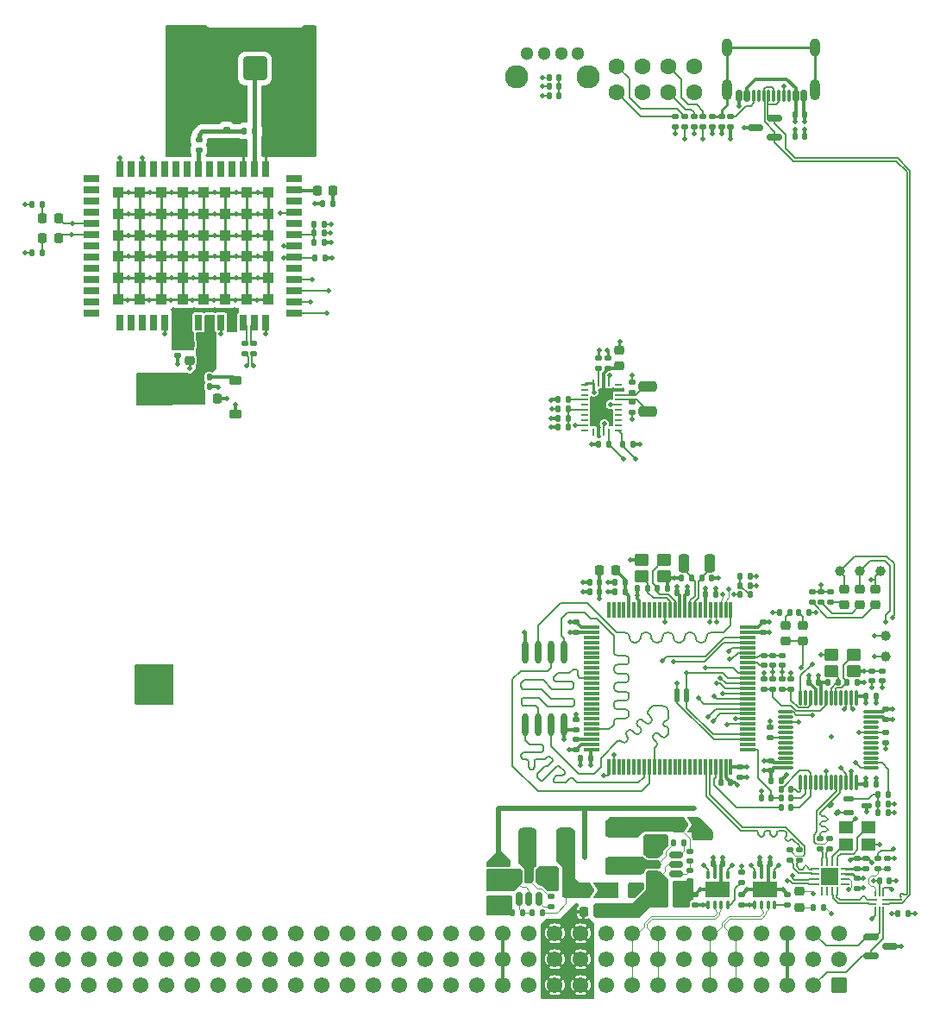
<source format=gbr>
%TF.GenerationSoftware,KiCad,Pcbnew,8.0.9-8.0.9-0~ubuntu24.04.1*%
%TF.CreationDate,2025-02-22T20:53:35+00:00*%
%TF.ProjectId,nav-module,6e61762d-6d6f-4647-956c-652e6b696361,1.0.0*%
%TF.SameCoordinates,Original*%
%TF.FileFunction,Copper,L1,Top*%
%TF.FilePolarity,Positive*%
%FSLAX46Y46*%
G04 Gerber Fmt 4.6, Leading zero omitted, Abs format (unit mm)*
G04 Created by KiCad (PCBNEW 8.0.9-8.0.9-0~ubuntu24.04.1) date 2025-02-22 20:53:35*
%MOMM*%
%LPD*%
G01*
G04 APERTURE LIST*
G04 Aperture macros list*
%AMRoundRect*
0 Rectangle with rounded corners*
0 $1 Rounding radius*
0 $2 $3 $4 $5 $6 $7 $8 $9 X,Y pos of 4 corners*
0 Add a 4 corners polygon primitive as box body*
4,1,4,$2,$3,$4,$5,$6,$7,$8,$9,$2,$3,0*
0 Add four circle primitives for the rounded corners*
1,1,$1+$1,$2,$3*
1,1,$1+$1,$4,$5*
1,1,$1+$1,$6,$7*
1,1,$1+$1,$8,$9*
0 Add four rect primitives between the rounded corners*
20,1,$1+$1,$2,$3,$4,$5,0*
20,1,$1+$1,$4,$5,$6,$7,0*
20,1,$1+$1,$6,$7,$8,$9,0*
20,1,$1+$1,$8,$9,$2,$3,0*%
%AMFreePoly0*
4,1,6,1.000000,0.000000,0.500000,-0.750000,-0.500000,-0.750000,-0.500000,0.750000,0.500000,0.750000,1.000000,0.000000,1.000000,0.000000,$1*%
%AMFreePoly1*
4,1,6,0.500000,-0.750000,-0.650000,-0.750000,-0.150000,0.000000,-0.650000,0.750000,0.500000,0.750000,0.500000,-0.750000,0.500000,-0.750000,$1*%
G04 Aperture macros list end*
%TA.AperFunction,EtchedComponent*%
%ADD10C,0.000000*%
%TD*%
%TA.AperFunction,SMDPad,CuDef*%
%ADD11RoundRect,0.250000X0.650000X0.250000X-0.650000X0.250000X-0.650000X-0.250000X0.650000X-0.250000X0*%
%TD*%
%TA.AperFunction,SMDPad,CuDef*%
%ADD12RoundRect,0.250001X0.999999X-0.499999X0.999999X0.499999X-0.999999X0.499999X-0.999999X-0.499999X0*%
%TD*%
%TA.AperFunction,SMDPad,CuDef*%
%ADD13FreePoly0,0.000000*%
%TD*%
%TA.AperFunction,SMDPad,CuDef*%
%ADD14FreePoly1,0.000000*%
%TD*%
%TA.AperFunction,SMDPad,CuDef*%
%ADD15C,1.000000*%
%TD*%
%TA.AperFunction,SMDPad,CuDef*%
%ADD16RoundRect,0.140000X-0.170000X0.140000X-0.170000X-0.140000X0.170000X-0.140000X0.170000X0.140000X0*%
%TD*%
%TA.AperFunction,ComponentPad*%
%ADD17C,1.600000*%
%TD*%
%TA.AperFunction,SMDPad,CuDef*%
%ADD18RoundRect,0.147500X0.147500X0.172500X-0.147500X0.172500X-0.147500X-0.172500X0.147500X-0.172500X0*%
%TD*%
%TA.AperFunction,SMDPad,CuDef*%
%ADD19RoundRect,0.140000X0.140000X0.170000X-0.140000X0.170000X-0.140000X-0.170000X0.140000X-0.170000X0*%
%TD*%
%TA.AperFunction,SMDPad,CuDef*%
%ADD20RoundRect,0.150000X0.587500X0.150000X-0.587500X0.150000X-0.587500X-0.150000X0.587500X-0.150000X0*%
%TD*%
%TA.AperFunction,SMDPad,CuDef*%
%ADD21RoundRect,0.140000X0.170000X-0.140000X0.170000X0.140000X-0.170000X0.140000X-0.170000X-0.140000X0*%
%TD*%
%TA.AperFunction,SMDPad,CuDef*%
%ADD22RoundRect,0.140000X-0.140000X-0.170000X0.140000X-0.170000X0.140000X0.170000X-0.140000X0.170000X0*%
%TD*%
%TA.AperFunction,SMDPad,CuDef*%
%ADD23RoundRect,0.220000X0.220000X0.255000X-0.220000X0.255000X-0.220000X-0.255000X0.220000X-0.255000X0*%
%TD*%
%TA.AperFunction,SMDPad,CuDef*%
%ADD24RoundRect,0.220000X0.255000X-0.220000X0.255000X0.220000X-0.255000X0.220000X-0.255000X-0.220000X0*%
%TD*%
%TA.AperFunction,SMDPad,CuDef*%
%ADD25RoundRect,0.225000X-0.375000X0.225000X-0.375000X-0.225000X0.375000X-0.225000X0.375000X0.225000X0*%
%TD*%
%TA.AperFunction,SMDPad,CuDef*%
%ADD26RoundRect,0.225000X-0.250000X0.225000X-0.250000X-0.225000X0.250000X-0.225000X0.250000X0.225000X0*%
%TD*%
%TA.AperFunction,SMDPad,CuDef*%
%ADD27R,0.663000X0.225000*%
%TD*%
%TA.AperFunction,SMDPad,CuDef*%
%ADD28R,0.563000X0.225000*%
%TD*%
%TA.AperFunction,SMDPad,CuDef*%
%ADD29R,0.225000X0.563000*%
%TD*%
%TA.AperFunction,SMDPad,CuDef*%
%ADD30RoundRect,0.150000X-0.512500X-0.150000X0.512500X-0.150000X0.512500X0.150000X-0.512500X0.150000X0*%
%TD*%
%TA.AperFunction,SMDPad,CuDef*%
%ADD31RoundRect,0.150000X-0.587500X-0.150000X0.587500X-0.150000X0.587500X0.150000X-0.587500X0.150000X0*%
%TD*%
%TA.AperFunction,ComponentPad*%
%ADD32RoundRect,0.200100X-0.949900X-0.949900X0.949900X-0.949900X0.949900X0.949900X-0.949900X0.949900X0*%
%TD*%
%TA.AperFunction,ComponentPad*%
%ADD33C,2.500000*%
%TD*%
%TA.AperFunction,SMDPad,CuDef*%
%ADD34RoundRect,0.220000X-0.255000X0.220000X-0.255000X-0.220000X0.255000X-0.220000X0.255000X0.220000X0*%
%TD*%
%TA.AperFunction,SMDPad,CuDef*%
%ADD35RoundRect,0.225000X0.225000X0.250000X-0.225000X0.250000X-0.225000X-0.250000X0.225000X-0.250000X0*%
%TD*%
%TA.AperFunction,SMDPad,CuDef*%
%ADD36RoundRect,0.250000X0.450000X0.350000X-0.450000X0.350000X-0.450000X-0.350000X0.450000X-0.350000X0*%
%TD*%
%TA.AperFunction,SMDPad,CuDef*%
%ADD37RoundRect,0.075000X-0.075000X0.662500X-0.075000X-0.662500X0.075000X-0.662500X0.075000X0.662500X0*%
%TD*%
%TA.AperFunction,SMDPad,CuDef*%
%ADD38RoundRect,0.075000X-0.662500X0.075000X-0.662500X-0.075000X0.662500X-0.075000X0.662500X0.075000X0*%
%TD*%
%TA.AperFunction,SMDPad,CuDef*%
%ADD39RoundRect,0.075000X-0.075000X0.725000X-0.075000X-0.725000X0.075000X-0.725000X0.075000X0.725000X0*%
%TD*%
%TA.AperFunction,SMDPad,CuDef*%
%ADD40RoundRect,0.075000X-0.725000X0.075000X-0.725000X-0.075000X0.725000X-0.075000X0.725000X0.075000X0*%
%TD*%
%TA.AperFunction,SMDPad,CuDef*%
%ADD41RoundRect,0.220000X-0.220000X-0.255000X0.220000X-0.255000X0.220000X0.255000X-0.220000X0.255000X0*%
%TD*%
%TA.AperFunction,SMDPad,CuDef*%
%ADD42RoundRect,0.150000X0.150000X0.425000X-0.150000X0.425000X-0.150000X-0.425000X0.150000X-0.425000X0*%
%TD*%
%TA.AperFunction,SMDPad,CuDef*%
%ADD43RoundRect,0.075000X0.075000X0.500000X-0.075000X0.500000X-0.075000X-0.500000X0.075000X-0.500000X0*%
%TD*%
%TA.AperFunction,ComponentPad*%
%ADD44O,1.000000X2.100000*%
%TD*%
%TA.AperFunction,ComponentPad*%
%ADD45O,1.000000X1.800000*%
%TD*%
%TA.AperFunction,SMDPad,CuDef*%
%ADD46RoundRect,0.225000X-0.225000X-0.250000X0.225000X-0.250000X0.225000X0.250000X-0.225000X0.250000X0*%
%TD*%
%TA.AperFunction,SMDPad,CuDef*%
%ADD47R,3.600000X2.600000*%
%TD*%
%TA.AperFunction,ComponentPad*%
%ADD48RoundRect,0.249999X0.525001X0.525001X-0.525001X0.525001X-0.525001X-0.525001X0.525001X-0.525001X0*%
%TD*%
%TA.AperFunction,ComponentPad*%
%ADD49C,1.550000*%
%TD*%
%TA.AperFunction,ComponentPad*%
%ADD50C,1.300000*%
%TD*%
%TA.AperFunction,ComponentPad*%
%ADD51C,2.286000*%
%TD*%
%TA.AperFunction,SMDPad,CuDef*%
%ADD52RoundRect,0.075000X-0.075000X0.350000X-0.075000X-0.350000X0.075000X-0.350000X0.075000X0.350000X0*%
%TD*%
%TA.AperFunction,HeatsinkPad*%
%ADD53R,2.400000X1.600000*%
%TD*%
%TA.AperFunction,SMDPad,CuDef*%
%ADD54RoundRect,0.250000X0.250000X-0.650000X0.250000X0.650000X-0.250000X0.650000X-0.250000X-0.650000X0*%
%TD*%
%TA.AperFunction,SMDPad,CuDef*%
%ADD55RoundRect,0.140000X0.219203X0.021213X0.021213X0.219203X-0.219203X-0.021213X-0.021213X-0.219203X0*%
%TD*%
%TA.AperFunction,SMDPad,CuDef*%
%ADD56R,0.800000X1.500000*%
%TD*%
%TA.AperFunction,SMDPad,CuDef*%
%ADD57R,1.500000X0.800000*%
%TD*%
%TA.AperFunction,SMDPad,CuDef*%
%ADD58R,1.100000X1.100000*%
%TD*%
%TA.AperFunction,SMDPad,CuDef*%
%ADD59R,1.400000X1.200000*%
%TD*%
%TA.AperFunction,SMDPad,CuDef*%
%ADD60RoundRect,0.225000X0.250000X-0.225000X0.250000X0.225000X-0.250000X0.225000X-0.250000X-0.225000X0*%
%TD*%
%TA.AperFunction,SMDPad,CuDef*%
%ADD61O,0.630000X2.250000*%
%TD*%
%TA.AperFunction,SMDPad,CuDef*%
%ADD62RoundRect,0.250001X-0.499999X-0.999999X0.499999X-0.999999X0.499999X0.999999X-0.499999X0.999999X0*%
%TD*%
%TA.AperFunction,SMDPad,CuDef*%
%ADD63RoundRect,0.062500X-0.062500X0.350000X-0.062500X-0.350000X0.062500X-0.350000X0.062500X0.350000X0*%
%TD*%
%TA.AperFunction,SMDPad,CuDef*%
%ADD64RoundRect,0.062500X-0.350000X0.062500X-0.350000X-0.062500X0.350000X-0.062500X0.350000X0.062500X0*%
%TD*%
%TA.AperFunction,HeatsinkPad*%
%ADD65R,1.700000X1.700000*%
%TD*%
%TA.AperFunction,SMDPad,CuDef*%
%ADD66C,0.500000*%
%TD*%
%TA.AperFunction,SMDPad,CuDef*%
%ADD67R,0.675000X0.254000*%
%TD*%
%TA.AperFunction,SMDPad,CuDef*%
%ADD68R,0.254000X0.675000*%
%TD*%
%TA.AperFunction,SMDPad,CuDef*%
%ADD69RoundRect,0.125000X0.345000X0.125000X-0.345000X0.125000X-0.345000X-0.125000X0.345000X-0.125000X0*%
%TD*%
%TA.AperFunction,SMDPad,CuDef*%
%ADD70RoundRect,0.150000X-0.150000X0.512500X-0.150000X-0.512500X0.150000X-0.512500X0.150000X0.512500X0*%
%TD*%
%TA.AperFunction,ViaPad*%
%ADD71C,0.500000*%
%TD*%
%TA.AperFunction,Conductor*%
%ADD72C,0.300000*%
%TD*%
%TA.AperFunction,Conductor*%
%ADD73C,0.150000*%
%TD*%
%TA.AperFunction,Conductor*%
%ADD74C,0.250000*%
%TD*%
%TA.AperFunction,Conductor*%
%ADD75C,0.200000*%
%TD*%
%TA.AperFunction,Conductor*%
%ADD76C,0.500000*%
%TD*%
%TA.AperFunction,Conductor*%
%ADD77C,0.100000*%
%TD*%
%TA.AperFunction,Conductor*%
%ADD78C,0.180000*%
%TD*%
%TA.AperFunction,Conductor*%
%ADD79C,0.120000*%
%TD*%
%TA.AperFunction,Conductor*%
%ADD80C,0.400000*%
%TD*%
G04 APERTURE END LIST*
D10*
%TA.AperFunction,EtchedComponent*%
%TO.C,NT1100*%
G36*
X113980000Y-118045001D02*
G01*
X113480000Y-118045001D01*
X113480000Y-117045001D01*
X113980000Y-117045001D01*
X113980000Y-118045001D01*
G37*
%TD.AperFunction*%
%TA.AperFunction,EtchedComponent*%
%TO.C,NT1101*%
G36*
X113060000Y-118025001D02*
G01*
X112560000Y-118025001D01*
X112560000Y-117025001D01*
X113060000Y-117025001D01*
X113060000Y-118025001D01*
G37*
%TD.AperFunction*%
%TD*%
D11*
%TO.P,X1200,1,1*%
%TO.N,/IMU/OSC32_OUT*%
X109930000Y-89685000D03*
%TO.P,X1200,2,2*%
%TO.N,/IMU/OSC32_IN*%
X109930000Y-87185002D03*
%TD*%
D12*
%TO.P,L301,1,1*%
%TO.N,/Power/SW_3V3*%
X107120720Y-134271542D03*
%TO.P,L301,2,2*%
%TO.N,/Power/+3V3_UNPROTEC*%
X107120720Y-130571542D03*
%TD*%
D13*
%TO.P,JP300,1,A*%
%TO.N,/Power/+5V_UNPROTEC*%
X103725000Y-136675000D03*
D14*
%TO.P,JP300,2,B*%
%TO.N,+5V*%
X105175000Y-136675000D03*
%TD*%
D15*
%TO.P,TP302,1,1*%
%TO.N,+3V3*%
X132750000Y-105325000D03*
%TD*%
D16*
%TO.P,C1101,1*%
%TO.N,+3V3*%
X63770000Y-83185002D03*
%TO.P,C1101,2*%
%TO.N,GND*%
X63770000Y-84185000D03*
%TD*%
D17*
%TO.P,LED300,1*%
%TO.N,Net-(LED300-Pad1)*%
X106863600Y-55785000D03*
%TO.P,LED300,2*%
%TO.N,GND*%
X109403600Y-55785000D03*
%TO.P,LED300,3*%
%TO.N,Net-(LED300-Pad3)*%
X106863600Y-58325000D03*
%TO.P,LED300,4*%
%TO.N,GND*%
X109403600Y-58325000D03*
%TD*%
D18*
%TO.P,L1100,1,1*%
%TO.N,/GPS-RTK/RF_IN*%
X71295000Y-62155001D03*
%TO.P,L1100,2,2*%
%TO.N,/GPS-RTK/RF_*%
X70325000Y-62155001D03*
%TD*%
D16*
%TO.P,R903,1*%
%TO.N,/ST-LINK/ST-LINK.D+*%
X126850000Y-131625000D03*
%TO.P,R903,2*%
%TO.N,/USB-hub/USBOUT1_R.D+*%
X126850000Y-132625000D03*
%TD*%
D19*
%TO.P,R308,1*%
%TO.N,Net-(U302-PGANG)*%
X127200000Y-138375000D03*
%TO.P,R308,2*%
%TO.N,Net-(D301-Pad1)*%
X126200000Y-138375000D03*
%TD*%
D20*
%TO.P,U802,1,1*%
%TO.N,/USB/USB2S.D+*%
X122387500Y-62765001D03*
%TO.P,U802,2,2*%
%TO.N,/USB/USB2S.D-*%
X122387500Y-60865001D03*
%TO.P,U802,3,3*%
%TO.N,GND*%
X120512500Y-61815001D03*
%TD*%
D16*
%TO.P,R418,1*%
%TO.N,/GPS-RTK/USB_GPS.D-*%
X70330000Y-82975002D03*
%TO.P,R418,2*%
%TO.N,/USB-hub/USB_GPS_.D-*%
X70330000Y-83975000D03*
%TD*%
D21*
%TO.P,C501,1*%
%TO.N,+3V3*%
X119100000Y-138075000D03*
%TO.P,C501,2*%
%TO.N,GND*%
X119100000Y-137075000D03*
%TD*%
D22*
%TO.P,R716,1*%
%TO.N,/MCU/SWD.SWDIO*%
X123000000Y-128525000D03*
%TO.P,R716,2*%
%TO.N,Net-(U700-PB14)*%
X124000000Y-128525000D03*
%TD*%
D16*
%TO.P,R306,1*%
%TO.N,/Power/+3V3_UNPROTEC*%
X114070720Y-132821542D03*
%TO.P,R306,2*%
%TO.N,/Power/FB_3V3*%
X114070720Y-133821542D03*
%TD*%
D23*
%TO.P,D1103,1*%
%TO.N,Net-(D1103-Pad1)*%
X79019999Y-67975001D03*
%TO.P,D1103,2*%
%TO.N,/GPS-RTK/TIMEPULSE*%
X77440001Y-67975001D03*
%TD*%
D24*
%TO.P,D301,1*%
%TO.N,Net-(D301-Pad1)*%
X124850000Y-138365000D03*
%TO.P,D301,2*%
%TO.N,+5V*%
X124850000Y-136785000D03*
%TD*%
D25*
%TO.P,D1100,1*%
%TO.N,Net-(D1100-Pad1)*%
X69470000Y-86635001D03*
%TO.P,D1100,2*%
%TO.N,+3V3*%
X69470000Y-89935001D03*
%TD*%
D23*
%TO.P,FB400,1*%
%TO.N,/MCU/+VDDA*%
X106740000Y-105225000D03*
%TO.P,FB400,2*%
%TO.N,+3V3*%
X105160000Y-105225000D03*
%TD*%
D21*
%TO.P,C601,1*%
%TO.N,+3V3*%
X114550000Y-138075000D03*
%TO.P,C601,2*%
%TO.N,GND*%
X114550000Y-137075000D03*
%TD*%
D19*
%TO.P,R301,1*%
%TO.N,/Power/FB_5V0*%
X97650000Y-138871508D03*
%TO.P,R301,2*%
%TO.N,GND*%
X96650000Y-138871508D03*
%TD*%
%TO.P,C408,1*%
%TO.N,+3V3*%
X105200000Y-106475000D03*
%TO.P,C408,2*%
%TO.N,GND*%
X104200000Y-106475000D03*
%TD*%
D21*
%TO.P,R600,1*%
%TO.N,Net-(U600-STB)*%
X119100000Y-135925000D03*
%TO.P,R600,2*%
%TO.N,GND*%
X119100000Y-134925000D03*
%TD*%
D22*
%TO.P,C400,1*%
%TO.N,+3V3*%
X115575000Y-107650000D03*
%TO.P,C400,2*%
%TO.N,GND*%
X116575000Y-107650000D03*
%TD*%
D26*
%TO.P,C1100,1*%
%TO.N,+3V3*%
X64930000Y-83095001D03*
%TO.P,C1100,2*%
%TO.N,GND*%
X64930000Y-84655001D03*
%TD*%
D19*
%TO.P,C313,1*%
%TO.N,/MCU/OSC32_OUT*%
X114250000Y-106025000D03*
%TO.P,C313,2*%
%TO.N,GND*%
X113250000Y-106025000D03*
%TD*%
D22*
%TO.P,R801,1*%
%TO.N,/USB/CC1*%
X124350000Y-62675000D03*
%TO.P,R801,2*%
%TO.N,GND*%
X125350000Y-62675000D03*
%TD*%
D19*
%TO.P,C600,1*%
%TO.N,GND*%
X117300000Y-134025000D03*
%TO.P,C600,2*%
%TO.N,+5V*%
X116300000Y-134025000D03*
%TD*%
%TO.P,C407,1*%
%TO.N,/MCU/+VDDA*%
X107675000Y-107375000D03*
%TO.P,C407,2*%
%TO.N,GND*%
X106675000Y-107375000D03*
%TD*%
D22*
%TO.P,C314,1*%
%TO.N,/MCU/OSC32_IN*%
X115200000Y-106025000D03*
%TO.P,C314,2*%
%TO.N,GND*%
X116200000Y-106025000D03*
%TD*%
D27*
%TO.P,U801,1,D+*%
%TO.N,/USB-hub/USBIN1.D+*%
X132131500Y-137600000D03*
D28*
%TO.P,U801,2,D-*%
%TO.N,/USB-hub/USBIN1.D-*%
X132081500Y-138000000D03*
D29*
%TO.P,U801,3,GND*%
%TO.N,GND*%
X132250000Y-138568500D03*
%TO.P,U801,4,HSD1-*%
%TO.N,/Backplane/BACKPLANE.D-*%
X132650000Y-138568500D03*
%TO.P,U801,5,HSD1+*%
%TO.N,/Backplane/BACKPLANE.D+*%
X133050000Y-138568500D03*
D28*
%TO.P,U801,6,HSD2-*%
%TO.N,/USB/USB2S.D-*%
X133218500Y-138000000D03*
%TO.P,U801,7,HSD2+*%
%TO.N,/USB/USB2S.D+*%
X133218500Y-137600000D03*
D29*
%TO.P,U801,8,~{OE}*%
%TO.N,Net-(U801-~{OE})*%
X133050000Y-137031500D03*
%TO.P,U801,9,VCC*%
%TO.N,+3V3*%
X132650000Y-137031500D03*
%TO.P,U801,10,SEL*%
%TO.N,Net-(U801-SEL)*%
X132250000Y-137031500D03*
%TD*%
D15*
%TO.P,TP701,1,1*%
%TO.N,/ST-LINK/STLINK_RX*%
X133250000Y-113725000D03*
%TD*%
D26*
%TO.P,C304,1*%
%TO.N,+12V_FUSED*%
X94646542Y-136211059D03*
%TO.P,C304,2*%
%TO.N,GND*%
X94646542Y-137771059D03*
%TD*%
D16*
%TO.P,C305,1*%
%TO.N,GND*%
X96090000Y-134071508D03*
%TO.P,C305,2*%
%TO.N,+12V_FUSED*%
X96090000Y-135071508D03*
%TD*%
D19*
%TO.P,R404,1*%
%TO.N,/MCU/NRST*%
X119950000Y-107645000D03*
%TO.P,R404,2*%
%TO.N,/MCU/SWD.~{RST}*%
X118950000Y-107645000D03*
%TD*%
%TO.P,C1204,1*%
%TO.N,/IMU/NRESET*%
X102097500Y-91234999D03*
%TO.P,C1204,2*%
%TO.N,GND*%
X101097502Y-91234999D03*
%TD*%
D30*
%TO.P,U301,1,GND*%
%TO.N,GND*%
X110412500Y-133168050D03*
%TO.P,U301,2,SW*%
%TO.N,/Power/SW_3V3*%
X110412500Y-134118050D03*
%TO.P,U301,3,VIN*%
%TO.N,+12V_FUSED*%
X110412500Y-135068050D03*
%TO.P,U301,4,VFB*%
%TO.N,/Power/FB_3V3*%
X112687500Y-135068050D03*
%TO.P,U301,5,EN*%
%TO.N,+12V_FUSED*%
X112687500Y-134118050D03*
%TO.P,U301,6,VBST*%
%TO.N,/Power/VBST_3V3*%
X112687500Y-133168050D03*
%TD*%
D19*
%TO.P,C500,1*%
%TO.N,GND*%
X121900000Y-134025000D03*
%TO.P,C500,2*%
%TO.N,+5V*%
X120900000Y-134025000D03*
%TD*%
D16*
%TO.P,R902,1*%
%TO.N,/ST-LINK/ST-LINK.D-*%
X127750000Y-131625000D03*
%TO.P,R902,2*%
%TO.N,/USB-hub/USBOUT1_R.D-*%
X127750000Y-132625000D03*
%TD*%
D24*
%TO.P,D400,1*%
%TO.N,Net-(D400-Pad1)*%
X129240000Y-108665000D03*
%TO.P,D400,2*%
%TO.N,+12V_FUSED*%
X129240000Y-107085000D03*
%TD*%
D31*
%TO.P,U200,1,1*%
%TO.N,/Backplane/BACKPLANE.D-*%
X131832500Y-141212501D03*
%TO.P,U200,2,2*%
%TO.N,/Backplane/BACKPLANE.D+*%
X131832500Y-143112501D03*
%TO.P,U200,3,3*%
%TO.N,GND*%
X133707500Y-142162501D03*
%TD*%
D16*
%TO.P,R700,1*%
%TO.N,+3V3*%
X121325000Y-115925000D03*
%TO.P,R700,2*%
%TO.N,/ST-LINK/STLINK-RST*%
X121325000Y-116925000D03*
%TD*%
D22*
%TO.P,R405,1*%
%TO.N,+3V3*%
X100228400Y-58685001D03*
%TO.P,R405,2*%
%TO.N,/MCU/USR_BTN*%
X101228400Y-58685001D03*
%TD*%
D21*
%TO.P,R409,1*%
%TO.N,+3V3*%
X114450000Y-61725000D03*
%TO.P,R409,2*%
%TO.N,Net-(LED301-Pad3)*%
X114450000Y-60725000D03*
%TD*%
%TO.P,R400,1*%
%TO.N,/MCU/USER_LED_1*%
X113550000Y-61725000D03*
%TO.P,R400,2*%
%TO.N,Net-(LED300-Pad1)*%
X113550000Y-60725000D03*
%TD*%
D32*
%TO.P,J1100,1,In*%
%TO.N,/GPS-RTK/RF_IN*%
X71350000Y-56015001D03*
D33*
%TO.P,J1100,2,Ext*%
%TO.N,GND*%
X68810000Y-53475001D03*
X68810000Y-58555001D03*
X73890000Y-53475001D03*
X73890000Y-58555001D03*
%TD*%
D21*
%TO.P,R411,1*%
%TO.N,Net-(D401-Pad1)*%
X126950000Y-108375000D03*
%TO.P,R411,2*%
%TO.N,GND*%
X126950000Y-107375000D03*
%TD*%
D16*
%TO.P,R1200,1*%
%TO.N,+3V3*%
X105110000Y-84435003D03*
%TO.P,R1200,2*%
%TO.N,Net-(U1200-~{BOOT_LOAD_PIN})*%
X105110000Y-85435001D03*
%TD*%
D19*
%TO.P,R1105,1*%
%TO.N,Net-(D1101-Pad1)*%
X50469999Y-69385001D03*
%TO.P,R1105,2*%
%TO.N,GND*%
X49470001Y-69385001D03*
%TD*%
D16*
%TO.P,C410,1*%
%TO.N,/MCU/BOOT0*%
X123100000Y-113600000D03*
%TO.P,C410,2*%
%TO.N,GND*%
X123100000Y-114600000D03*
%TD*%
D34*
%TO.P,D701,1*%
%TO.N,Net-(D701-Pad1)*%
X125175000Y-110660000D03*
%TO.P,D701,2*%
%TO.N,/ST-LINK/LED*%
X125175000Y-112240000D03*
%TD*%
D19*
%TO.P,R1103,1*%
%TO.N,/GPS-RTK/GPS_NRESET*%
X78130000Y-72175001D03*
%TO.P,R1103,2*%
%TO.N,/GPS-RTK/NRST*%
X77130002Y-72175001D03*
%TD*%
D16*
%TO.P,R701,1*%
%TO.N,+3V3*%
X124000000Y-115925000D03*
%TO.P,R701,2*%
%TO.N,Net-(U700-PA0)*%
X124000000Y-116925000D03*
%TD*%
%TO.P,C405,1*%
%TO.N,+3V3*%
X121275000Y-110350000D03*
%TO.P,C405,2*%
%TO.N,GND*%
X121275000Y-111350000D03*
%TD*%
D35*
%TO.P,C301,1*%
%TO.N,/Power/+5V_UNPROTEC*%
X102180000Y-136171508D03*
%TO.P,C301,2*%
%TO.N,GND*%
X100620000Y-136171508D03*
%TD*%
D21*
%TO.P,C300,1*%
%TO.N,/Power/VBST_5V0*%
X100400000Y-138281508D03*
%TO.P,C300,2*%
%TO.N,/Power/SW_5V0*%
X100400000Y-137281508D03*
%TD*%
D24*
%TO.P,D402,1*%
%TO.N,Net-(D402-Pad1)*%
X132240000Y-108665000D03*
%TO.P,D402,2*%
%TO.N,+3V3*%
X132240000Y-107085000D03*
%TD*%
D36*
%TO.P,Y700,1,1*%
%TO.N,/ST-LINK/STLINK-OSC_IN*%
X130150000Y-113525000D03*
%TO.P,Y700,2,2*%
%TO.N,GND*%
X127950000Y-113525000D03*
%TO.P,Y700,3,3*%
%TO.N,/ST-LINK/STLINK-OSC_OUT*%
X127950000Y-115125000D03*
%TO.P,Y700,4,4*%
%TO.N,GND*%
X130150000Y-115125000D03*
%TD*%
D37*
%TO.P,U700,1,VBAT*%
%TO.N,+3V3*%
X130400000Y-117762500D03*
%TO.P,U700,2,PC13*%
%TO.N,Net-(U700-PC13)*%
X129900000Y-117762500D03*
%TO.P,U700,3,PC14*%
%TO.N,Net-(U700-PC14)*%
X129400000Y-117762500D03*
%TO.P,U700,4,PC15*%
%TO.N,unconnected-(U700-PC15-Pad4)*%
X128900000Y-117762500D03*
%TO.P,U700,5,PD0*%
%TO.N,/ST-LINK/STLINK-OSC_IN*%
X128400000Y-117762500D03*
%TO.P,U700,6,PD1*%
%TO.N,/ST-LINK/STLINK-OSC_OUT*%
X127900000Y-117762500D03*
%TO.P,U700,7,NRST*%
%TO.N,/ST-LINK/STLINK-RST*%
X127400000Y-117762500D03*
%TO.P,U700,8,VSSA*%
%TO.N,GND*%
X126900000Y-117762500D03*
%TO.P,U700,9,VDDA*%
%TO.N,+3V3*%
X126400000Y-117762500D03*
%TO.P,U700,10,PA0*%
%TO.N,Net-(U700-PA0)*%
X125900000Y-117762500D03*
%TO.P,U700,11,PA1*%
%TO.N,unconnected-(U700-PA1-Pad11)*%
X125400000Y-117762500D03*
%TO.P,U700,12,PA2*%
%TO.N,/ST-LINK/STLINK_TX*%
X124900000Y-117762500D03*
D38*
%TO.P,U700,13,PA3*%
%TO.N,/ST-LINK/STLINK_RX*%
X123487500Y-119175000D03*
%TO.P,U700,14,PA4*%
%TO.N,unconnected-(U700-PA4-Pad14)*%
X123487500Y-119675000D03*
%TO.P,U700,15,PA5*%
%TO.N,Net-(U700-PA5)*%
X123487500Y-120175000D03*
%TO.P,U700,16,PA6*%
%TO.N,unconnected-(U700-PA6-Pad16)*%
X123487500Y-120675000D03*
%TO.P,U700,17,PA7*%
%TO.N,unconnected-(U700-PA7-Pad17)*%
X123487500Y-121175000D03*
%TO.P,U700,18,PB0*%
%TO.N,Net-(U700-PB0)*%
X123487500Y-121675000D03*
%TO.P,U700,19,PB1*%
%TO.N,unconnected-(U700-PB1-Pad19)*%
X123487500Y-122175000D03*
%TO.P,U700,20,PB2*%
%TO.N,unconnected-(U700-PB2-Pad20)*%
X123487500Y-122675000D03*
%TO.P,U700,21,PB10*%
%TO.N,unconnected-(U700-PB10-Pad21)*%
X123487500Y-123175000D03*
%TO.P,U700,22,PB11*%
%TO.N,unconnected-(U700-PB11-Pad22)*%
X123487500Y-123675000D03*
%TO.P,U700,23,VSS*%
%TO.N,GND*%
X123487500Y-124175000D03*
%TO.P,U700,24,VDD*%
%TO.N,+3V3*%
X123487500Y-124675000D03*
D37*
%TO.P,U700,25,PB12*%
%TO.N,Net-(U700-PB12)*%
X124900000Y-126087500D03*
%TO.P,U700,26,PB13*%
%TO.N,Net-(U700-PB13)*%
X125400000Y-126087500D03*
%TO.P,U700,27,PB14*%
%TO.N,Net-(U700-PB14)*%
X125900000Y-126087500D03*
%TO.P,U700,28,PB15*%
%TO.N,unconnected-(U700-PB15-Pad28)*%
X126400000Y-126087500D03*
%TO.P,U700,29,PA8*%
%TO.N,unconnected-(U700-PA8-Pad29)*%
X126900000Y-126087500D03*
%TO.P,U700,30,PA9*%
%TO.N,/ST-LINK/LED*%
X127400000Y-126087500D03*
%TO.P,U700,31,PA10*%
%TO.N,/ST-LINK/SWO*%
X127900000Y-126087500D03*
%TO.P,U700,32,PA11*%
%TO.N,/ST-LINK/ST-LINK.D-*%
X128400000Y-126087500D03*
%TO.P,U700,33,PA12*%
%TO.N,/ST-LINK/ST-LINK.D+*%
X128900000Y-126087500D03*
%TO.P,U700,34,PA13*%
%TO.N,/ST-LINK/DIO*%
X129400000Y-126087500D03*
%TO.P,U700,35,VSS*%
%TO.N,GND*%
X129900000Y-126087500D03*
%TO.P,U700,36,VDD*%
%TO.N,+3V3*%
X130400000Y-126087500D03*
D38*
%TO.P,U700,37,PA14*%
%TO.N,/ST-LINK/CLK*%
X131812500Y-124675000D03*
%TO.P,U700,38,PA15*%
%TO.N,/ST-LINK/USB_RENUM*%
X131812500Y-124175000D03*
%TO.P,U700,39,PB3*%
%TO.N,unconnected-(U700-PB3-Pad39)*%
X131812500Y-123675000D03*
%TO.P,U700,40,PB4*%
%TO.N,unconnected-(U700-PB4-Pad40)*%
X131812500Y-123175000D03*
%TO.P,U700,41,PB5*%
%TO.N,unconnected-(U700-PB5-Pad41)*%
X131812500Y-122675000D03*
%TO.P,U700,42,PB6*%
%TO.N,unconnected-(U700-PB6-Pad42)*%
X131812500Y-122175000D03*
%TO.P,U700,43,PB7*%
%TO.N,unconnected-(U700-PB7-Pad43)*%
X131812500Y-121675000D03*
%TO.P,U700,44,BOOT0*%
%TO.N,/ST-LINK/STLINK-BOOT0*%
X131812500Y-121175000D03*
%TO.P,U700,45,PB8*%
%TO.N,unconnected-(U700-PB8-Pad45)*%
X131812500Y-120675000D03*
%TO.P,U700,46,PB9*%
%TO.N,unconnected-(U700-PB9-Pad46)*%
X131812500Y-120175000D03*
%TO.P,U700,47,VSS*%
%TO.N,GND*%
X131812500Y-119675000D03*
%TO.P,U700,48,VDD*%
%TO.N,+3V3*%
X131812500Y-119175000D03*
%TD*%
D15*
%TO.P,TP700,1,1*%
%TO.N,/ST-LINK/STLINK_TX*%
X133250000Y-111725000D03*
%TD*%
D16*
%TO.P,C1202,1*%
%TO.N,/IMU/OSC32_OUT*%
X108410002Y-88785002D03*
%TO.P,C1202,2*%
%TO.N,GND*%
X108410002Y-89785000D03*
%TD*%
D22*
%TO.P,R707,1*%
%TO.N,+3V3*%
X122850000Y-109375000D03*
%TO.P,R707,2*%
%TO.N,Net-(D700-Pad2)*%
X123850000Y-109375000D03*
%TD*%
D39*
%TO.P,U400,1,PE2*%
%TO.N,/MCU/QSPI1.IO2*%
X118075000Y-109175000D03*
%TO.P,U400,2,PE3*%
%TO.N,/MCU/USER_LED_1*%
X117575000Y-109175000D03*
%TO.P,U400,3,PE4*%
%TO.N,/MCU/USER_LED_2*%
X117075000Y-109175000D03*
%TO.P,U400,4,PE5*%
%TO.N,/MCU/STATUS_LED*%
X116575000Y-109175000D03*
%TO.P,U400,5,PE6*%
%TO.N,/MCU/USR_BUTTON*%
X116075000Y-109175000D03*
%TO.P,U400,6,VBAT*%
%TO.N,+3V3*%
X115575000Y-109175000D03*
%TO.P,U400,7,PC13*%
%TO.N,unconnected-(U400-PC13-Pad7)*%
X115075000Y-109175000D03*
%TO.P,U400,8,PC14*%
%TO.N,/MCU/OSC32_IN*%
X114575000Y-109175000D03*
%TO.P,U400,9,PC15*%
%TO.N,/MCU/OSC32_OUT*%
X114075000Y-109175000D03*
%TO.P,U400,10,VSS*%
%TO.N,GND*%
X113575000Y-109175000D03*
%TO.P,U400,11,VDD*%
%TO.N,+3V3*%
X113075000Y-109175000D03*
%TO.P,U400,12,PH0*%
%TO.N,/MCU/OSC_IN*%
X112575000Y-109175000D03*
%TO.P,U400,13,PH1*%
%TO.N,/MCU/OSC_OUT*%
X112075000Y-109175000D03*
%TO.P,U400,14,NRST*%
%TO.N,/MCU/SWD.~{RST}*%
X111575000Y-109175000D03*
%TO.P,U400,15,PC0*%
%TO.N,unconnected-(U400-PC0-Pad15)*%
X111075000Y-109175000D03*
%TO.P,U400,16,PC1*%
%TO.N,unconnected-(U400-PC1-Pad16)*%
X110575000Y-109175000D03*
%TO.P,U400,17,PC2_C*%
%TO.N,unconnected-(U400-PC2_C-Pad17)*%
X110075000Y-109175000D03*
%TO.P,U400,18,PC3_C*%
%TO.N,unconnected-(U400-PC3_C-Pad18)*%
X109575000Y-109175000D03*
%TO.P,U400,19,VSSA*%
%TO.N,GND*%
X109075000Y-109175000D03*
%TO.P,U400,20,VREF+*%
%TO.N,unconnected-(U400-VREF+-Pad20)*%
X108575000Y-109175000D03*
%TO.P,U400,21,VDDA*%
%TO.N,/MCU/+VDDA*%
X108075000Y-109175000D03*
%TO.P,U400,22,PA0*%
%TO.N,unconnected-(U400-PA0-Pad22)*%
X107575000Y-109175000D03*
%TO.P,U400,23,PA1*%
%TO.N,unconnected-(U400-PA1-Pad23)*%
X107075000Y-109175000D03*
%TO.P,U400,24,PA2*%
%TO.N,unconnected-(U400-PA2-Pad24)*%
X106575000Y-109175000D03*
%TO.P,U400,25,PA3*%
%TO.N,unconnected-(U400-PA3-Pad25)*%
X106075000Y-109175000D03*
D40*
%TO.P,U400,26,VSS*%
%TO.N,GND*%
X104400000Y-110850000D03*
%TO.P,U400,27,VDD*%
%TO.N,+3V3*%
X104400000Y-111350000D03*
%TO.P,U400,28,PA4*%
%TO.N,unconnected-(U400-PA4-Pad28)*%
X104400000Y-111850000D03*
%TO.P,U400,29,PA5*%
%TO.N,unconnected-(U400-PA5-Pad29)*%
X104400000Y-112350000D03*
%TO.P,U400,30,PA6*%
%TO.N,unconnected-(U400-PA6-Pad30)*%
X104400000Y-112850000D03*
%TO.P,U400,31,PA7*%
%TO.N,unconnected-(U400-PA7-Pad31)*%
X104400000Y-113350000D03*
%TO.P,U400,32,PC4*%
%TO.N,unconnected-(U400-PC4-Pad32)*%
X104400000Y-113850000D03*
%TO.P,U400,33,PC5*%
%TO.N,unconnected-(U400-PC5-Pad33)*%
X104400000Y-114350000D03*
%TO.P,U400,34,PB0*%
%TO.N,unconnected-(U400-PB0-Pad34)*%
X104400000Y-114850000D03*
%TO.P,U400,35,PB1*%
%TO.N,unconnected-(U400-PB1-Pad35)*%
X104400000Y-115350000D03*
%TO.P,U400,36,PB2*%
%TO.N,/MCU/QSPI1.SCLK*%
X104400000Y-115850000D03*
%TO.P,U400,37,PE7*%
%TO.N,unconnected-(U400-PE7-Pad37)*%
X104400000Y-116350000D03*
%TO.P,U400,38,PE8*%
%TO.N,unconnected-(U400-PE8-Pad38)*%
X104400000Y-116850000D03*
%TO.P,U400,39,PE9*%
%TO.N,unconnected-(U400-PE9-Pad39)*%
X104400000Y-117350000D03*
%TO.P,U400,40,PE10*%
%TO.N,unconnected-(U400-PE10-Pad40)*%
X104400000Y-117850000D03*
%TO.P,U400,41,PE11*%
%TO.N,unconnected-(U400-PE11-Pad41)*%
X104400000Y-118350000D03*
%TO.P,U400,42,PE12*%
%TO.N,unconnected-(U400-PE12-Pad42)*%
X104400000Y-118850000D03*
%TO.P,U400,43,PE13*%
%TO.N,unconnected-(U400-PE13-Pad43)*%
X104400000Y-119350000D03*
%TO.P,U400,44,PE14*%
%TO.N,unconnected-(U400-PE14-Pad44)*%
X104400000Y-119850000D03*
%TO.P,U400,45,PE15*%
%TO.N,unconnected-(U400-PE15-Pad45)*%
X104400000Y-120350000D03*
%TO.P,U400,46,PB10*%
%TO.N,/MCU/QSPI1.CS*%
X104400000Y-120850000D03*
%TO.P,U400,47,PB11*%
%TO.N,unconnected-(U400-PB11-Pad47)*%
X104400000Y-121350000D03*
%TO.P,U400,48,VCAP*%
%TO.N,/MCU/VCAP_1*%
X104400000Y-121850000D03*
%TO.P,U400,49,VSS*%
%TO.N,GND*%
X104400000Y-122350000D03*
%TO.P,U400,50,VDD*%
%TO.N,+3V3*%
X104400000Y-122850000D03*
D39*
%TO.P,U400,51,PB12*%
%TO.N,/CAN transceiver 2/CAN.RX*%
X106075000Y-124525000D03*
%TO.P,U400,52,PB13*%
%TO.N,/CAN transceiver 2/CAN.TX*%
X106575000Y-124525000D03*
%TO.P,U400,53,PB14*%
%TO.N,unconnected-(U400-PB14-Pad53)*%
X107075000Y-124525000D03*
%TO.P,U400,54,PB15*%
%TO.N,unconnected-(U400-PB15-Pad54)*%
X107575000Y-124525000D03*
%TO.P,U400,55,PD8*%
%TO.N,unconnected-(U400-PD8-Pad55)*%
X108075000Y-124525000D03*
%TO.P,U400,56,PD9*%
%TO.N,unconnected-(U400-PD9-Pad56)*%
X108575000Y-124525000D03*
%TO.P,U400,57,PD10*%
%TO.N,unconnected-(U400-PD10-Pad57)*%
X109075000Y-124525000D03*
%TO.P,U400,58,PD11*%
%TO.N,/MCU/QSPI1.IO0*%
X109575000Y-124525000D03*
%TO.P,U400,59,PD12*%
%TO.N,/MCU/QSPI1.IO1*%
X110075000Y-124525000D03*
%TO.P,U400,60,PD13*%
%TO.N,/MCU/QSPI1.IO3*%
X110575000Y-124525000D03*
%TO.P,U400,61,PD14*%
%TO.N,unconnected-(U400-PD14-Pad61)*%
X111075000Y-124525000D03*
%TO.P,U400,62,PD15*%
%TO.N,unconnected-(U400-PD15-Pad62)*%
X111575000Y-124525000D03*
%TO.P,U400,63,PC6*%
%TO.N,unconnected-(U400-PC6-Pad63)*%
X112075000Y-124525000D03*
%TO.P,U400,64,PC7*%
%TO.N,unconnected-(U400-PC7-Pad64)*%
X112575000Y-124525000D03*
%TO.P,U400,65,PC8*%
%TO.N,unconnected-(U400-PC8-Pad65)*%
X113075000Y-124525000D03*
%TO.P,U400,66,PC9*%
%TO.N,unconnected-(U400-PC9-Pad66)*%
X113575000Y-124525000D03*
%TO.P,U400,67,PA8*%
%TO.N,unconnected-(U400-PA8-Pad67)*%
X114075000Y-124525000D03*
%TO.P,U400,68,PA9*%
%TO.N,unconnected-(U400-PA9-Pad68)*%
X114575000Y-124525000D03*
%TO.P,U400,69,PA10*%
%TO.N,unconnected-(U400-PA10-Pad69)*%
X115075000Y-124525000D03*
%TO.P,U400,70,PA11*%
%TO.N,/MCU/USB_MCU.D-*%
X115575000Y-124525000D03*
%TO.P,U400,71,PA12*%
%TO.N,/MCU/USB_MCU.D+*%
X116075000Y-124525000D03*
%TO.P,U400,72,PA13*%
%TO.N,/MCU/SWD.SWDIO*%
X116575000Y-124525000D03*
%TO.P,U400,73,VCAP*%
%TO.N,/MCU/VCAP_2*%
X117075000Y-124525000D03*
%TO.P,U400,74,VSS*%
%TO.N,GND*%
X117575000Y-124525000D03*
%TO.P,U400,75,VDD*%
%TO.N,+3V3*%
X118075000Y-124525000D03*
D40*
%TO.P,U400,76,PA14*%
%TO.N,/MCU/SWD.SWCLK*%
X119750000Y-122850000D03*
%TO.P,U400,77,PA15*%
%TO.N,unconnected-(U400-PA15-Pad77)*%
X119750000Y-122350000D03*
%TO.P,U400,78,PC10*%
%TO.N,/GPS-RTK/GPS_UART.RX*%
X119750000Y-121850000D03*
%TO.P,U400,79,PC11*%
%TO.N,/GPS-RTK/GPS_UART.TX*%
X119750000Y-121350000D03*
%TO.P,U400,80,PC12*%
%TO.N,unconnected-(U400-PC12-Pad80)*%
X119750000Y-120850000D03*
%TO.P,U400,81,PD0*%
%TO.N,/CAN transceiver 1/CAN.RX*%
X119750000Y-120350000D03*
%TO.P,U400,82,PD1*%
%TO.N,/CAN transceiver 1/CAN.TX*%
X119750000Y-119850000D03*
%TO.P,U400,83,PD2*%
%TO.N,/GPS-RTK/GPS_GEOFENCE_STAT*%
X119750000Y-119350000D03*
%TO.P,U400,84,PD3*%
%TO.N,/GPS-RTK/GPS_RTK_STAT*%
X119750000Y-118850000D03*
%TO.P,U400,85,PD4*%
%TO.N,/GPS-RTK/GPS_EXINTERUPT*%
X119750000Y-118350000D03*
%TO.P,U400,86,PD5*%
%TO.N,/GPS-RTK/GPS_MODE_SELECT*%
X119750000Y-117850000D03*
%TO.P,U400,87,PD6*%
%TO.N,/GPS-RTK/GPS_NRESET*%
X119750000Y-117350000D03*
%TO.P,U400,88,PD7*%
%TO.N,/GPS-RTK/GPS_SPI.MOSI*%
X119750000Y-116850000D03*
%TO.P,U400,89,PB3*%
%TO.N,/GPS-RTK/GPS_SPI.CLK*%
X119750000Y-116350000D03*
%TO.P,U400,90,PB4*%
%TO.N,/GPS-RTK/GPS_SPI.MISO*%
X119750000Y-115850000D03*
%TO.P,U400,91,PB5*%
%TO.N,/GPS-RTK/GPS_SPI.CS*%
X119750000Y-115350000D03*
%TO.P,U400,92,PB6*%
%TO.N,unconnected-(U400-PB6-Pad92)*%
X119750000Y-114850000D03*
%TO.P,U400,93,PB7*%
%TO.N,/MCU/BOOT_EN*%
X119750000Y-114350000D03*
%TO.P,U400,94,BOOT0*%
%TO.N,/MCU/BOOT0*%
X119750000Y-113850000D03*
%TO.P,U400,95,PB8*%
%TO.N,/IMU/IMU_I2C.SCL*%
X119750000Y-113350000D03*
%TO.P,U400,96,PB9*%
%TO.N,/IMU/IMU_I2C.SDA*%
X119750000Y-112850000D03*
%TO.P,U400,97,PE0*%
%TO.N,/IMU/IMU_EXINTERUPT*%
X119750000Y-112350000D03*
%TO.P,U400,98,PE1*%
%TO.N,/IMU/IMU_NRESET*%
X119750000Y-111850000D03*
%TO.P,U400,99,VSS*%
%TO.N,GND*%
X119750000Y-111350000D03*
%TO.P,U400,100,VDD*%
%TO.N,+3V3*%
X119750000Y-110850000D03*
%TD*%
D19*
%TO.P,C409,1*%
%TO.N,+3V3*%
X105200000Y-107375000D03*
%TO.P,C409,2*%
%TO.N,GND*%
X104200000Y-107375000D03*
%TD*%
%TO.P,C708,1*%
%TO.N,/ST-LINK/STLINK-OSC_OUT*%
X128600000Y-116235000D03*
%TO.P,C708,2*%
%TO.N,GND*%
X127600000Y-116235000D03*
%TD*%
D16*
%TO.P,R705,1*%
%TO.N,GND*%
X132900000Y-115125000D03*
%TO.P,R705,2*%
%TO.N,Net-(U700-PC13)*%
X132900000Y-116125000D03*
%TD*%
D19*
%TO.P,R1100,1*%
%TO.N,Net-(D1100-Pad1)*%
X66870000Y-86335001D03*
%TO.P,R1100,2*%
%TO.N,/GPS-RTK/V_BCKP*%
X65870002Y-86335001D03*
%TD*%
D16*
%TO.P,R307,1*%
%TO.N,/Power/FB_3V3*%
X114070720Y-134721542D03*
%TO.P,R307,2*%
%TO.N,GND*%
X114070720Y-135721542D03*
%TD*%
D41*
%TO.P,D1101,1*%
%TO.N,Net-(D1101-Pad1)*%
X50480001Y-70685001D03*
%TO.P,D1101,2*%
%TO.N,/GPS-RTK/GPS_GEOFENCE_STAT*%
X52059999Y-70685001D03*
%TD*%
D22*
%TO.P,R711,1*%
%TO.N,Net-(Q700-B)*%
X132550000Y-128175000D03*
%TO.P,R711,2*%
%TO.N,GND*%
X133550000Y-128175000D03*
%TD*%
%TO.P,R710,1*%
%TO.N,Net-(Q700-B)*%
X132550000Y-127275000D03*
%TO.P,R710,2*%
%TO.N,/ST-LINK/USB_RENUM*%
X133550000Y-127275000D03*
%TD*%
%TO.P,R715,1*%
%TO.N,/MCU/SWD.SWCLK*%
X123000000Y-127650000D03*
%TO.P,R715,2*%
%TO.N,Net-(U700-PB13)*%
X124000000Y-127650000D03*
%TD*%
D19*
%TO.P,R1106,1*%
%TO.N,Net-(D1102-Pad1)*%
X50479999Y-74085001D03*
%TO.P,R1106,2*%
%TO.N,GND*%
X49480001Y-74085001D03*
%TD*%
D16*
%TO.P,C801,1*%
%TO.N,Net-(J800-SHIELD)*%
X116250000Y-60725000D03*
%TO.P,C801,2*%
%TO.N,GND*%
X116250000Y-61725000D03*
%TD*%
D15*
%TO.P,TP300,1,1*%
%TO.N,+12V_FUSED*%
X128750000Y-105325000D03*
%TD*%
D21*
%TO.P,C402,1*%
%TO.N,+3V3*%
X102875000Y-111350000D03*
%TO.P,C402,2*%
%TO.N,GND*%
X102875000Y-110350000D03*
%TD*%
D16*
%TO.P,C1104,1*%
%TO.N,GND*%
X68570000Y-60985002D03*
%TO.P,C1104,2*%
%TO.N,/GPS-RTK/RF_*%
X68570000Y-61985000D03*
%TD*%
D13*
%TO.P,JP301,1,A*%
%TO.N,/Power/+3V3_UNPROTEC*%
X112970720Y-130225000D03*
D14*
%TO.P,JP301,2,B*%
%TO.N,+3V3*%
X114420720Y-130225000D03*
%TD*%
D42*
%TO.P,J800,A1,GND*%
%TO.N,GND*%
X125250000Y-58715000D03*
%TO.P,J800,A4,VBUS*%
%TO.N,/USB/VBUS_IN*%
X124450000Y-58715000D03*
D43*
%TO.P,J800,A5,CC1*%
%TO.N,/USB/CC1*%
X123300000Y-58715000D03*
%TO.P,J800,A6,D+*%
%TO.N,/USB/USB2S.D+*%
X122300000Y-58715000D03*
%TO.P,J800,A7,D-*%
%TO.N,/USB/USB2S.D-*%
X121800000Y-58715000D03*
%TO.P,J800,A8,SBU1*%
%TO.N,unconnected-(J800-SBU1-PadA8)*%
X120800000Y-58715000D03*
D42*
%TO.P,J800,A9,VBUS*%
%TO.N,/USB/VBUS_IN*%
X119650000Y-58715000D03*
%TO.P,J800,A12,GND*%
%TO.N,GND*%
X118850000Y-58715000D03*
%TO.P,J800,B1,GND*%
X118850000Y-58715000D03*
%TO.P,J800,B4,VBUS*%
%TO.N,/USB/VBUS_IN*%
X119650000Y-58715000D03*
D43*
%TO.P,J800,B5,CC2*%
%TO.N,/USB/CC2*%
X120300000Y-58715000D03*
%TO.P,J800,B6,D+*%
%TO.N,/USB/USB2S.D+*%
X121300000Y-58715000D03*
%TO.P,J800,B7,D-*%
%TO.N,/USB/USB2S.D-*%
X122800000Y-58715000D03*
%TO.P,J800,B8,SBU2*%
%TO.N,unconnected-(J800-SBU2-PadB8)*%
X123800000Y-58715000D03*
D42*
%TO.P,J800,B9,VBUS*%
%TO.N,/USB/VBUS_IN*%
X124450000Y-58715000D03*
%TO.P,J800,B12,GND*%
%TO.N,GND*%
X125250000Y-58715000D03*
D44*
%TO.P,J800,S1,SHIELD*%
%TO.N,Net-(J800-SHIELD)*%
X126370000Y-58140000D03*
D45*
X126370000Y-53960000D03*
D44*
X117730000Y-58140000D03*
D45*
X117730000Y-53960000D03*
%TD*%
D22*
%TO.P,C311,1*%
%TO.N,GND*%
X109270720Y-136281542D03*
%TO.P,C311,2*%
%TO.N,+12V_FUSED*%
X110270720Y-136281542D03*
%TD*%
%TO.P,C1105,1*%
%TO.N,/GPS-RTK/NRST*%
X77130002Y-71275001D03*
%TO.P,C1105,2*%
%TO.N,GND*%
X78130000Y-71275001D03*
%TD*%
D15*
%TO.P,TP301,1,1*%
%TO.N,+5V*%
X130750000Y-105325000D03*
%TD*%
D22*
%TO.P,C707,1*%
%TO.N,/ST-LINK/STLINK-OSC_IN*%
X129500000Y-116225000D03*
%TO.P,C707,2*%
%TO.N,GND*%
X130500000Y-116225000D03*
%TD*%
D16*
%TO.P,R901,1*%
%TO.N,/MCU/USB_MCU.D+*%
X123900000Y-132725000D03*
%TO.P,R901,2*%
%TO.N,/USB-hub/USB_MCU_R.D+*%
X123900000Y-133725000D03*
%TD*%
D19*
%TO.P,R709,1*%
%TO.N,+5V*%
X133550000Y-129075000D03*
%TO.P,R709,2*%
%TO.N,Net-(Q700-B)*%
X132550000Y-129075000D03*
%TD*%
D16*
%TO.P,R805,1*%
%TO.N,Net-(J800-SHIELD)*%
X117150000Y-60725000D03*
%TO.P,R805,2*%
%TO.N,GND*%
X117150000Y-61725000D03*
%TD*%
%TO.P,R800,1*%
%TO.N,/USB/CC2*%
X118050000Y-60725000D03*
%TO.P,R800,2*%
%TO.N,GND*%
X118050000Y-61725000D03*
%TD*%
D46*
%TO.P,C310,1*%
%TO.N,+12V_FUSED*%
X111420720Y-136481542D03*
%TO.P,C310,2*%
%TO.N,GND*%
X112980720Y-136481542D03*
%TD*%
D16*
%TO.P,R402,1*%
%TO.N,/MCU/BOOT0*%
X122200000Y-113600000D03*
%TO.P,R402,2*%
%TO.N,GND*%
X122200000Y-114600000D03*
%TD*%
D21*
%TO.P,R702,1*%
%TO.N,GND*%
X133300000Y-122175000D03*
%TO.P,R702,2*%
%TO.N,/ST-LINK/STLINK-BOOT0*%
X133300000Y-121175000D03*
%TD*%
%TO.P,C1201,1*%
%TO.N,+3V3*%
X106010000Y-85434999D03*
%TO.P,C1201,2*%
%TO.N,GND*%
X106010000Y-84435001D03*
%TD*%
D46*
%TO.P,C309,1*%
%TO.N,+12V_FUSED*%
X111410271Y-137725000D03*
%TO.P,C309,2*%
%TO.N,GND*%
X112970271Y-137725000D03*
%TD*%
D21*
%TO.P,C900,1*%
%TO.N,Net-(U302-3V3)*%
X130450000Y-134575000D03*
%TO.P,C900,2*%
%TO.N,GND*%
X130450000Y-133575000D03*
%TD*%
D16*
%TO.P,C404,1*%
%TO.N,+3V3*%
X118975000Y-124600000D03*
%TO.P,C404,2*%
%TO.N,GND*%
X118975000Y-125600000D03*
%TD*%
%TO.P,R802,1*%
%TO.N,/USB/VBUS_IN*%
X132550000Y-133525000D03*
%TO.P,R802,2*%
%TO.N,Net-(U801-SEL)*%
X132550000Y-134525000D03*
%TD*%
D22*
%TO.P,C701,1*%
%TO.N,+3V3*%
X131350000Y-117625000D03*
%TO.P,C701,2*%
%TO.N,GND*%
X132350000Y-117625000D03*
%TD*%
D47*
%TO.P,BAT1100,1,1*%
%TO.N,/GPS-RTK/V_BCKP*%
X61470000Y-87785001D03*
%TO.P,BAT1100,2,2*%
%TO.N,GND*%
X61470000Y-117085001D03*
%TD*%
D19*
%TO.P,R300,1*%
%TO.N,/Power/+5V_UNPROTEC*%
X99550000Y-138871508D03*
%TO.P,R300,2*%
%TO.N,/Power/FB_5V0*%
X98550000Y-138871508D03*
%TD*%
D22*
%TO.P,R1201,1*%
%TO.N,+3V3*%
X101097501Y-90335002D03*
%TO.P,R1201,2*%
%TO.N,/IMU/NRESET*%
X102097499Y-90335002D03*
%TD*%
D48*
%TO.P,J200,a1,a1*%
%TO.N,GND*%
X128740000Y-145975000D03*
D49*
%TO.P,J200,a2,a2*%
%TO.N,/Backplane/BACKPLANE.D+*%
X126200000Y-145975000D03*
%TO.P,J200,a3,a3*%
%TO.N,+5V_STDBY*%
X123660000Y-145975000D03*
%TO.P,J200,a4,a4*%
%TO.N,GND*%
X121120000Y-145975000D03*
%TO.P,J200,a5,a5*%
%TO.N,/Backplane/CAN1.+*%
X118580000Y-145975000D03*
%TO.P,J200,a6,a6*%
%TO.N,/Backplane/CAN1.-*%
X116040000Y-145975000D03*
%TO.P,J200,a7,a7*%
%TO.N,GND*%
X113500000Y-145975000D03*
%TO.P,J200,a8,a8*%
%TO.N,/Backplane/CAN2.+*%
X110960000Y-145975000D03*
%TO.P,J200,a9,a9*%
%TO.N,/Backplane/CAN2.-*%
X108420000Y-145975000D03*
%TO.P,J200,a10,a10*%
%TO.N,GND*%
X105880000Y-145975000D03*
%TO.P,J200,a11,a11*%
%TO.N,+12V*%
X103340000Y-145975000D03*
%TO.P,J200,a12,a12*%
X100800000Y-145975000D03*
%TO.P,J200,a13,a13*%
%TO.N,GND*%
X98260000Y-145975000D03*
%TO.P,J200,a14,a14*%
%TO.N,+24V*%
X95720000Y-145975000D03*
%TO.P,J200,a15,a15*%
%TO.N,GND*%
X93180000Y-145975000D03*
%TO.P,J200,a16,a16*%
%TO.N,/Backplane/GPIOL0*%
X90640000Y-145975000D03*
%TO.P,J200,a17,a17*%
%TO.N,/Backplane/GPIOL1*%
X88100000Y-145975000D03*
%TO.P,J200,a18,a18*%
%TO.N,/Backplane/GPIOL2*%
X85560000Y-145975000D03*
%TO.P,J200,a19,a19*%
%TO.N,/Backplane/GPIOL3*%
X83020000Y-145975000D03*
%TO.P,J200,a20,a20*%
%TO.N,/Backplane/GPIOL4*%
X80480000Y-145975000D03*
%TO.P,J200,a21,a21*%
%TO.N,/Backplane/GPIOL5*%
X77940000Y-145975000D03*
%TO.P,J200,a22,a22*%
%TO.N,/Backplane/GPIOL6*%
X75400000Y-145975000D03*
%TO.P,J200,a23,a23*%
%TO.N,/Backplane/GPIOL7*%
X72860000Y-145975000D03*
%TO.P,J200,a24,a24*%
%TO.N,/Backplane/GPIOL8*%
X70320000Y-145975000D03*
%TO.P,J200,a25,a25*%
%TO.N,/Backplane/GPIOL9*%
X67780000Y-145975000D03*
%TO.P,J200,a26,a26*%
%TO.N,/Backplane/GPIOL10*%
X65240000Y-145975000D03*
%TO.P,J200,a27,a27*%
%TO.N,/Backplane/GPIOL11*%
X62700000Y-145975000D03*
%TO.P,J200,a28,a28*%
%TO.N,/Backplane/GPIOL12*%
X60160000Y-145975000D03*
%TO.P,J200,a29,a29*%
%TO.N,/Backplane/GPIOL13*%
X57620000Y-145975000D03*
%TO.P,J200,a30,a30*%
%TO.N,/Backplane/GPIOL14*%
X55080000Y-145975000D03*
%TO.P,J200,a31,a31*%
%TO.N,/Backplane/GPIOL15*%
X52540000Y-145975000D03*
%TO.P,J200,a32,a32*%
%TO.N,GND*%
X50000000Y-145975000D03*
%TO.P,J200,b1,b1*%
X128740000Y-143435000D03*
%TO.P,J200,b2,b2*%
X126200000Y-143435000D03*
%TO.P,J200,b3,b3*%
%TO.N,+5V_STDBY*%
X123660000Y-143435000D03*
%TO.P,J200,b4,b4*%
%TO.N,GND*%
X121120000Y-143435000D03*
%TO.P,J200,b5,b5*%
%TO.N,/Backplane/CAN1.+*%
X118580000Y-143435000D03*
%TO.P,J200,b6,b6*%
%TO.N,/Backplane/CAN1.-*%
X116040000Y-143435000D03*
%TO.P,J200,b7,b7*%
%TO.N,GND*%
X113500000Y-143435000D03*
%TO.P,J200,b8,b8*%
%TO.N,/Backplane/CAN2.+*%
X110960000Y-143435000D03*
%TO.P,J200,b9,b9*%
%TO.N,/Backplane/CAN2.-*%
X108420000Y-143435000D03*
%TO.P,J200,b10,b10*%
%TO.N,GND*%
X105880000Y-143435000D03*
%TO.P,J200,b11,b11*%
%TO.N,+12V*%
X103340000Y-143435000D03*
%TO.P,J200,b12,b12*%
X100800000Y-143435000D03*
%TO.P,J200,b13,b13*%
%TO.N,GND*%
X98260000Y-143435000D03*
%TO.P,J200,b14,b14*%
%TO.N,+24V*%
X95720000Y-143435000D03*
%TO.P,J200,b15,b15*%
%TO.N,GND*%
X93180000Y-143435000D03*
%TO.P,J200,b16,b16*%
%TO.N,/Backplane/GPIOC0*%
X90640000Y-143435000D03*
%TO.P,J200,b17,b17*%
%TO.N,/Backplane/GPIOC1*%
X88100000Y-143435000D03*
%TO.P,J200,b18,b18*%
%TO.N,/Backplane/GPIOC2*%
X85560000Y-143435000D03*
%TO.P,J200,b19,b19*%
%TO.N,/Backplane/GPIOC3*%
X83020000Y-143435000D03*
%TO.P,J200,b20,b20*%
%TO.N,/Backplane/GPIOC4*%
X80480000Y-143435000D03*
%TO.P,J200,b21,b21*%
%TO.N,/Backplane/GPIOC5*%
X77940000Y-143435000D03*
%TO.P,J200,b22,b22*%
%TO.N,/Backplane/GPIOC6*%
X75400000Y-143435000D03*
%TO.P,J200,b23,b23*%
%TO.N,/Backplane/GPIOC7*%
X72860000Y-143435000D03*
%TO.P,J200,b24,b24*%
%TO.N,/Backplane/GPIOC8*%
X70320000Y-143435000D03*
%TO.P,J200,b25,b25*%
%TO.N,/Backplane/GPIOC9*%
X67780000Y-143435000D03*
%TO.P,J200,b26,b26*%
%TO.N,/Backplane/GPIOC10*%
X65240000Y-143435000D03*
%TO.P,J200,b27,b27*%
%TO.N,/Backplane/GPIOC11*%
X62700000Y-143435000D03*
%TO.P,J200,b28,b28*%
%TO.N,/Backplane/GPIOC12*%
X60160000Y-143435000D03*
%TO.P,J200,b29,b29*%
%TO.N,/Backplane/GPIOC13*%
X57620000Y-143435000D03*
%TO.P,J200,b30,b30*%
%TO.N,/Backplane/GPIOC14*%
X55080000Y-143435000D03*
%TO.P,J200,b31,b31*%
%TO.N,/Backplane/GPIOC15*%
X52540000Y-143435000D03*
%TO.P,J200,b32,b32*%
%TO.N,GND*%
X50000000Y-143435000D03*
%TO.P,J200,c1,c1*%
X128740000Y-140895000D03*
%TO.P,J200,c2,c2*%
%TO.N,/Backplane/BACKPLANE.D-*%
X126200000Y-140895000D03*
%TO.P,J200,c3,c3*%
%TO.N,+5V_STDBY*%
X123660000Y-140895000D03*
%TO.P,J200,c4,c4*%
%TO.N,GND*%
X121120000Y-140895000D03*
%TO.P,J200,c5,c5*%
%TO.N,/Backplane/CAN1.+*%
X118580000Y-140895000D03*
%TO.P,J200,c6,c6*%
%TO.N,/Backplane/CAN1.-*%
X116040000Y-140895000D03*
%TO.P,J200,c7,c7*%
%TO.N,GND*%
X113500000Y-140895000D03*
%TO.P,J200,c8,c8*%
%TO.N,/Backplane/CAN2.+*%
X110960000Y-140895000D03*
%TO.P,J200,c9,c9*%
%TO.N,/Backplane/CAN2.-*%
X108420000Y-140895000D03*
%TO.P,J200,c10,c10*%
%TO.N,GND*%
X105880000Y-140895000D03*
%TO.P,J200,c11,c11*%
%TO.N,+12V*%
X103340000Y-140895000D03*
%TO.P,J200,c12,c12*%
X100800000Y-140895000D03*
%TO.P,J200,c13,c13*%
%TO.N,GND*%
X98260000Y-140895000D03*
%TO.P,J200,c14,c14*%
%TO.N,+24V*%
X95720000Y-140895000D03*
%TO.P,J200,c15,c15*%
%TO.N,GND*%
X93180000Y-140895000D03*
%TO.P,J200,c16,c16*%
%TO.N,/Backplane/GPIOR0*%
X90640000Y-140895000D03*
%TO.P,J200,c17,c17*%
%TO.N,/Backplane/GPIOR1*%
X88100000Y-140895000D03*
%TO.P,J200,c18,c18*%
%TO.N,/Backplane/GPIOR2*%
X85560000Y-140895000D03*
%TO.P,J200,c19,c19*%
%TO.N,/Backplane/GPIOR3*%
X83020000Y-140895000D03*
%TO.P,J200,c20,c20*%
%TO.N,/Backplane/GPIOR4*%
X80480000Y-140895000D03*
%TO.P,J200,c21,c21*%
%TO.N,/Backplane/GPIOR5*%
X77940000Y-140895000D03*
%TO.P,J200,c22,c22*%
%TO.N,/Backplane/GPIOR6*%
X75400000Y-140895000D03*
%TO.P,J200,c23,c23*%
%TO.N,/Backplane/GPIOR7*%
X72860000Y-140895000D03*
%TO.P,J200,c24,c24*%
%TO.N,/Backplane/GPIOR8*%
X70320000Y-140895000D03*
%TO.P,J200,c25,c25*%
%TO.N,/Backplane/GPIOR9*%
X67780000Y-140895000D03*
%TO.P,J200,c26,c26*%
%TO.N,/Backplane/GPIOR10*%
X65240000Y-140895000D03*
%TO.P,J200,c27,c27*%
%TO.N,/Backplane/GPIOR11*%
X62700000Y-140895000D03*
%TO.P,J200,c28,c28*%
%TO.N,/Backplane/GPIOR12*%
X60160000Y-140895000D03*
%TO.P,J200,c29,c29*%
%TO.N,/Backplane/GPIOR13*%
X57620000Y-140895000D03*
%TO.P,J200,c30,c30*%
%TO.N,/Backplane/GPIOR14*%
X55080000Y-140895000D03*
%TO.P,J200,c31,c31*%
%TO.N,/Backplane/GPIOR15*%
X52540000Y-140895000D03*
%TO.P,J200,c32,c32*%
%TO.N,GND*%
X50000000Y-140895000D03*
%TD*%
D19*
%TO.P,R1101,1*%
%TO.N,+3V3*%
X78130000Y-73075001D03*
%TO.P,R1101,2*%
%TO.N,/GPS-RTK/NRST*%
X77130002Y-73075001D03*
%TD*%
D22*
%TO.P,C700,1*%
%TO.N,+3V3*%
X122000000Y-125875000D03*
%TO.P,C700,2*%
%TO.N,GND*%
X123000000Y-125875000D03*
%TD*%
D21*
%TO.P,R500,1*%
%TO.N,Net-(U500-STB)*%
X123650000Y-138075000D03*
%TO.P,R500,2*%
%TO.N,GND*%
X123650000Y-137075000D03*
%TD*%
D19*
%TO.P,C406,1*%
%TO.N,/MCU/+VDDA*%
X107675000Y-106475000D03*
%TO.P,C406,2*%
%TO.N,GND*%
X106675000Y-106475000D03*
%TD*%
%TO.P,C411,1*%
%TO.N,/MCU/OSC_OUT*%
X109925000Y-107025000D03*
%TO.P,C411,2*%
%TO.N,GND*%
X108925000Y-107025000D03*
%TD*%
D16*
%TO.P,C704,1*%
%TO.N,+3V3*%
X133290000Y-118922500D03*
%TO.P,C704,2*%
%TO.N,GND*%
X133290000Y-119922500D03*
%TD*%
D19*
%TO.P,C1205,1*%
%TO.N,Net-(U1200-CAP)*%
X102109999Y-88535002D03*
%TO.P,C1205,2*%
%TO.N,GND*%
X101110001Y-88535002D03*
%TD*%
D21*
%TO.P,C902,1*%
%TO.N,Net-(U302-3V3)*%
X131350000Y-134575000D03*
%TO.P,C902,2*%
%TO.N,GND*%
X131350000Y-133575000D03*
%TD*%
D22*
%TO.P,C312,1*%
%TO.N,+3V3*%
X132650000Y-135775000D03*
%TO.P,C312,2*%
%TO.N,GND*%
X133650000Y-135775000D03*
%TD*%
D21*
%TO.P,C702,1*%
%TO.N,+3V3*%
X122010000Y-124927500D03*
%TO.P,C702,2*%
%TO.N,GND*%
X122010000Y-123927500D03*
%TD*%
D16*
%TO.P,R706,1*%
%TO.N,GND*%
X131950000Y-115125000D03*
%TO.P,R706,2*%
%TO.N,Net-(U700-PC14)*%
X131950000Y-116125000D03*
%TD*%
D21*
%TO.P,R803,1*%
%TO.N,Net-(U801-SEL)*%
X133450000Y-134525000D03*
%TO.P,R803,2*%
%TO.N,GND*%
X133450000Y-133525000D03*
%TD*%
D46*
%TO.P,C1102,1*%
%TO.N,/GPS-RTK/V_BCKP*%
X66090000Y-88385001D03*
%TO.P,C1102,2*%
%TO.N,GND*%
X67650000Y-88385001D03*
%TD*%
D26*
%TO.P,C307,1*%
%TO.N,/Power/+3V3_UNPROTEC*%
X110108674Y-130191542D03*
%TO.P,C307,2*%
%TO.N,GND*%
X110108674Y-131751542D03*
%TD*%
D19*
%TO.P,C306,1*%
%TO.N,/Power/VBST_3V3*%
X113480720Y-131971542D03*
%TO.P,C306,2*%
%TO.N,/Power/SW_3V3*%
X112480720Y-131971542D03*
%TD*%
D21*
%TO.P,R401,1*%
%TO.N,/MCU/BOOT_EN*%
X121300000Y-114600000D03*
%TO.P,R401,2*%
%TO.N,/MCU/BOOT0*%
X121300000Y-113600000D03*
%TD*%
D41*
%TO.P,F300,1*%
%TO.N,+12V*%
X103610000Y-138775000D03*
%TO.P,F300,2*%
%TO.N,+12V_FUSED*%
X105190000Y-138775000D03*
%TD*%
D22*
%TO.P,R714,1*%
%TO.N,Net-(U700-PB14)*%
X123000000Y-126775000D03*
%TO.P,R714,2*%
%TO.N,Net-(U700-PB12)*%
X124000000Y-126775000D03*
%TD*%
D16*
%TO.P,R900,1*%
%TO.N,/MCU/USB_MCU.D-*%
X124800000Y-132725000D03*
%TO.P,R900,2*%
%TO.N,/USB-hub/USB_MCU_R.D-*%
X124800000Y-133725000D03*
%TD*%
D22*
%TO.P,C414,1*%
%TO.N,/MCU/VCAP_2*%
X117075000Y-126050000D03*
%TO.P,C414,2*%
%TO.N,GND*%
X118075000Y-126050000D03*
%TD*%
D50*
%TO.P,SW400,1*%
%TO.N,GND*%
X103080000Y-54575000D03*
%TO.P,SW400,2*%
X101450000Y-54575000D03*
%TO.P,SW400,3*%
%TO.N,/MCU/SWD.~{RST}*%
X99710000Y-54575000D03*
%TO.P,SW400,4*%
%TO.N,/MCU/USR_BUTTON*%
X98080000Y-54575000D03*
D51*
%TO.P,SW400,5*%
%TO.N,N/C*%
X104080000Y-56825000D03*
%TO.P,SW400,6*%
X97080000Y-56825000D03*
%TD*%
D19*
%TO.P,R427,1*%
%TO.N,+3V3*%
X108469999Y-92885001D03*
%TO.P,R427,2*%
%TO.N,/IMU/IMU_I2C.SDA*%
X107470001Y-92885001D03*
%TD*%
D52*
%TO.P,U600,1,TXD*%
%TO.N,/CAN transceiver 2/CAN.TX*%
X117775000Y-135175000D03*
%TO.P,U600,2,GND*%
%TO.N,GND*%
X117125000Y-135175000D03*
%TO.P,U600,3,VCC*%
%TO.N,+5V*%
X116475000Y-135175000D03*
%TO.P,U600,4,RXD*%
%TO.N,/CAN transceiver 2/CAN.RX*%
X115825000Y-135175000D03*
%TO.P,U600,5,VIO*%
%TO.N,+3V3*%
X115825000Y-138075000D03*
%TO.P,U600,6,CANL*%
%TO.N,/Backplane/CAN2.-*%
X116475000Y-138075000D03*
%TO.P,U600,7,CANH*%
%TO.N,/Backplane/CAN2.+*%
X117125000Y-138075000D03*
%TO.P,U600,8,STB*%
%TO.N,Net-(U600-STB)*%
X117775000Y-138075000D03*
D53*
%TO.P,U600,9,EP*%
%TO.N,GND*%
X116800000Y-136625000D03*
%TD*%
D54*
%TO.P,X300,1,1*%
%TO.N,/MCU/OSC32_OUT*%
X113475000Y-104550000D03*
%TO.P,X300,2,2*%
%TO.N,/MCU/OSC32_IN*%
X115975000Y-104550000D03*
%TD*%
D19*
%TO.P,R406,1*%
%TO.N,/MCU/USR_BTN*%
X101228400Y-56885001D03*
%TO.P,R406,2*%
%TO.N,/MCU/USR_BUTTON*%
X100228400Y-56885001D03*
%TD*%
D21*
%TO.P,R412,1*%
%TO.N,Net-(D402-Pad1)*%
X126050000Y-108375000D03*
%TO.P,R412,2*%
%TO.N,GND*%
X126050000Y-107375000D03*
%TD*%
%TO.P,C706,1*%
%TO.N,/ST-LINK/STLINK-RST*%
X122200000Y-116925000D03*
%TO.P,C706,2*%
%TO.N,GND*%
X122200000Y-115925000D03*
%TD*%
D22*
%TO.P,C800,1*%
%TO.N,/USB/VBUS_IN*%
X124350000Y-60525000D03*
%TO.P,C800,2*%
%TO.N,GND*%
X125350000Y-60525000D03*
%TD*%
D35*
%TO.P,C302,1*%
%TO.N,/Power/+5V_UNPROTEC*%
X102180000Y-134909462D03*
%TO.P,C302,2*%
%TO.N,GND*%
X100620000Y-134909462D03*
%TD*%
D22*
%TO.P,R1202,1*%
%TO.N,/IMU/IMU_NRESET*%
X101110001Y-89435002D03*
%TO.P,R1202,2*%
%TO.N,/IMU/NRESET*%
X102109999Y-89435002D03*
%TD*%
D16*
%TO.P,R1102,1*%
%TO.N,/GPS-RTK/RF_*%
X65840000Y-63005002D03*
%TO.P,R1102,2*%
%TO.N,/GPS-RTK/VCC_RF*%
X65840000Y-64005000D03*
%TD*%
D22*
%TO.P,C401,1*%
%TO.N,+3V3*%
X112825000Y-107475000D03*
%TO.P,C401,2*%
%TO.N,GND*%
X113825000Y-107475000D03*
%TD*%
%TO.P,C705,1*%
%TO.N,+3V3*%
X125700000Y-116235000D03*
%TO.P,C705,2*%
%TO.N,GND*%
X126700000Y-116235000D03*
%TD*%
D55*
%TO.P,R712,1*%
%TO.N,Net-(Q700-E)*%
X128553553Y-129028553D03*
%TO.P,R712,2*%
%TO.N,/ST-LINK/ST-LINK.D+*%
X127846447Y-128321447D03*
%TD*%
D22*
%TO.P,R426,1*%
%TO.N,+3V3*%
X105070000Y-92885001D03*
%TO.P,R426,2*%
%TO.N,/IMU/IMU_I2C.SCL*%
X106070000Y-92885001D03*
%TD*%
D36*
%TO.P,X400,1,1*%
%TO.N,/MCU/OSC_IN*%
X111475000Y-104250000D03*
%TO.P,X400,2,2*%
%TO.N,GND*%
X109275000Y-104250000D03*
%TO.P,X400,3,3*%
%TO.N,/MCU/OSC_OUT*%
X109275000Y-105850000D03*
%TO.P,X400,4,4*%
%TO.N,GND*%
X111475000Y-105850000D03*
%TD*%
D56*
%TO.P,U1100,1,GND*%
%TO.N,GND*%
X72430000Y-65925003D03*
%TO.P,U1100,2,RF_IN*%
%TO.N,/GPS-RTK/RF_IN*%
X71330000Y-65925002D03*
%TO.P,U1100,3,GND*%
%TO.N,GND*%
X70230000Y-65925003D03*
%TO.P,U1100,4,ANT_DETECT*%
%TO.N,unconnected-(U1100-ANT_DETECT-Pad4)*%
X69130000Y-65925002D03*
%TO.P,U1100,5,ANT_OFF*%
%TO.N,unconnected-(U1100-ANT_OFF-Pad5)*%
X68030000Y-65925002D03*
%TO.P,U1100,6,~{ANT_SHORT}*%
%TO.N,unconnected-(U1100-~{ANT_SHORT}-Pad6)*%
X66930000Y-65925002D03*
%TO.P,U1100,7,VCC_RF*%
%TO.N,/GPS-RTK/VCC_RF*%
X65830000Y-65925002D03*
%TO.P,U1100,8,Reserved*%
%TO.N,unconnected-(U1100-Reserved-Pad8)*%
X64730000Y-65925002D03*
%TO.P,U1100,9,Reserved*%
%TO.N,unconnected-(U1100-Reserved-Pad9)*%
X63630000Y-65925002D03*
%TO.P,U1100,10,Reserved*%
%TO.N,unconnected-(U1100-Reserved-Pad10)*%
X62530000Y-65925002D03*
%TO.P,U1100,11,Reserved*%
%TO.N,unconnected-(U1100-Reserved-Pad11)*%
X61430000Y-65925002D03*
%TO.P,U1100,12,GND*%
%TO.N,GND*%
X60330000Y-65925003D03*
%TO.P,U1100,13,Reserved*%
%TO.N,unconnected-(U1100-Reserved-Pad13)*%
X59230000Y-65925002D03*
%TO.P,U1100,14,GND*%
%TO.N,GND*%
X58130000Y-65925003D03*
D57*
%TO.P,U1100,15,Reserved*%
%TO.N,unconnected-(U1100-Reserved-Pad15)*%
X55330000Y-66825002D03*
%TO.P,U1100,16,Reserved*%
%TO.N,unconnected-(U1100-Reserved-Pad16)*%
X55330000Y-67925002D03*
%TO.P,U1100,17,Reserved*%
%TO.N,unconnected-(U1100-Reserved-Pad17)*%
X55330000Y-69025002D03*
%TO.P,U1100,18,Reserved*%
%TO.N,unconnected-(U1100-Reserved-Pad18)*%
X55330000Y-70125002D03*
%TO.P,U1100,19,GEOFENCE_STAT*%
%TO.N,/GPS-RTK/GPS_GEOFENCE_STAT*%
X55330000Y-71225003D03*
%TO.P,U1100,20,RTK_STAT*%
%TO.N,/GPS-RTK/GPS_RTK_STAT*%
X55330000Y-72325002D03*
%TO.P,U1100,21,Reserved*%
%TO.N,unconnected-(U1100-Reserved-Pad21)*%
X55330001Y-73425002D03*
%TO.P,U1100,22,Reserved*%
%TO.N,unconnected-(U1100-Reserved-Pad22)*%
X55330000Y-74525002D03*
%TO.P,U1100,23,Reserved*%
%TO.N,unconnected-(U1100-Reserved-Pad23)*%
X55330000Y-75625001D03*
%TO.P,U1100,24,Reserved*%
%TO.N,unconnected-(U1100-Reserved-Pad24)*%
X55330000Y-76725002D03*
%TO.P,U1100,25,Reserved*%
%TO.N,unconnected-(U1100-Reserved-Pad25)*%
X55330000Y-77825002D03*
%TO.P,U1100,26,RXD2*%
%TO.N,unconnected-(U1100-RXD2-Pad26)*%
X55330000Y-78925002D03*
%TO.P,U1100,27,TXD2*%
%TO.N,unconnected-(U1100-TXD2-Pad27)*%
X55330000Y-80025002D03*
D56*
%TO.P,U1100,28,Reserved*%
%TO.N,unconnected-(U1100-Reserved-Pad28)*%
X58130000Y-80925001D03*
%TO.P,U1100,29,Reserved*%
%TO.N,unconnected-(U1100-Reserved-Pad29)*%
X59230000Y-80925002D03*
%TO.P,U1100,30,Reserved*%
%TO.N,unconnected-(U1100-Reserved-Pad30)*%
X60330000Y-80925001D03*
%TO.P,U1100,31,Reserved*%
%TO.N,unconnected-(U1100-Reserved-Pad31)*%
X61430000Y-80925002D03*
%TO.P,U1100,32,GND*%
%TO.N,GND*%
X62530000Y-80925002D03*
%TO.P,U1100,33,VCC*%
%TO.N,+3V3*%
X63630000Y-80925002D03*
%TO.P,U1100,34,VCC*%
X64730000Y-80925002D03*
%TO.P,U1100,35,Reserved*%
%TO.N,unconnected-(U1100-Reserved-Pad35)*%
X65830000Y-80925002D03*
%TO.P,U1100,36,V_BCKP*%
%TO.N,/GPS-RTK/V_BCKP*%
X66930000Y-80925002D03*
%TO.P,U1100,37,GND*%
%TO.N,GND*%
X68030000Y-80925002D03*
%TO.P,U1100,38,V_USB*%
%TO.N,+3V3*%
X69130000Y-80925002D03*
%TO.P,U1100,39,USB_DM*%
%TO.N,/GPS-RTK/USB_GPS.D-*%
X70230000Y-80925001D03*
%TO.P,U1100,40,USB_DP*%
%TO.N,/GPS-RTK/USB_GPS.D+*%
X71330000Y-80925002D03*
%TO.P,U1100,41,GND*%
%TO.N,GND*%
X72430000Y-80925001D03*
D57*
%TO.P,U1100,42,TXD/SPI_MISO*%
%TO.N,/GPS-RTK/GPS_SPI.MISO*%
X75230000Y-80025002D03*
%TO.P,U1100,43,RXD/SPI_MOSI*%
%TO.N,/GPS-RTK/GPS_SPI.MOSI*%
X75230000Y-78925002D03*
%TO.P,U1100,44,SDA/~{SPI_CS}*%
%TO.N,/GPS-RTK/GPS_SPI.CS*%
X75230000Y-77825002D03*
%TO.P,U1100,45,SCL/SPI_CLK*%
%TO.N,/GPS-RTK/GPS_SPI.CLK*%
X75230000Y-76725002D03*
%TO.P,U1100,46,TX_READY*%
%TO.N,unconnected-(U1100-TX_READY-Pad46)*%
X75230000Y-75625001D03*
%TO.P,U1100,47,D_SEL*%
%TO.N,/GPS-RTK/GPS_MODE_SELECT*%
X75230000Y-74525002D03*
%TO.P,U1100,48,GND*%
%TO.N,GND*%
X75229999Y-73425002D03*
%TO.P,U1100,49,~{RESET}*%
%TO.N,/GPS-RTK/NRST*%
X75230000Y-72325002D03*
%TO.P,U1100,50,~{SAFEBOOT}*%
%TO.N,unconnected-(U1100-~{SAFEBOOT}-Pad50)*%
X75230000Y-71225003D03*
%TO.P,U1100,51,EXTINT*%
%TO.N,/GPS-RTK/GPS_EXINTERUPT*%
X75230000Y-70125002D03*
%TO.P,U1100,52,Reserved*%
%TO.N,unconnected-(U1100-Reserved-Pad52)*%
X75230000Y-69025002D03*
%TO.P,U1100,53,TIMEPULSE*%
%TO.N,/GPS-RTK/TIMEPULSE*%
X75230000Y-67925002D03*
%TO.P,U1100,54,Reserved*%
%TO.N,unconnected-(U1100-Reserved-Pad54)*%
X75230000Y-66825002D03*
D58*
%TO.P,U1100,55,GND*%
%TO.N,GND*%
X72630000Y-68175002D03*
X70530000Y-68175002D03*
X68430000Y-68175002D03*
X66330001Y-68175002D03*
X64229999Y-68175002D03*
X62130000Y-68175002D03*
X60030000Y-68175002D03*
X57930000Y-68175002D03*
X72630000Y-70275002D03*
X70530000Y-70275002D03*
X68430000Y-70275002D03*
X62130000Y-70275002D03*
X60030000Y-70275002D03*
X57930000Y-70275002D03*
X66330000Y-70275003D03*
X64230000Y-70275003D03*
X70530000Y-72375001D03*
X60030000Y-72375001D03*
X72630000Y-72375002D03*
X68429999Y-72375002D03*
X66330000Y-72375002D03*
X64230000Y-72375002D03*
X62130001Y-72375002D03*
X57930000Y-72375002D03*
X72630000Y-74475002D03*
X68429999Y-74475002D03*
X66330000Y-74475002D03*
X64230000Y-74475002D03*
X62130001Y-74475002D03*
X57930000Y-74475002D03*
X70530000Y-74475003D03*
X60030000Y-74475003D03*
X66330000Y-76575001D03*
X64230000Y-76575001D03*
X72630000Y-76575002D03*
X70530000Y-76575002D03*
X68430000Y-76575002D03*
X62130000Y-76575002D03*
X60030000Y-76575002D03*
X57930000Y-76575002D03*
X72630000Y-78675002D03*
X70530000Y-78675002D03*
X68430000Y-78675002D03*
X66330001Y-78675002D03*
X64229999Y-78675002D03*
X62130000Y-78675002D03*
X60030000Y-78675002D03*
X57930000Y-78675002D03*
%TD*%
D16*
%TO.P,R708,1*%
%TO.N,/MCU/SWD.~{RST}*%
X121900000Y-120675000D03*
%TO.P,R708,2*%
%TO.N,Net-(U700-PB0)*%
X121900000Y-121675000D03*
%TD*%
D19*
%TO.P,C403,1*%
%TO.N,+3V3*%
X104325000Y-123750000D03*
%TO.P,C403,2*%
%TO.N,GND*%
X103325000Y-123750000D03*
%TD*%
D21*
%TO.P,R410,1*%
%TO.N,Net-(D400-Pad1)*%
X127850000Y-108375000D03*
%TO.P,R410,2*%
%TO.N,GND*%
X127850000Y-107375000D03*
%TD*%
D22*
%TO.P,C1103,1*%
%TO.N,/GPS-RTK/V_BCKP*%
X65870001Y-87235001D03*
%TO.P,C1103,2*%
%TO.N,GND*%
X66869999Y-87235001D03*
%TD*%
D59*
%TO.P,Y900,1,1*%
%TO.N,Net-(U302-XO)*%
X131600000Y-130475000D03*
%TO.P,Y900,2,2*%
%TO.N,GND*%
X129400000Y-130475000D03*
%TO.P,Y900,3,3*%
%TO.N,Net-(U302-XI)*%
X129400000Y-132175000D03*
%TO.P,Y900,4,4*%
%TO.N,GND*%
X131600000Y-132175000D03*
%TD*%
D52*
%TO.P,U500,1,TXD*%
%TO.N,/CAN transceiver 1/CAN.TX*%
X122375000Y-135175000D03*
%TO.P,U500,2,GND*%
%TO.N,GND*%
X121725000Y-135175000D03*
%TO.P,U500,3,VCC*%
%TO.N,+5V*%
X121075000Y-135175000D03*
%TO.P,U500,4,RXD*%
%TO.N,/CAN transceiver 1/CAN.RX*%
X120425000Y-135175000D03*
%TO.P,U500,5,VIO*%
%TO.N,+3V3*%
X120425000Y-138075000D03*
%TO.P,U500,6,CANL*%
%TO.N,/Backplane/CAN1.-*%
X121075000Y-138075000D03*
%TO.P,U500,7,CANH*%
%TO.N,/Backplane/CAN1.+*%
X121725000Y-138075000D03*
%TO.P,U500,8,STB*%
%TO.N,Net-(U500-STB)*%
X122375000Y-138075000D03*
D53*
%TO.P,U500,9,EP*%
%TO.N,GND*%
X121400000Y-136625000D03*
%TD*%
D22*
%TO.P,R713,1*%
%TO.N,Net-(D701-Pad1)*%
X124750000Y-109375000D03*
%TO.P,R713,2*%
%TO.N,GND*%
X125750000Y-109375000D03*
%TD*%
D60*
%TO.P,C1200,1*%
%TO.N,+3V3*%
X107110000Y-85215002D03*
%TO.P,C1200,2*%
%TO.N,GND*%
X107110000Y-83655002D03*
%TD*%
D22*
%TO.P,C412,1*%
%TO.N,/MCU/OSC_IN*%
X110825000Y-107025000D03*
%TO.P,C412,2*%
%TO.N,GND*%
X111825000Y-107025000D03*
%TD*%
%TO.P,C415,1*%
%TO.N,/MCU/NRST*%
X118960000Y-105865000D03*
%TO.P,C415,2*%
%TO.N,GND*%
X119960000Y-105865000D03*
%TD*%
D61*
%TO.P,U100,1,CS#*%
%TO.N,/MCU/QSPI1.CS*%
X101705000Y-113320000D03*
%TO.P,U100,2,DO*%
%TO.N,/MCU/QSPI1.IO1*%
X100435000Y-113320000D03*
%TO.P,U100,3,IO2*%
%TO.N,/MCU/QSPI1.IO2*%
X99155000Y-113320000D03*
%TO.P,U100,4,GND*%
%TO.N,GND*%
X97885000Y-113320000D03*
%TO.P,U100,5,DI*%
%TO.N,/MCU/QSPI1.IO0*%
X97885000Y-120380000D03*
%TO.P,U100,6,CLK*%
%TO.N,/MCU/QSPI1.SCLK*%
X99155000Y-120380000D03*
%TO.P,U100,7,IO3*%
%TO.N,/MCU/QSPI1.IO3*%
X100435000Y-120380000D03*
%TO.P,U100,8,VCC*%
%TO.N,+3V3*%
X101705000Y-120380000D03*
%TD*%
D24*
%TO.P,D700,1*%
%TO.N,/ST-LINK/LED*%
X123425000Y-112240000D03*
%TO.P,D700,2*%
%TO.N,Net-(D700-Pad2)*%
X123425000Y-110660000D03*
%TD*%
D16*
%TO.P,C413,1*%
%TO.N,/MCU/VCAP_1*%
X102875000Y-121850000D03*
%TO.P,C413,2*%
%TO.N,GND*%
X102875000Y-122850000D03*
%TD*%
D62*
%TO.P,L300,1,1*%
%TO.N,/Power/SW_5V0*%
X98100000Y-131921508D03*
%TO.P,L300,2,2*%
%TO.N,/Power/+5V_UNPROTEC*%
X101800000Y-131921508D03*
%TD*%
D21*
%TO.P,C100,1*%
%TO.N,+3V3*%
X102850000Y-120925000D03*
%TO.P,C100,2*%
%TO.N,GND*%
X102850000Y-119925000D03*
%TD*%
D16*
%TO.P,R416,1*%
%TO.N,/GPS-RTK/USB_GPS.D+*%
X71230000Y-82975002D03*
%TO.P,R416,2*%
%TO.N,/USB-hub/USB_GPS_.D+*%
X71230000Y-83975000D03*
%TD*%
D63*
%TO.P,U302,1,XO*%
%TO.N,Net-(U302-XO)*%
X128550000Y-133850000D03*
%TO.P,U302,2,XI*%
%TO.N,Net-(U302-XI)*%
X128050000Y-133850000D03*
%TO.P,U302,3,DM4*%
%TO.N,/USB-hub/USBOUT1_R.D-*%
X127550000Y-133850000D03*
%TO.P,U302,4,DP4*%
%TO.N,/USB-hub/USBOUT1_R.D+*%
X127050000Y-133850000D03*
D64*
%TO.P,U302,5,DM3*%
%TO.N,/USB-hub/USB_MCU_R.D-*%
X126337500Y-134562500D03*
%TO.P,U302,6,DP3*%
%TO.N,/USB-hub/USB_MCU_R.D+*%
X126337500Y-135062500D03*
%TO.P,U302,7,DM2*%
%TO.N,/USB-hub/USB_GPS_.D+*%
X126337500Y-135562500D03*
%TO.P,U302,8,DP2*%
%TO.N,/USB-hub/USB_GPS_.D-*%
X126337500Y-136062500D03*
D63*
%TO.P,U302,9,DM1*%
%TO.N,unconnected-(U302-DM1-Pad9)*%
X127050000Y-136775000D03*
%TO.P,U302,10,DP1*%
%TO.N,unconnected-(U302-DP1-Pad10)*%
X127550000Y-136775000D03*
%TO.P,U302,11,DMU*%
%TO.N,/USB-hub/USBIN1.D-*%
X128050000Y-136775000D03*
%TO.P,U302,12,DPU*%
%TO.N,/USB-hub/USBIN1.D+*%
X128550000Y-136775000D03*
D64*
%TO.P,U302,13,RESET*%
%TO.N,unconnected-(U302-RESET-Pad13)*%
X129262500Y-136062500D03*
%TO.P,U302,14,PGANG*%
%TO.N,Net-(U302-PGANG)*%
X129262500Y-135562500D03*
%TO.P,U302,15,5V*%
%TO.N,+5V*%
X129262500Y-135062500D03*
%TO.P,U302,16,3V3*%
%TO.N,Net-(U302-3V3)*%
X129262500Y-134562500D03*
D65*
%TO.P,U302,17,GND*%
%TO.N,GND*%
X127800000Y-135312500D03*
%TD*%
D22*
%TO.P,C703,1*%
%TO.N,+3V3*%
X131350000Y-126275000D03*
%TO.P,C703,2*%
%TO.N,GND*%
X132350000Y-126275000D03*
%TD*%
D24*
%TO.P,D401,1*%
%TO.N,Net-(D401-Pad1)*%
X130750000Y-108665000D03*
%TO.P,D401,2*%
%TO.N,+5V*%
X130750000Y-107085000D03*
%TD*%
D21*
%TO.P,R408,1*%
%TO.N,/MCU/STATUS_LED*%
X115350000Y-61725000D03*
%TO.P,R408,2*%
%TO.N,Net-(LED301-Pad1)*%
X115350000Y-60725000D03*
%TD*%
D66*
%TO.P,NT1100,1,1*%
%TO.N,/GPS-RTK/GPS_UART.TX*%
X113730000Y-118045000D03*
%TO.P,NT1100,2,2*%
%TO.N,/GPS-RTK/GPS_SPI.MISO*%
X113730000Y-117045002D03*
%TD*%
D19*
%TO.P,R403,1*%
%TO.N,+3V3*%
X119960000Y-106765000D03*
%TO.P,R403,2*%
%TO.N,/MCU/NRST*%
X118960000Y-106765000D03*
%TD*%
D21*
%TO.P,R703,1*%
%TO.N,Net-(U700-PA0)*%
X123100000Y-116925000D03*
%TO.P,R703,2*%
%TO.N,GND*%
X123100000Y-115925000D03*
%TD*%
D26*
%TO.P,C308,1*%
%TO.N,/Power/+3V3_UNPROTEC*%
X111370720Y-130191542D03*
%TO.P,C308,2*%
%TO.N,GND*%
X111370720Y-131751542D03*
%TD*%
D41*
%TO.P,D1102,1*%
%TO.N,Net-(D1102-Pad1)*%
X50480001Y-72685001D03*
%TO.P,D1102,2*%
%TO.N,/GPS-RTK/GPS_RTK_STAT*%
X52059999Y-72685001D03*
%TD*%
D19*
%TO.P,R1107,1*%
%TO.N,Net-(D1103-Pad1)*%
X79029999Y-69275001D03*
%TO.P,R1107,2*%
%TO.N,GND*%
X78030001Y-69275001D03*
%TD*%
D67*
%TO.P,U1200,1,PIN1*%
%TO.N,unconnected-(U1200-PIN1-Pad1)*%
X107022500Y-87035001D03*
D68*
%TO.P,U1200,2,GND*%
%TO.N,GND*%
X106110001Y-86897501D03*
%TO.P,U1200,3,VDD*%
%TO.N,+3V3*%
X105610000Y-86897501D03*
%TO.P,U1200,4,~{BOOT_LOAD_PIN}*%
%TO.N,Net-(U1200-~{BOOT_LOAD_PIN})*%
X105110000Y-86897501D03*
%TO.P,U1200,5,PS1*%
%TO.N,GND*%
X104609999Y-86897501D03*
D67*
%TO.P,U1200,6,PS0*%
X103697500Y-87035001D03*
%TO.P,U1200,7,PIN7*%
%TO.N,unconnected-(U1200-PIN7-Pad7)*%
X103697500Y-87535001D03*
%TO.P,U1200,8,PIN8*%
%TO.N,unconnected-(U1200-PIN8-Pad8)*%
X103697499Y-88035001D03*
%TO.P,U1200,9,CAP*%
%TO.N,Net-(U1200-CAP)*%
X103697500Y-88535001D03*
%TO.P,U1200,10,BL_IND*%
%TO.N,unconnected-(U1200-BL_IND-Pad10)*%
X103697500Y-89035001D03*
%TO.P,U1200,11,~{RESET}*%
%TO.N,/IMU/NRESET*%
X103697500Y-89535001D03*
%TO.P,U1200,12,PIN12*%
%TO.N,unconnected-(U1200-PIN12-Pad12)*%
X103697500Y-90035001D03*
%TO.P,U1200,13,PIN13*%
%TO.N,unconnected-(U1200-PIN13-Pad13)*%
X103697499Y-90535001D03*
%TO.P,U1200,14,INT*%
%TO.N,/IMU/IMU_EXINTERUPT*%
X103697500Y-91035001D03*
%TO.P,U1200,15,PIN15*%
%TO.N,unconnected-(U1200-PIN15-Pad15)*%
X103697500Y-91535001D03*
D68*
%TO.P,U1200,16,PIN16*%
%TO.N,unconnected-(U1200-PIN16-Pad16)*%
X104609999Y-91672501D03*
%TO.P,U1200,17,COM3*%
%TO.N,+3V3*%
X105110000Y-91672501D03*
%TO.P,U1200,18,COM2*%
%TO.N,GND*%
X105610000Y-91672501D03*
%TO.P,U1200,19,COM1*%
%TO.N,/IMU/IMU_I2C.SCL*%
X106110001Y-91672501D03*
D67*
%TO.P,U1200,20,COM0*%
%TO.N,/IMU/IMU_I2C.SDA*%
X107022500Y-91535001D03*
%TO.P,U1200,21,PIN21*%
%TO.N,unconnected-(U1200-PIN21-Pad21)*%
X107022500Y-91035001D03*
%TO.P,U1200,22,PIN22*%
%TO.N,unconnected-(U1200-PIN22-Pad22)*%
X107022501Y-90535001D03*
%TO.P,U1200,23,PIN23*%
%TO.N,unconnected-(U1200-PIN23-Pad23)*%
X107022500Y-90035001D03*
%TO.P,U1200,24,PIN24*%
%TO.N,unconnected-(U1200-PIN24-Pad24)*%
X107022500Y-89535001D03*
%TO.P,U1200,25,GNDIO*%
%TO.N,GND*%
X107022500Y-89035001D03*
%TO.P,U1200,26,XOUT32*%
%TO.N,/IMU/OSC32_OUT*%
X107022500Y-88535001D03*
%TO.P,U1200,27,XIN32*%
%TO.N,/IMU/OSC32_IN*%
X107022501Y-88035001D03*
%TO.P,U1200,28,VDDIO*%
%TO.N,+3V3*%
X107022500Y-87535001D03*
%TD*%
D66*
%TO.P,NT1101,1,1*%
%TO.N,/GPS-RTK/GPS_UART.RX*%
X112810000Y-118025000D03*
%TO.P,NT1101,2,2*%
%TO.N,/GPS-RTK/GPS_SPI.MOSI*%
X112810000Y-117025002D03*
%TD*%
D21*
%TO.P,R407,1*%
%TO.N,/MCU/USER_LED_2*%
X112650000Y-61725000D03*
%TO.P,R407,2*%
%TO.N,Net-(LED300-Pad3)*%
X112650000Y-60725000D03*
%TD*%
%TO.P,C1203,1*%
%TO.N,/IMU/OSC32_IN*%
X108410002Y-87835000D03*
%TO.P,C1203,2*%
%TO.N,GND*%
X108410002Y-86835002D03*
%TD*%
D69*
%TO.P,Q700,1,B*%
%TO.N,Net-(Q700-B)*%
X129600000Y-127725000D03*
%TO.P,Q700,2,E*%
%TO.N,Net-(Q700-E)*%
X129600000Y-129025000D03*
%TO.P,Q700,3,C*%
%TO.N,+3V3*%
X131400000Y-128375000D03*
%TD*%
D16*
%TO.P,C904,1*%
%TO.N,+5V*%
X130450000Y-135525000D03*
%TO.P,C904,2*%
%TO.N,GND*%
X130450000Y-136525000D03*
%TD*%
D19*
%TO.P,C416,1*%
%TO.N,/MCU/USR_BTN*%
X101228400Y-57785001D03*
%TO.P,C416,2*%
%TO.N,GND*%
X100228400Y-57785001D03*
%TD*%
D22*
%TO.P,R804,1*%
%TO.N,Net-(U801-~{OE})*%
X134450000Y-138925000D03*
%TO.P,R804,2*%
%TO.N,GND*%
X135450000Y-138925000D03*
%TD*%
D70*
%TO.P,U300,1,GND*%
%TO.N,GND*%
X99203492Y-135213288D03*
%TO.P,U300,2,SW*%
%TO.N,/Power/SW_5V0*%
X98253492Y-135213288D03*
%TO.P,U300,3,VIN*%
%TO.N,+12V_FUSED*%
X97303492Y-135213288D03*
%TO.P,U300,4,VFB*%
%TO.N,/Power/FB_5V0*%
X97303492Y-137488288D03*
%TO.P,U300,5,EN*%
%TO.N,+12V_FUSED*%
X98253492Y-137488288D03*
%TO.P,U300,6,VBST*%
%TO.N,/Power/VBST_5V0*%
X99203492Y-137488288D03*
%TD*%
D19*
%TO.P,R1104,1*%
%TO.N,+3V3*%
X78229999Y-74575001D03*
%TO.P,R1104,2*%
%TO.N,/GPS-RTK/GPS_MODE_SELECT*%
X77230001Y-74575001D03*
%TD*%
D26*
%TO.P,C303,1*%
%TO.N,+12V_FUSED*%
X95890000Y-136221508D03*
%TO.P,C303,2*%
%TO.N,GND*%
X95890000Y-137781508D03*
%TD*%
D17*
%TO.P,LED301,1*%
%TO.N,Net-(LED301-Pad1)*%
X111913600Y-55785000D03*
%TO.P,LED301,2*%
%TO.N,GND*%
X114453600Y-55785000D03*
%TO.P,LED301,3*%
%TO.N,Net-(LED301-Pad3)*%
X111913600Y-58325000D03*
%TO.P,LED301,4*%
%TO.N,GND*%
X114453600Y-58325000D03*
%TD*%
D22*
%TO.P,R704,1*%
%TO.N,Net-(U700-PA5)*%
X121050000Y-127650000D03*
%TO.P,R704,2*%
%TO.N,/MCU/SWD.SWCLK*%
X122050000Y-127650000D03*
%TD*%
D71*
%TO.N,+3V3*%
X115300000Y-138075000D03*
X78830001Y-73075001D03*
X99598400Y-58685001D03*
X131350000Y-125625000D03*
X121325000Y-115325000D03*
X105160000Y-83685002D03*
X105560000Y-88785002D03*
X104325000Y-124400000D03*
X120590000Y-106765000D03*
X109170000Y-92885001D03*
X115350000Y-131500000D03*
X132050000Y-135775000D03*
X131800000Y-106175000D03*
X131400000Y-128975000D03*
X133950000Y-118922500D03*
X114650000Y-131500000D03*
X115350000Y-130625000D03*
X102275000Y-111350000D03*
X121350000Y-124927500D03*
X104860000Y-89885002D03*
X127900000Y-121575000D03*
X121875000Y-110350000D03*
X105200000Y-108075000D03*
X105560001Y-89885001D03*
X125700000Y-115575000D03*
X131350000Y-118275000D03*
X124000000Y-115300000D03*
X65370000Y-79685001D03*
X122225000Y-109375000D03*
X115575000Y-107050000D03*
X101700000Y-121825000D03*
X63370000Y-79685001D03*
X69370000Y-79685001D03*
X104860000Y-88785001D03*
X67370000Y-79685001D03*
X119900000Y-138075000D03*
X69470000Y-88985001D03*
X78930000Y-74575001D03*
X116025000Y-131500000D03*
X112825000Y-106875000D03*
X119625000Y-124600000D03*
X114450000Y-62375000D03*
X104370000Y-92885001D03*
X100460000Y-90385001D03*
%TO.N,GND*%
X106050000Y-107375000D03*
X65570000Y-59514683D03*
X75970000Y-57085001D03*
X69513330Y-74475001D03*
X108925000Y-107700000D03*
X67170000Y-63285001D03*
X99598400Y-57785001D03*
X65279998Y-76575001D03*
X95300000Y-131025000D03*
X74370000Y-62685001D03*
X103700000Y-128625000D03*
X106050000Y-106475000D03*
X76768430Y-61910522D03*
X64368430Y-61910522D03*
X61011143Y-78722155D03*
X129900000Y-124961216D03*
X73570000Y-61085001D03*
X61046666Y-74475001D03*
X128350000Y-134775000D03*
X104900000Y-128625000D03*
X63170000Y-57085001D03*
X68570000Y-88385001D03*
X62530000Y-82075001D03*
X109870720Y-132521542D03*
X66570000Y-60285001D03*
X75970000Y-64285001D03*
X69513330Y-70275001D03*
X134830000Y-142145001D03*
X100460000Y-91185001D03*
X127250000Y-134775000D03*
X48770000Y-69385001D03*
X61046666Y-76575001D03*
X116250000Y-62375000D03*
X95300000Y-133425000D03*
X73570000Y-64285001D03*
X69570000Y-63285001D03*
X132350000Y-125625000D03*
X65570000Y-56285001D03*
X113850000Y-136425000D03*
X75168430Y-61910522D03*
X75170000Y-63485001D03*
X60330000Y-64775001D03*
X109700000Y-128625000D03*
X63170000Y-58685001D03*
X106260000Y-88985001D03*
X96500000Y-128625000D03*
X67970000Y-63285001D03*
X76770000Y-53085001D03*
X74370000Y-63485001D03*
X130325000Y-129675000D03*
X65279998Y-72375001D03*
X106100000Y-128625000D03*
X110520720Y-132521542D03*
X76770000Y-55485001D03*
X67361141Y-78722155D03*
X75970000Y-63485001D03*
X64370000Y-64285001D03*
X65279998Y-74475001D03*
X108650000Y-136275000D03*
X71630000Y-72375001D03*
X72568430Y-61910522D03*
X105660000Y-90885000D03*
X102850000Y-119385001D03*
X113300000Y-128625000D03*
X76770000Y-58685001D03*
X58930000Y-70275001D03*
X63170000Y-53885001D03*
X75970000Y-62685001D03*
X75970000Y-56285001D03*
X103700000Y-132225000D03*
X76770000Y-63485001D03*
X75970000Y-57885001D03*
X97700000Y-128625000D03*
X63170000Y-59514683D03*
X108410002Y-90435000D03*
X67770000Y-87285001D03*
X69513330Y-68175002D03*
X115050000Y-136625000D03*
X64370000Y-54685001D03*
X121350000Y-123927500D03*
X103575000Y-106475000D03*
X68030000Y-82075001D03*
X75970000Y-61085001D03*
X71594477Y-78722155D03*
X66570000Y-59514683D03*
X116825000Y-106025000D03*
X119625000Y-125600000D03*
X108200000Y-104250000D03*
X64370000Y-58685001D03*
X61770000Y-115085001D03*
X126375000Y-109375000D03*
X74370000Y-64285001D03*
X126900000Y-113525000D03*
X131150000Y-116225000D03*
X66570000Y-56285001D03*
X112525000Y-106025000D03*
X63163332Y-70275001D03*
X67970000Y-64085001D03*
X66570000Y-57885001D03*
X97840000Y-111345001D03*
X71630000Y-68175002D03*
X63170000Y-62685001D03*
X67570000Y-61085001D03*
X73570000Y-63485001D03*
X63168430Y-61910522D03*
X76770000Y-57885001D03*
X65570000Y-58685001D03*
X113850000Y-137675000D03*
X100100000Y-128625000D03*
X94450000Y-138675000D03*
X64370000Y-56285001D03*
X65570000Y-57085001D03*
X116575000Y-107050000D03*
X128350000Y-135825000D03*
X76770000Y-64285001D03*
X65279998Y-68175002D03*
X67396664Y-70275001D03*
X65570000Y-55485001D03*
X75970000Y-58685001D03*
X76770000Y-56285001D03*
X98900000Y-128625000D03*
X118750000Y-126325000D03*
X64370000Y-60285001D03*
X134150000Y-128175000D03*
X67396664Y-76575001D03*
X63163332Y-72375001D03*
X131900000Y-133925000D03*
X126950000Y-106725000D03*
X67396664Y-74475001D03*
X69513330Y-76575001D03*
X119100000Y-134275000D03*
X75170000Y-62685001D03*
X111170720Y-132521542D03*
X75970000Y-60285001D03*
X103575000Y-107350000D03*
X66570000Y-57085001D03*
X69570000Y-64085001D03*
X76770000Y-59514683D03*
X62570000Y-115085001D03*
X103700000Y-133425000D03*
X67396664Y-72375001D03*
X74370000Y-61085001D03*
X63170000Y-63485001D03*
X122200000Y-115275000D03*
X63170000Y-60285001D03*
X103700000Y-131025000D03*
X66570000Y-58685001D03*
X77230000Y-69275001D03*
X117150000Y-62375000D03*
X131150000Y-115125000D03*
X119410000Y-61815001D03*
X70310000Y-60995001D03*
X76770000Y-60285001D03*
X133300000Y-122825000D03*
X63770000Y-84995001D03*
X118050000Y-62925000D03*
X108500000Y-128625000D03*
X68770000Y-64085001D03*
X63170000Y-53085001D03*
X133950000Y-119922500D03*
X75170000Y-61085001D03*
X68808824Y-63259329D03*
X134100000Y-133525000D03*
X134300000Y-135775000D03*
X61046666Y-72375001D03*
X76770000Y-62685001D03*
X112100000Y-128625000D03*
X58930000Y-76575001D03*
X105960000Y-83685001D03*
X107160001Y-82785000D03*
X58130000Y-64775001D03*
X64370000Y-63485001D03*
X78830001Y-71275001D03*
X65570000Y-53885001D03*
X71630000Y-70275001D03*
X75970000Y-53085001D03*
X60170000Y-115085001D03*
X63127809Y-78722155D03*
X58930000Y-74475001D03*
X63170000Y-64285001D03*
X73568430Y-61910522D03*
X64370000Y-61085001D03*
X113825000Y-106875000D03*
X71630000Y-76575001D03*
X75968430Y-61910522D03*
X73570000Y-62685001D03*
X121900000Y-133425000D03*
X65570000Y-61085001D03*
X76770000Y-54685001D03*
X64370000Y-59514683D03*
X114500000Y-128625000D03*
X64370000Y-62685001D03*
X63170000Y-55485001D03*
X65570000Y-60285001D03*
X75970000Y-54685001D03*
X74210000Y-73455001D03*
X63163332Y-74475001D03*
X69540000Y-61025001D03*
X100460000Y-88585001D03*
X63170000Y-57885001D03*
X118850000Y-59675000D03*
X71630000Y-74475001D03*
X60970000Y-115085001D03*
X103325000Y-124400000D03*
X72570000Y-61085001D03*
X69477807Y-78722155D03*
X64930000Y-85475001D03*
X64370000Y-57885001D03*
X76770000Y-57085001D03*
X76770000Y-61085001D03*
X121875000Y-111350000D03*
X108410001Y-86135002D03*
X64370000Y-53085001D03*
X117300000Y-133425000D03*
X120590000Y-105865000D03*
X129800000Y-133725000D03*
X75170000Y-64285001D03*
X95953492Y-138663288D03*
X127250000Y-135825000D03*
X64370000Y-53885001D03*
X66570000Y-55485001D03*
X131100000Y-136425000D03*
X75970000Y-59514683D03*
X61046666Y-68175002D03*
X64370000Y-57085001D03*
X110900000Y-128625000D03*
X72570000Y-63485001D03*
X48780000Y-74085001D03*
X101300000Y-128625000D03*
X70230000Y-64285001D03*
X58894477Y-78722155D03*
X72570000Y-62685001D03*
X99850000Y-134671508D03*
X104618595Y-87781488D03*
X67170000Y-64085001D03*
X102500000Y-128625000D03*
X75970000Y-55485001D03*
X66570000Y-54685001D03*
X65570000Y-57885001D03*
X95300000Y-132225000D03*
X107300000Y-128625000D03*
X95200000Y-138675000D03*
X99850000Y-135971508D03*
X63170000Y-56285001D03*
X66570000Y-53885001D03*
X95300000Y-129825000D03*
X63170000Y-54685001D03*
X136150000Y-138925000D03*
X102225000Y-122850000D03*
X65570000Y-54685001D03*
X126700000Y-115575000D03*
X64370000Y-55485001D03*
X102275000Y-110350000D03*
X123200000Y-136625000D03*
X66570000Y-53085001D03*
X65279998Y-70275001D03*
X106210001Y-86135002D03*
X69513330Y-72375001D03*
X72430000Y-82075001D03*
X131950000Y-139425000D03*
X72430000Y-64285001D03*
X113850000Y-137075000D03*
X63163332Y-76575001D03*
X125350000Y-62025000D03*
X125350000Y-61225000D03*
X63170000Y-61085001D03*
X75970000Y-53885001D03*
X123550000Y-125325000D03*
X66570000Y-61085001D03*
X132700000Y-132175000D03*
X61046666Y-70275001D03*
X63163332Y-68175002D03*
X99850000Y-135321508D03*
X123100000Y-115275000D03*
X67396664Y-68175002D03*
X65570000Y-53085001D03*
X103700000Y-129825000D03*
X76770000Y-53885001D03*
X95300000Y-128625000D03*
X65244475Y-78722155D03*
X74368430Y-61910522D03*
X58930000Y-72375001D03*
X132350000Y-118275000D03*
X58930000Y-68175002D03*
X119650000Y-136625000D03*
%TO.N,+5V*%
X106125000Y-137025000D03*
X134150000Y-129075000D03*
X116300000Y-133425000D03*
X106775000Y-136325000D03*
X133300000Y-110375000D03*
X131100000Y-135525001D03*
X106775000Y-137025000D03*
X126200000Y-137025000D03*
X106125000Y-136325000D03*
X120900000Y-133425000D03*
%TO.N,/ST-LINK/LED*%
X124950000Y-114800000D03*
X127400000Y-124950000D03*
%TO.N,/ST-LINK/STLINK-BOOT0*%
X130675000Y-121175000D03*
%TO.N,/ST-LINK/DIO*%
X128875000Y-124675000D03*
%TO.N,/ST-LINK/CLK*%
X130350000Y-124175000D03*
%TO.N,+12V_FUSED*%
X94451270Y-135361059D03*
X133950000Y-109925000D03*
X106125000Y-139025000D03*
X106125000Y-138325000D03*
X106775000Y-138325000D03*
X95375000Y-135375000D03*
X106775000Y-139025000D03*
X94950000Y-134875000D03*
%TO.N,/ST-LINK/STLINK_RX*%
X126100000Y-119500000D03*
X132200000Y-113725000D03*
%TO.N,/USB/VBUS_IN*%
X124350000Y-61225000D03*
X134050000Y-132625000D03*
%TO.N,/ST-LINK/STLINK_TX*%
X132200000Y-111725000D03*
X126075000Y-114450000D03*
%TO.N,/MCU/USR_BUTTON*%
X115975000Y-110350000D03*
X99538600Y-56899202D03*
%TO.N,/MCU/SWD.~{RST}*%
X111575001Y-110375000D03*
X121900000Y-120045000D03*
X118377238Y-107645000D03*
%TO.N,Net-(U302-PGANG)*%
X129600000Y-136625000D03*
X127900000Y-138925000D03*
%TO.N,Net-(U700-PA5)*%
X124700000Y-120175000D03*
X121054124Y-126900877D03*
%TO.N,Net-(U700-PC13)*%
X130100000Y-118925000D03*
X132900000Y-116775000D03*
%TO.N,Net-(U700-PC14)*%
X129225000Y-118925000D03*
X131950000Y-116775000D03*
%TO.N,/CAN transceiver 1/CAN.TX*%
X122775000Y-134250000D03*
X118550000Y-119850000D03*
%TO.N,/CAN transceiver 1/CAN.RX*%
X117700000Y-120375000D03*
X120025000Y-134250000D03*
%TO.N,/CAN transceiver 2/CAN.TX*%
X118175000Y-134250000D03*
X106575000Y-123400000D03*
%TO.N,/CAN transceiver 2/CAN.RX*%
X105600000Y-125425000D03*
X115425000Y-134250000D03*
%TO.N,/USB/CC1*%
X123300000Y-57725000D03*
X124350000Y-62025000D03*
%TO.N,Net-(U801-~{OE})*%
X133850000Y-136575000D03*
X133850000Y-138925000D03*
%TO.N,/MCU/USER_LED_1*%
X113550000Y-62925000D03*
X117850000Y-107125000D03*
%TO.N,/MCU/USER_LED_2*%
X117300000Y-107625000D03*
X112650000Y-62375000D03*
%TO.N,/MCU/STATUS_LED*%
X115350000Y-62925000D03*
X116675000Y-110350000D03*
%TO.N,/USB-hub/USB_GPS_.D+*%
X71195000Y-85224927D03*
X124099810Y-135255191D03*
%TO.N,/USB-hub/USB_GPS_.D-*%
X123640190Y-135714811D03*
X70545000Y-85224927D03*
%TO.N,/GPS-RTK/GPS_SPI.CLK*%
X76970000Y-76725002D03*
X117040000Y-115805001D03*
%TO.N,/GPS-RTK/GPS_SPI.CS*%
X115560000Y-114795001D03*
X78570000Y-77825002D03*
%TO.N,/GPS-RTK/GPS_NRESET*%
X78750000Y-72175001D03*
X117260000Y-117350000D03*
%TO.N,/IMU/IMU_NRESET*%
X100500000Y-89445001D03*
X111304124Y-114160877D03*
%TO.N,/GPS-RTK/GPS_EXINTERUPT*%
X73880000Y-70195001D03*
X114920000Y-117820001D03*
%TO.N,/GPS-RTK/GPS_MODE_SELECT*%
X116430000Y-117635001D03*
X74160000Y-74575001D03*
%TO.N,/GPS-RTK/GPS_SPI.MISO*%
X113710000Y-115325001D03*
X78445000Y-80025002D03*
%TO.N,/GPS-RTK/GPS_GEOFENCE_STAT*%
X53470000Y-71225003D03*
X116335000Y-120100001D03*
%TO.N,/GPS-RTK/GPS_RTK_STAT*%
X115820000Y-119665001D03*
X53370000Y-72325002D03*
%TO.N,/IMU/IMU_I2C.SDA*%
X108720000Y-94335001D03*
X117880000Y-113175001D03*
%TO.N,/IMU/IMU_I2C.SCL*%
X117990000Y-113965001D03*
X107520000Y-94335001D03*
%TO.N,/IMU/IMU_EXINTERUPT*%
X102830000Y-91035001D03*
X112470000Y-114210001D03*
%TO.N,/GPS-RTK/GPS_SPI.MOSI*%
X116667248Y-116337504D03*
X76770000Y-78925002D03*
X112810000Y-116365001D03*
%TD*%
D72*
%TO.N,+3V3*%
X131350000Y-126275000D02*
X130587500Y-126275000D01*
X120425000Y-138075000D02*
X119100000Y-138075000D01*
X106010000Y-85434998D02*
X106890001Y-85435000D01*
X78229999Y-74575001D02*
X78930000Y-74575001D01*
X101705000Y-121820000D02*
X101700000Y-121825000D01*
X112825000Y-107475000D02*
X113075000Y-107725000D01*
D73*
X132240000Y-105835000D02*
X132750000Y-105325000D01*
D72*
X105070000Y-92885001D02*
X104370000Y-92885001D01*
X118975000Y-124600000D02*
X119625000Y-124600000D01*
X115575000Y-107650000D02*
X115575000Y-107050000D01*
D73*
X124000000Y-115300000D02*
X124000000Y-115925000D01*
X114450000Y-61725000D02*
X114450000Y-62375000D01*
D72*
X118975000Y-124600000D02*
X118150000Y-124600000D01*
X131350000Y-117625000D02*
X130537500Y-117625000D01*
X101700000Y-121825000D02*
X101700000Y-120385000D01*
X102850000Y-120925000D02*
X102250000Y-120925000D01*
X122000000Y-124937500D02*
X122010000Y-124927500D01*
D73*
X119960000Y-106765000D02*
X120590000Y-106765000D01*
D72*
X115575000Y-109175000D02*
X115575000Y-107650000D01*
X104325000Y-123750000D02*
X104325000Y-122925000D01*
X126400000Y-117762500D02*
X126400000Y-116935000D01*
X105200000Y-107375000D02*
X105200000Y-108075000D01*
X121350000Y-124927500D02*
X122010000Y-124927500D01*
X133037500Y-119175000D02*
X133290000Y-118922500D01*
X122000000Y-125875000D02*
X122000000Y-124937500D01*
X130537500Y-117625000D02*
X130400000Y-117762500D01*
X64830000Y-81025001D02*
X64730000Y-80925001D01*
X125700000Y-115575000D02*
X125700000Y-116235000D01*
X122262500Y-124675000D02*
X122010000Y-124927500D01*
X113075000Y-107725000D02*
X113075000Y-109175000D01*
X101097501Y-90335002D02*
X100509999Y-90335002D01*
X105160000Y-105225000D02*
X105200000Y-105265000D01*
D74*
X105110001Y-83734999D02*
X105160000Y-83685002D01*
D72*
X101705000Y-120380000D02*
X101705000Y-121820000D01*
X69470000Y-89935001D02*
X69470000Y-88985001D01*
X131812500Y-119175000D02*
X133037500Y-119175000D01*
X106010000Y-85557184D02*
X106010000Y-85434998D01*
X125710000Y-116235000D02*
X125700000Y-116235000D01*
X105200000Y-106475000D02*
X105200000Y-107375000D01*
X131400000Y-128975000D02*
X131400000Y-128375000D01*
X104325000Y-122925000D02*
X104400000Y-122850000D01*
X108469999Y-92885001D02*
X109170000Y-92885001D01*
X63860001Y-83095001D02*
X63770000Y-83185002D01*
X105610002Y-87335000D02*
X105610001Y-85957183D01*
D74*
X105110001Y-84435001D02*
X105110001Y-83734999D01*
D72*
X126400000Y-116935000D02*
X125700000Y-116235000D01*
X121275000Y-110350000D02*
X121875000Y-110350000D01*
X101700000Y-120385000D02*
X101705000Y-120380000D01*
X102875000Y-111350000D02*
X102275000Y-111350000D01*
D75*
X132650000Y-136125000D02*
X132650000Y-135775000D01*
X132650000Y-136125000D02*
X132650000Y-136937500D01*
D72*
X100509999Y-90335002D02*
X100460000Y-90385001D01*
X104325000Y-123750000D02*
X104325000Y-124400000D01*
X123487500Y-124675000D02*
X122262500Y-124675000D01*
X102875000Y-111350000D02*
X104400000Y-111350000D01*
D75*
X132050000Y-135775000D02*
X132650000Y-135775000D01*
D72*
X105610000Y-86897501D02*
X105610002Y-87335000D01*
X130587500Y-126275000D02*
X130400000Y-126087500D01*
X64730000Y-82775002D02*
X64830000Y-82875001D01*
D73*
X132240000Y-106175000D02*
X132240000Y-105835000D01*
X121325000Y-115325000D02*
X121325000Y-115925000D01*
X122850000Y-109375000D02*
X122225000Y-109375000D01*
D72*
X133950000Y-118922500D02*
X133290000Y-118922500D01*
X131350000Y-118275000D02*
X131350000Y-117625000D01*
X115825000Y-138075000D02*
X114550000Y-138075000D01*
X112825000Y-107475000D02*
X112825000Y-106875000D01*
D73*
X132240000Y-107085000D02*
X132240000Y-106175000D01*
D72*
X102250000Y-120925000D02*
X101700000Y-120925000D01*
X78130000Y-73075001D02*
X78830001Y-73075001D01*
D73*
X100228400Y-58685001D02*
X99598400Y-58685001D01*
X132240000Y-106175000D02*
X131800000Y-106175000D01*
D72*
X105610001Y-85957183D02*
X106010000Y-85557184D01*
X131350000Y-126275000D02*
X131350000Y-125625000D01*
X119750000Y-110850000D02*
X120775000Y-110850000D01*
X65149999Y-82875002D02*
X64930000Y-83095001D01*
X120775000Y-110850000D02*
X121275000Y-110350000D01*
X106890001Y-85435000D02*
X107110001Y-85215000D01*
X118150000Y-124600000D02*
X118075000Y-124525000D01*
X105200000Y-105265000D02*
X105200000Y-106475000D01*
%TO.N,GND*%
X119200000Y-137075000D02*
X119650000Y-136625000D01*
D73*
X122200000Y-115275000D02*
X122200000Y-115925000D01*
D72*
X117150000Y-61725000D02*
X117150000Y-62375000D01*
X114550000Y-137075000D02*
X114600000Y-137075000D01*
D73*
X128150000Y-113525000D02*
X126900000Y-113525000D01*
X127850000Y-107375000D02*
X126050000Y-107375000D01*
D72*
X117125000Y-134200000D02*
X117125000Y-135175000D01*
D73*
X123100000Y-115275000D02*
X123100000Y-115925000D01*
D72*
X117300000Y-134025000D02*
X117125000Y-134200000D01*
X113575000Y-107725000D02*
X113825000Y-107475000D01*
D75*
X132250000Y-139125000D02*
X132250000Y-138662500D01*
D74*
X131550000Y-133575000D02*
X131900000Y-133925000D01*
D72*
X103325000Y-123750000D02*
X103325000Y-124400000D01*
D73*
X133550000Y-128175000D02*
X134150000Y-128175000D01*
D72*
X106675000Y-107375000D02*
X106050000Y-107375000D01*
D73*
X123100000Y-114600000D02*
X123100000Y-115275000D01*
D72*
X121900000Y-134025000D02*
X121900000Y-133425000D01*
D74*
X130450000Y-133575000D02*
X129950000Y-133575000D01*
X62130000Y-68175002D02*
X62130000Y-78675002D01*
D72*
X111825000Y-106200000D02*
X111475000Y-105850000D01*
X121275000Y-111350000D02*
X121875000Y-111350000D01*
X121725000Y-136300000D02*
X121400000Y-136625000D01*
D73*
X132900000Y-115125000D02*
X131950000Y-115125000D01*
X122200000Y-114600000D02*
X122200000Y-115275000D01*
D74*
X68030000Y-80925002D02*
X68030000Y-82075001D01*
D72*
X116250000Y-61725000D02*
X116250000Y-62375000D01*
D76*
X95300000Y-128625000D02*
X114500000Y-128625000D01*
D72*
X108925000Y-107700000D02*
X108925000Y-108075000D01*
D74*
X62530000Y-80925002D02*
X62530000Y-82075001D01*
D72*
X116575000Y-107650000D02*
X116575000Y-107050000D01*
X102875000Y-122850000D02*
X102225000Y-122850000D01*
D73*
X131950000Y-115125000D02*
X131150000Y-115125000D01*
D74*
X64930000Y-84655001D02*
X64930000Y-85475001D01*
D72*
X67720000Y-87235001D02*
X67770000Y-87285001D01*
X113250000Y-106025000D02*
X112525000Y-106025000D01*
X129900000Y-124961216D02*
X129900000Y-126087500D01*
X134830000Y-142145001D02*
X134812500Y-142162501D01*
D74*
X72430000Y-80925001D02*
X72430000Y-82075001D01*
X75200000Y-73455001D02*
X75229999Y-73425002D01*
X57930000Y-68175002D02*
X57930000Y-70275002D01*
D72*
X126900000Y-117762500D02*
X126900000Y-116435000D01*
X121900000Y-134025000D02*
X121725000Y-134200000D01*
D73*
X125750000Y-109375000D02*
X126375000Y-109375000D01*
D72*
X123650000Y-137075000D02*
X123200000Y-136625000D01*
D74*
X130550000Y-136425000D02*
X131100000Y-136425000D01*
D72*
X114600000Y-137075000D02*
X115050000Y-136625000D01*
X119650000Y-136625000D02*
X121400000Y-136625000D01*
X101097502Y-91234999D02*
X100509998Y-91234999D01*
D74*
X107110001Y-83655001D02*
X107110001Y-82835000D01*
D72*
X103375000Y-122350000D02*
X104400000Y-122350000D01*
D75*
X49470001Y-69385001D02*
X48770000Y-69385001D01*
D73*
X133300000Y-122175000D02*
X133300000Y-122825000D01*
D72*
X97840000Y-111345001D02*
X97885000Y-111390001D01*
D74*
X72430000Y-65925003D02*
X72430000Y-64285001D01*
D75*
X105660000Y-90885000D02*
X105610001Y-90934999D01*
D72*
X102850000Y-119925000D02*
X102850000Y-119385001D01*
X67650000Y-88385001D02*
X68570000Y-88385001D01*
X113825000Y-107475000D02*
X113825000Y-106875000D01*
D73*
X129400000Y-130475000D02*
X129525000Y-130475000D01*
D72*
X132350000Y-117625000D02*
X132350000Y-118275000D01*
X119410000Y-61815001D02*
X120512500Y-61815001D01*
D74*
X72630000Y-76575002D02*
X57930000Y-76575002D01*
X58930000Y-68175002D02*
X61130000Y-68175002D01*
X57930000Y-78675002D02*
X57930000Y-70275002D01*
D72*
X125250000Y-60425000D02*
X125350000Y-60525000D01*
X121275000Y-111350000D02*
X119750000Y-111350000D01*
D75*
X131600000Y-132175000D02*
X132700000Y-132175000D01*
D74*
X58130000Y-65925003D02*
X58130000Y-64775001D01*
D75*
X106110000Y-86897502D02*
X106110000Y-86235002D01*
D72*
X131150000Y-116225000D02*
X130500000Y-116225000D01*
X109275000Y-104250000D02*
X108200000Y-104250000D01*
X126900000Y-116435000D02*
X126700000Y-116235000D01*
D75*
X131950000Y-139425000D02*
X132250000Y-139125000D01*
D74*
X70530000Y-68175002D02*
X70530000Y-78675002D01*
D72*
X123200000Y-136625000D02*
X121400000Y-136625000D01*
D74*
X67330000Y-68175002D02*
X71630000Y-68175002D01*
D72*
X104200000Y-106475000D02*
X103575000Y-106475000D01*
D74*
X61130000Y-68175002D02*
X63230000Y-68175002D01*
D72*
X108925000Y-107700000D02*
X108925000Y-107025000D01*
D76*
X95300000Y-128625000D02*
X95300000Y-133425000D01*
D72*
X122257500Y-124175000D02*
X122010000Y-123927500D01*
D75*
X49480001Y-74085001D02*
X48780000Y-74085001D01*
D72*
X102875000Y-122850000D02*
X103375000Y-122350000D01*
X112525000Y-106025000D02*
X111650000Y-106025000D01*
D75*
X135450000Y-138925000D02*
X136150000Y-138925000D01*
D72*
X111650000Y-106025000D02*
X111475000Y-105850000D01*
X111825000Y-107025000D02*
X111825000Y-106200000D01*
X133042500Y-119675000D02*
X133290000Y-119922500D01*
D75*
X105610001Y-90934999D02*
X105610002Y-91672500D01*
D72*
X133950000Y-119922500D02*
X133290000Y-119922500D01*
X109075000Y-108225000D02*
X109075000Y-109175000D01*
X121725000Y-134200000D02*
X121725000Y-135175000D01*
D73*
X119100000Y-134925000D02*
X119100000Y-134275000D01*
D74*
X64229999Y-68175002D02*
X64229999Y-78675002D01*
D72*
X97885000Y-111390001D02*
X97885000Y-113320000D01*
D74*
X104610000Y-87772893D02*
X104618595Y-87781488D01*
D72*
X121350000Y-123927500D02*
X122010000Y-123927500D01*
D75*
X106508000Y-88985002D02*
X106558000Y-89035001D01*
X106558000Y-89035001D02*
X107022500Y-89035002D01*
D72*
X102875000Y-110350000D02*
X103375000Y-110850000D01*
D75*
X108410002Y-89785000D02*
X108410002Y-90435000D01*
D73*
X119960000Y-105865000D02*
X120590000Y-105865000D01*
D75*
X133450000Y-133525000D02*
X134100000Y-133525000D01*
D72*
X66869999Y-87235001D02*
X67720000Y-87235001D01*
D74*
X70530000Y-70275002D02*
X70530000Y-76575002D01*
D72*
X104200000Y-107375000D02*
X103600000Y-107375000D01*
X106675000Y-106475000D02*
X106050000Y-106475000D01*
X123487500Y-124175000D02*
X122257500Y-124175000D01*
X100509999Y-88535002D02*
X100460000Y-88585001D01*
D74*
X57930000Y-70275002D02*
X70530000Y-70275002D01*
D72*
X125350000Y-62675000D02*
X125350000Y-62025000D01*
D74*
X71630000Y-68175002D02*
X72630000Y-68175002D01*
X74210000Y-73455001D02*
X75200000Y-73455001D01*
X72630000Y-68175002D02*
X72630000Y-78675002D01*
D72*
X118975000Y-125600000D02*
X119625000Y-125600000D01*
D73*
X126950000Y-107375000D02*
X126950000Y-106725000D01*
D72*
X125350000Y-60525000D02*
X125350000Y-61225000D01*
X118850000Y-58715000D02*
X118850000Y-59675000D01*
X116200000Y-106025000D02*
X116825000Y-106025000D01*
D74*
X104610000Y-86897502D02*
X103835000Y-86897502D01*
D73*
X129525000Y-130475000D02*
X130325000Y-129675000D01*
D74*
X63230000Y-68175002D02*
X65330000Y-68175002D01*
X104610000Y-86897502D02*
X104610000Y-87772893D01*
D72*
X117575000Y-124525000D02*
X117575000Y-125550000D01*
D75*
X108410002Y-86835002D02*
X108410001Y-86135002D01*
D72*
X131812500Y-119675000D02*
X133042500Y-119675000D01*
X116300000Y-136125000D02*
X116800000Y-136625000D01*
X125250000Y-58715000D02*
X125250000Y-60425000D01*
D74*
X60030000Y-68175002D02*
X60030000Y-78675002D01*
D72*
X103375000Y-110850000D02*
X104400000Y-110850000D01*
D74*
X72630000Y-72375002D02*
X57930000Y-72375002D01*
D72*
X117300000Y-134025000D02*
X117300000Y-133425000D01*
X121725000Y-135175000D02*
X121725000Y-136300000D01*
X134812500Y-142162501D02*
X133707500Y-142162501D01*
X132350000Y-126275000D02*
X132350000Y-125625000D01*
X115050000Y-136625000D02*
X116800000Y-136625000D01*
X117125000Y-136300000D02*
X116800000Y-136625000D01*
X117300000Y-136125000D02*
X116800000Y-136625000D01*
D75*
X106110000Y-86235002D02*
X106210001Y-86135002D01*
D72*
X118750000Y-126325000D02*
X118475000Y-126050000D01*
X113575000Y-109175000D02*
X113575000Y-107725000D01*
X100509998Y-91234999D02*
X100460000Y-91185001D01*
X117575000Y-125550000D02*
X118075000Y-126050000D01*
X123000000Y-125875000D02*
X123550000Y-125325000D01*
D74*
X107110001Y-82835000D02*
X107160001Y-82785000D01*
D72*
X118050000Y-61725000D02*
X118050000Y-62925000D01*
X108925000Y-108075000D02*
X109075000Y-108225000D01*
X63770000Y-84185000D02*
X63770000Y-84995001D01*
D74*
X65330000Y-68175002D02*
X67330000Y-68175002D01*
D72*
X78030001Y-69275001D02*
X77230000Y-69275001D01*
D75*
X106260000Y-88985001D02*
X106508000Y-88985002D01*
D72*
X130150000Y-115125000D02*
X131150000Y-115125000D01*
X101110001Y-88535002D02*
X100509999Y-88535002D01*
X127600000Y-116235000D02*
X126700000Y-116235000D01*
D76*
X103700000Y-128625000D02*
X103700000Y-133425000D01*
D74*
X70230000Y-65925003D02*
X70230000Y-64285001D01*
D72*
X103600000Y-107375000D02*
X103575000Y-107350000D01*
D74*
X70530000Y-70275002D02*
X72630000Y-70275002D01*
X57930000Y-74475002D02*
X72630000Y-74475002D01*
X103835000Y-86897502D02*
X103697500Y-87035000D01*
D75*
X133650000Y-135775000D02*
X134300000Y-135775000D01*
D74*
X57930000Y-68175002D02*
X58930000Y-68175002D01*
X72630000Y-78675002D02*
X57930000Y-78675002D01*
D72*
X119100000Y-137075000D02*
X119200000Y-137075000D01*
X126700000Y-115575000D02*
X126700000Y-116235000D01*
X102875000Y-110350000D02*
X102275000Y-110350000D01*
X118475000Y-126050000D02*
X118075000Y-126050000D01*
D75*
X78130000Y-71275001D02*
X78830001Y-71275001D01*
D74*
X66330001Y-68175002D02*
X66330001Y-78675002D01*
X130450000Y-136525000D02*
X130550000Y-136425000D01*
X60330000Y-65925003D02*
X60330000Y-64775001D01*
X129950000Y-133575000D02*
X129800000Y-133725000D01*
D73*
X126900000Y-113525000D02*
X127950000Y-113525000D01*
D74*
X68430000Y-68175002D02*
X68430000Y-78675002D01*
X131350000Y-133575000D02*
X131550000Y-133575000D01*
X106010000Y-83735000D02*
X105960000Y-83685001D01*
X106010000Y-84435002D02*
X106010000Y-83735000D01*
X131350000Y-133575000D02*
X130450000Y-133575000D01*
D72*
X117125000Y-135175000D02*
X117125000Y-136300000D01*
D73*
X100228400Y-57785001D02*
X99598400Y-57785001D01*
%TO.N,/ST-LINK/STLINK-RST*%
X123000000Y-118525000D02*
X122200000Y-117725000D01*
X122200000Y-116925000D02*
X121325000Y-116925000D01*
X124001344Y-118525000D02*
X123000000Y-118525000D01*
X122200000Y-117725000D02*
X122200000Y-116925000D01*
X127400000Y-118499999D02*
X126874999Y-119025000D01*
X126874999Y-119025000D02*
X124501344Y-119025000D01*
X124501344Y-119025000D02*
X124001344Y-118525000D01*
X127400000Y-117762500D02*
X127400000Y-118499999D01*
%TO.N,/ST-LINK/STLINK-OSC_IN*%
X129500000Y-116225000D02*
X129100000Y-115825000D01*
X128400000Y-117762500D02*
X128400000Y-116875000D01*
X128400000Y-116875000D02*
X128475000Y-116800000D01*
X128475000Y-116800000D02*
X128925000Y-116800000D01*
X129100000Y-115825000D02*
X129100000Y-114575000D01*
X128925000Y-116800000D02*
X129500000Y-116225000D01*
X129100000Y-114575000D02*
X130150000Y-113525000D01*
%TO.N,/ST-LINK/STLINK-OSC_OUT*%
X127900000Y-117762500D02*
X127900000Y-116825000D01*
X128490000Y-116235000D02*
X128600000Y-116235000D01*
X127950000Y-115125000D02*
X128600000Y-115775000D01*
D77*
X128540000Y-116235000D02*
X128600000Y-116235000D01*
D73*
X128600000Y-115775000D02*
X128600000Y-116235000D01*
X127900000Y-116825000D02*
X128490000Y-116235000D01*
%TO.N,+5V*%
X133700000Y-109275000D02*
X133700000Y-104825000D01*
D72*
X121075000Y-134200000D02*
X120900000Y-134025000D01*
X116475000Y-134200000D02*
X116300000Y-134025000D01*
D77*
X125960000Y-136785000D02*
X124850000Y-136785000D01*
D73*
X133550000Y-129075000D02*
X134150000Y-129075000D01*
D74*
X131100000Y-135525001D02*
X131099999Y-135525000D01*
D73*
X131750000Y-104325000D02*
X130750000Y-105325000D01*
D72*
X120900000Y-134025000D02*
X120900000Y-133425000D01*
D74*
X131099999Y-135525000D02*
X130450000Y-135525000D01*
D72*
X121075000Y-135175000D02*
X121075000Y-134200000D01*
X116300000Y-134025000D02*
X116300000Y-133425000D01*
D73*
X133700000Y-104825000D02*
X133200000Y-104325000D01*
D74*
X129987500Y-135062500D02*
X130450000Y-135525000D01*
D77*
X126200000Y-137025000D02*
X125960000Y-136785000D01*
D73*
X133200000Y-104325000D02*
X131750000Y-104325000D01*
D74*
X129262500Y-135062500D02*
X129987500Y-135062500D01*
D72*
X116475000Y-135175000D02*
X116475000Y-134200000D01*
D73*
X133300000Y-109675000D02*
X133700000Y-109275000D01*
X133300000Y-110375000D02*
X133300000Y-109675000D01*
X130750000Y-107085000D02*
X130750000Y-105325000D01*
%TO.N,/ST-LINK/LED*%
X123425000Y-112240000D02*
X125175000Y-112240000D01*
X127400000Y-124950000D02*
X127400000Y-126087500D01*
X124950000Y-114800000D02*
X125175000Y-114575000D01*
X125175000Y-114575000D02*
X125175000Y-112240000D01*
%TO.N,/MCU/OSC_IN*%
X111450000Y-104250000D02*
X111475000Y-104250000D01*
X110825000Y-107025000D02*
X110825000Y-106950000D01*
X112575000Y-108300000D02*
X111925000Y-107650000D01*
X112575000Y-109175000D02*
X112575000Y-108300000D01*
X110375000Y-105325000D02*
X111450000Y-104250000D01*
X111075000Y-107650000D02*
X110825000Y-107400000D01*
X110825000Y-107400000D02*
X110825000Y-107025000D01*
X110375000Y-106500000D02*
X110375000Y-105325000D01*
X110825000Y-106950000D02*
X110375000Y-106500000D01*
X111925000Y-107650000D02*
X111075000Y-107650000D01*
%TO.N,/ST-LINK/STLINK-BOOT0*%
X131812500Y-121175000D02*
X130675000Y-121175000D01*
X131812500Y-121175000D02*
X133300000Y-121175000D01*
%TO.N,/MCU/OSC_OUT*%
X112075000Y-109175000D02*
X112075000Y-108275000D01*
X111775000Y-107975000D02*
X110475000Y-107975000D01*
X110475000Y-107975000D02*
X109925000Y-107425000D01*
X109925000Y-106500000D02*
X109275000Y-105850000D01*
X109925000Y-107425000D02*
X109925000Y-107025000D01*
X112075000Y-108275000D02*
X111775000Y-107975000D01*
X109925000Y-107025000D02*
X109925000Y-106500000D01*
%TO.N,/MCU/BOOT0*%
X123100000Y-113600000D02*
X123100000Y-113650000D01*
X120875000Y-113600000D02*
X123100000Y-113600000D01*
X120625000Y-113850000D02*
X120875000Y-113600000D01*
X119750000Y-113850000D02*
X120625000Y-113850000D01*
%TO.N,/MCU/NRST*%
X119880000Y-107645000D02*
X119000000Y-106765000D01*
X119950000Y-107645000D02*
X119880000Y-107645000D01*
X118960000Y-106765000D02*
X118960000Y-105865000D01*
X119000000Y-106765000D02*
X118960000Y-106765000D01*
%TO.N,/ST-LINK/DIO*%
X129400000Y-125200000D02*
X129400000Y-126087500D01*
X128875000Y-124675000D02*
X129400000Y-125200000D01*
%TO.N,/ST-LINK/CLK*%
X130350000Y-124175000D02*
X130850000Y-124675000D01*
X130850000Y-124675000D02*
X131812500Y-124675000D01*
D77*
%TO.N,+12V_FUSED*%
X111874212Y-134118050D02*
X111570720Y-134421542D01*
D73*
X129240000Y-105815000D02*
X128750000Y-105325000D01*
D77*
X98253492Y-137488288D02*
X98253492Y-136675000D01*
D73*
X134100000Y-109675000D02*
X134100000Y-104575000D01*
X134100000Y-104575000D02*
X133400000Y-103875000D01*
D77*
X97950000Y-136371508D02*
X97550000Y-136371508D01*
X111324212Y-135068050D02*
X110412500Y-135068050D01*
D73*
X133400000Y-103875000D02*
X130200000Y-103875000D01*
D77*
X111570720Y-134821542D02*
X111324212Y-135068050D01*
X98253492Y-136675000D02*
X97950000Y-136371508D01*
D73*
X130200000Y-103875000D02*
X128750000Y-105325000D01*
D77*
X97550000Y-136371508D02*
X97303492Y-136125000D01*
X97303492Y-136125000D02*
X97303492Y-135213288D01*
X112687500Y-134118050D02*
X111874212Y-134118050D01*
D73*
X129240000Y-107085000D02*
X129240000Y-105815000D01*
D77*
X111570720Y-134421542D02*
X111570720Y-134821542D01*
D73*
X133950000Y-109825000D02*
X134100000Y-109675000D01*
X133950000Y-109925000D02*
X133950000Y-109825000D01*
%TO.N,/ST-LINK/STLINK_RX*%
X124186698Y-119175000D02*
X123487500Y-119175000D01*
X124511698Y-119500000D02*
X124186698Y-119175000D01*
X132200000Y-113725000D02*
X133250000Y-113725000D01*
X126100000Y-119500000D02*
X124511698Y-119500000D01*
%TO.N,/ST-LINK/USB_RENUM*%
X132900000Y-124175000D02*
X131812500Y-124175000D01*
X133550000Y-124825000D02*
X132900000Y-124175000D01*
X133550000Y-127275000D02*
X133550000Y-124825000D01*
D74*
%TO.N,Net-(U302-3V3)*%
X130437500Y-134562500D02*
X130450000Y-134575000D01*
X131350000Y-134575000D02*
X130450000Y-134575000D01*
X129262500Y-134562500D02*
X130437500Y-134562500D01*
D72*
%TO.N,/USB/VBUS_IN*%
X124350000Y-60525000D02*
X124350000Y-61225000D01*
X124450000Y-58715000D02*
X124450000Y-57963173D01*
D73*
X133900000Y-132775000D02*
X132825000Y-132775000D01*
X132825000Y-132775000D02*
X132550000Y-133050000D01*
X134050000Y-132625000D02*
X133900000Y-132775000D01*
D72*
X119650000Y-57950000D02*
X119650000Y-58715000D01*
X120525000Y-57075000D02*
X119650000Y-57950000D01*
X124450000Y-58715000D02*
X124450000Y-60425000D01*
D73*
X132550000Y-133050000D02*
X132550000Y-133525000D01*
D72*
X124450000Y-57963173D02*
X123561827Y-57075000D01*
X124450000Y-60425000D02*
X124350000Y-60525000D01*
D75*
X132350000Y-133375000D02*
X132350000Y-133525000D01*
D72*
X123561827Y-57075000D02*
X120525000Y-57075000D01*
D73*
%TO.N,/ST-LINK/STLINK_TX*%
X126075000Y-114450000D02*
X124900000Y-115625000D01*
X132200000Y-111725000D02*
X133250000Y-111725000D01*
X124900000Y-115625000D02*
X124900000Y-117762500D01*
D77*
%TO.N,/MCU/USR_BUTTON*%
X99538600Y-56899202D02*
X99552801Y-56885001D01*
X116075000Y-109175000D02*
X116075000Y-110250000D01*
X99552801Y-56885001D02*
X100228400Y-56885001D01*
X116075000Y-110250000D02*
X115975000Y-110350000D01*
D73*
%TO.N,Net-(D700-Pad2)*%
X123425000Y-109800000D02*
X123850000Y-109375000D01*
X123425000Y-110660000D02*
X123425000Y-109800000D01*
%TO.N,Net-(D701-Pad1)*%
X125175000Y-109800000D02*
X125175000Y-110660000D01*
X124750000Y-109375000D02*
X125175000Y-109800000D01*
%TO.N,Net-(Q700-B)*%
X131550000Y-127725000D02*
X132000000Y-127275000D01*
X132550000Y-128175000D02*
X132550000Y-127275000D01*
X132550000Y-129075000D02*
X132550000Y-128175000D01*
X129600000Y-127725000D02*
X131550000Y-127725000D01*
X132000000Y-127275000D02*
X132550000Y-127275000D01*
%TO.N,Net-(Q700-E)*%
X128553553Y-129028553D02*
X128557106Y-129025000D01*
X128557106Y-129025000D02*
X129600000Y-129025000D01*
%TO.N,/MCU/SWD.~{RST}*%
X111575001Y-110375000D02*
X111575000Y-110374999D01*
X111575000Y-110374999D02*
X111575000Y-109175000D01*
X118377238Y-107645000D02*
X118950000Y-107645000D01*
X121900000Y-120045000D02*
X121900000Y-120675000D01*
%TO.N,Net-(U500-STB)*%
X122375000Y-138075000D02*
X123650000Y-138075000D01*
%TO.N,Net-(U600-STB)*%
X118500000Y-136525000D02*
X118500000Y-137625000D01*
X117775000Y-138075000D02*
X118050000Y-138075000D01*
X119100000Y-135925000D02*
X118500000Y-136525000D01*
X118500000Y-137625000D02*
X118050000Y-138075000D01*
%TO.N,/MCU/SWD.SWCLK*%
X120750000Y-122975000D02*
X120625000Y-122850000D01*
X122050000Y-127650000D02*
X123000000Y-127650000D01*
X120750000Y-125665001D02*
X120750000Y-122975000D01*
X120625000Y-122850000D02*
X119750000Y-122850000D01*
X122050000Y-126965001D02*
X120750000Y-125665001D01*
X122050000Y-127650000D02*
X122050000Y-126965001D01*
D78*
%TO.N,/ST-LINK/ST-LINK.D+*%
X126850000Y-130225000D02*
X126850000Y-130125000D01*
X127568082Y-130725000D02*
X127568082Y-130625000D01*
X126850000Y-129125000D02*
X126850000Y-129041690D01*
X128900000Y-126675000D02*
X128900000Y-126087500D01*
X126850000Y-129041690D02*
X127708345Y-128183345D01*
X126850000Y-131625000D02*
X126850000Y-131125000D01*
X127708345Y-128183345D02*
X128815000Y-127076690D01*
X127368082Y-130425000D02*
X127050000Y-130425000D01*
X127050000Y-130925000D02*
X127368082Y-130925000D01*
X128815000Y-126760000D02*
X128900000Y-126675000D01*
D73*
X127846447Y-128321447D02*
X127708345Y-128183345D01*
D78*
X127568064Y-129725000D02*
X127568064Y-129625000D01*
X127368064Y-129425000D02*
X127050000Y-129425000D01*
X127050000Y-129925000D02*
X127368064Y-129925000D01*
X128815000Y-127076690D02*
X128815000Y-126760000D01*
X126850000Y-129225000D02*
X126850000Y-129125000D01*
X126850000Y-130125000D02*
G75*
G02*
X127050000Y-129925000I200000J0D01*
G01*
X127568082Y-130625000D02*
G75*
G03*
X127368082Y-130425018I-199982J0D01*
G01*
X127050000Y-129425000D02*
G75*
G02*
X126850000Y-129225000I0J200000D01*
G01*
X126850000Y-131125000D02*
G75*
G02*
X127050000Y-130925000I200000J0D01*
G01*
X127368064Y-129925000D02*
G75*
G03*
X127568100Y-129725000I36J200000D01*
G01*
X127050000Y-130425000D02*
G75*
G02*
X126850000Y-130225000I0J200000D01*
G01*
X127368082Y-130925000D02*
G75*
G03*
X127568100Y-130725000I18J200000D01*
G01*
X127568064Y-129625000D02*
G75*
G03*
X127368064Y-129425036I-199964J0D01*
G01*
D73*
%TO.N,/MCU/SWD.SWDIO*%
X116450000Y-126350000D02*
X118625000Y-128525000D01*
X118625000Y-128525000D02*
X123000000Y-128525000D01*
X116450000Y-125725000D02*
X116450000Y-126350000D01*
X116575000Y-124525000D02*
X116575000Y-125600000D01*
X116575000Y-125600000D02*
X116550000Y-125625000D01*
X116575000Y-125600000D02*
X116450000Y-125725000D01*
D77*
%TO.N,Net-(D301-Pad1)*%
X126200000Y-138375000D02*
X124860000Y-138375000D01*
X124860000Y-138375000D02*
X124850000Y-138365000D01*
D78*
%TO.N,/MCU/QSPI1.SCLK*%
X100875000Y-116175000D02*
X100675000Y-115975000D01*
X98875000Y-118510000D02*
X97635000Y-118510000D01*
X102550000Y-117875000D02*
X100450000Y-117875000D01*
X99225000Y-117750000D02*
X100125000Y-118650000D01*
X102675000Y-118000000D02*
X102550000Y-117875000D01*
X102475000Y-116950000D02*
X102650000Y-116775000D01*
X102650000Y-116375000D02*
X102450000Y-116175000D01*
X103250000Y-115850000D02*
X104400000Y-115850000D01*
X102525000Y-118650000D02*
X102675000Y-118500000D01*
X102225000Y-115350000D02*
X102600000Y-114975000D01*
X99625000Y-116025000D02*
X100550000Y-116950000D01*
X97525000Y-117875000D02*
X97650000Y-117750000D01*
X99155000Y-120380000D02*
X99155000Y-118790000D01*
X97525000Y-118400000D02*
X97525000Y-117875000D01*
X100550000Y-116950000D02*
X102475000Y-116950000D01*
X100675000Y-115975000D02*
X100675000Y-115750000D01*
X102675000Y-118500000D02*
X102675000Y-118000000D01*
X103025000Y-115100000D02*
X103025000Y-115625000D01*
X103025000Y-115625000D02*
X103250000Y-115850000D01*
X100450000Y-117875000D02*
X99475000Y-116900000D01*
X97450000Y-116350000D02*
X97775000Y-116025000D01*
X99475000Y-116900000D02*
X97650000Y-116900000D01*
X97775000Y-116025000D02*
X99625000Y-116025000D01*
X102450000Y-116175000D02*
X100875000Y-116175000D01*
X97635000Y-118510000D02*
X97525000Y-118400000D01*
X102900000Y-114975000D02*
X103025000Y-115100000D01*
X102600000Y-114975000D02*
X102900000Y-114975000D01*
X97450000Y-116700000D02*
X97450000Y-116350000D01*
X101075000Y-115350000D02*
X102225000Y-115350000D01*
X100675000Y-115750000D02*
X101075000Y-115350000D01*
X99155000Y-118790000D02*
X98875000Y-118510000D01*
X97650000Y-116900000D02*
X97450000Y-116700000D01*
X102650000Y-116775000D02*
X102650000Y-116375000D01*
X100125000Y-118650000D02*
X102525000Y-118650000D01*
X97650000Y-117750000D02*
X99225000Y-117750000D01*
%TO.N,/MCU/QSPI1.IO3*%
X107906309Y-121569320D02*
X107865296Y-121528307D01*
X109200315Y-120770288D02*
X108911815Y-120481788D01*
X110575000Y-123090551D02*
X110575000Y-124525000D01*
X111272710Y-121589339D02*
X110992695Y-121309324D01*
X110142183Y-120247029D02*
X110246834Y-120142377D01*
X110400000Y-118575000D02*
X111403181Y-118575000D01*
X111950000Y-120855000D02*
X111950000Y-120975000D01*
X110575000Y-122700000D02*
X110575000Y-123090551D01*
X104660000Y-125225000D02*
X105300000Y-124585000D01*
X110756521Y-122518475D02*
X110653285Y-122621714D01*
X107801658Y-122092580D02*
X107906309Y-121987928D01*
X109435077Y-119958530D02*
X109723576Y-120247029D01*
X105300000Y-124585000D02*
X105300000Y-123675000D01*
X100435000Y-122510000D02*
X103150000Y-125225000D01*
X111950000Y-119121819D02*
X111950000Y-119775000D01*
X107969950Y-121005049D02*
X107969951Y-121005049D01*
X107865296Y-121109700D02*
X107969950Y-121005049D01*
X110653285Y-122621714D02*
X110575000Y-122700000D01*
X110476507Y-121825511D02*
X110756521Y-122105525D01*
X103150000Y-125225000D02*
X104660000Y-125225000D01*
X108911815Y-120063181D02*
X109016469Y-119958530D01*
X105300000Y-123675000D02*
X106923432Y-122051568D01*
X109095664Y-121293548D02*
X109200315Y-121188896D01*
X111937635Y-121337365D02*
X111685661Y-121589339D01*
X110246834Y-119723769D02*
X109958334Y-119435269D01*
X110062988Y-118912011D02*
X110305701Y-118669299D01*
X107342039Y-122051568D02*
X107383051Y-122092580D01*
X111470000Y-120255000D02*
X111470000Y-120375000D01*
X100435000Y-120380000D02*
X100435000Y-122510000D01*
X108388558Y-121005049D02*
X108677057Y-121293548D01*
X109016469Y-119958530D02*
X109016470Y-119958530D01*
X111950000Y-120975000D02*
X111950000Y-121325000D01*
X110305701Y-118669299D02*
X110400000Y-118575000D01*
X111950000Y-121325000D02*
X111937635Y-121337365D01*
X110579745Y-121309324D02*
X110476507Y-121412561D01*
X109958334Y-119016662D02*
X110062988Y-118912011D01*
X111470000Y-120375000D02*
G75*
G03*
X111710000Y-120615000I240000J0D01*
G01*
X106923432Y-122051568D02*
G75*
G02*
X107342039Y-122051567I209304J-209305D01*
G01*
X110476507Y-121412561D02*
G75*
G03*
X110476543Y-121825475I206493J-206439D01*
G01*
X110246834Y-120142377D02*
G75*
G03*
X110246807Y-119723796I-209334J209277D01*
G01*
X109958334Y-119435269D02*
G75*
G02*
X109958368Y-119016697I209266J209269D01*
G01*
X110992695Y-121309324D02*
G75*
G03*
X110579745Y-121309324I-206475J-206474D01*
G01*
X109200315Y-121188896D02*
G75*
G03*
X109200307Y-120770296I-209315J209296D01*
G01*
X111710000Y-120615000D02*
G75*
G02*
X111950000Y-120855000I0J-240000D01*
G01*
X111950000Y-119775000D02*
G75*
G02*
X111710000Y-120015000I-240000J0D01*
G01*
X111403181Y-118575000D02*
G75*
G02*
X111950000Y-119121819I19J-546800D01*
G01*
X109723576Y-120247029D02*
G75*
G03*
X110142183Y-120247030I209304J209305D01*
G01*
X107906309Y-121987928D02*
G75*
G03*
X107906333Y-121569296I-209309J209328D01*
G01*
X108911815Y-120481788D02*
G75*
G02*
X108911830Y-120063197I209285J209288D01*
G01*
X110756521Y-122105525D02*
G75*
G02*
X110756521Y-122518475I-206521J-206475D01*
G01*
X107969951Y-121005049D02*
G75*
G02*
X108388558Y-121005049I209303J-209305D01*
G01*
X107865296Y-121528307D02*
G75*
G02*
X107865292Y-121109697I209304J209307D01*
G01*
X107383051Y-122092580D02*
G75*
G03*
X107801658Y-122092580I209303J209305D01*
G01*
X111685661Y-121589339D02*
G75*
G02*
X111272711Y-121589339I-206475J206475D01*
G01*
X108677057Y-121293548D02*
G75*
G03*
X109095664Y-121293549I209304J209305D01*
G01*
X109016470Y-119958530D02*
G75*
G02*
X109435077Y-119958530I209303J-209305D01*
G01*
X111710000Y-120015000D02*
G75*
G03*
X111470000Y-120255000I0J-240000D01*
G01*
%TO.N,/MCU/USB_MCU.D-*%
X120110000Y-130795000D02*
X119053310Y-130795000D01*
X115660000Y-125260000D02*
X115575000Y-125175000D01*
X123908488Y-131719615D02*
X123851920Y-131776184D01*
X121129518Y-131383329D02*
X121009518Y-131383329D01*
X123540792Y-131776183D02*
X123463010Y-131698401D01*
X120529518Y-130795000D02*
X120409518Y-130795000D01*
X121969518Y-131143329D02*
X121969518Y-131035000D01*
X120409518Y-130795000D02*
X120110000Y-130795000D01*
X123463011Y-131387275D02*
X123519578Y-131330705D01*
X123441798Y-130941798D02*
X123295000Y-130795000D01*
X122329518Y-131383329D02*
X122209518Y-131383329D01*
X115660000Y-127401690D02*
X115660000Y-125260000D01*
X123295000Y-130795000D02*
X122809518Y-130795000D01*
X115575000Y-125175000D02*
X115575000Y-124525000D01*
X119053310Y-130795000D02*
X115660000Y-127401690D01*
X122569518Y-131035000D02*
X122569518Y-131143329D01*
X121729518Y-130795000D02*
X121609518Y-130795000D01*
X120769518Y-131143329D02*
X120769518Y-131035000D01*
X124800000Y-132300000D02*
X124219616Y-131719616D01*
X124800000Y-132725000D02*
X124800000Y-132300000D01*
X123519579Y-131019579D02*
X123441798Y-130941798D01*
X121369518Y-131035000D02*
X121369518Y-131143329D01*
X123463010Y-131698401D02*
G75*
G02*
X123462972Y-131387237I155590J155601D01*
G01*
X122809518Y-130795000D02*
G75*
G03*
X122569500Y-131035000I-18J-240000D01*
G01*
X121369518Y-131143329D02*
G75*
G02*
X121129518Y-131383318I-240018J29D01*
G01*
X121609518Y-130795000D02*
G75*
G03*
X121369500Y-131035000I-18J-240000D01*
G01*
X121009518Y-131383329D02*
G75*
G02*
X120769471Y-131143329I-18J240029D01*
G01*
X122569518Y-131143329D02*
G75*
G02*
X122329518Y-131383318I-240018J29D01*
G01*
X123851920Y-131776184D02*
G75*
G02*
X123540836Y-131776140I-155520J155584D01*
G01*
X120769518Y-131035000D02*
G75*
G03*
X120529518Y-130794982I-240018J0D01*
G01*
X124219616Y-131719616D02*
G75*
G03*
X123908537Y-131719663I-155516J-155584D01*
G01*
X121969518Y-131035000D02*
G75*
G03*
X121729518Y-130794982I-240018J0D01*
G01*
X123519578Y-131330705D02*
G75*
G03*
X123519621Y-131019538I-155578J155605D01*
G01*
X122209518Y-131383329D02*
G75*
G02*
X121969471Y-131143329I-18J240029D01*
G01*
%TO.N,/USB/USB2S.D-*%
X123460000Y-63848311D02*
X123460000Y-62475001D01*
X133312500Y-138000000D02*
X133600000Y-138000000D01*
X121960000Y-60865001D02*
X122387500Y-60865001D01*
X134847735Y-137965000D02*
X135680000Y-137132735D01*
X122554999Y-59535000D02*
X121715000Y-59535000D01*
X121715000Y-59225000D02*
X121715000Y-59535000D01*
X121800000Y-59140000D02*
X121715000Y-59225000D01*
X135680000Y-66021654D02*
X134418346Y-64760000D01*
X122800000Y-59289999D02*
X122554999Y-59535000D01*
X134418346Y-64760000D02*
X124371689Y-64760000D01*
X133600000Y-138000000D02*
X133635000Y-137965000D01*
X135680000Y-137132735D02*
X135680000Y-66021654D01*
X121800000Y-58715000D02*
X121800000Y-59140000D01*
X121715000Y-60620001D02*
X121960000Y-60865001D01*
X124371689Y-64760000D02*
X123460000Y-63848311D01*
X121715000Y-59535000D02*
X121715000Y-60620001D01*
X122387500Y-61402501D02*
X122387500Y-60865001D01*
X133635000Y-137965000D02*
X134847735Y-137965000D01*
X122800000Y-58715000D02*
X122800000Y-59289999D01*
X123460000Y-62475001D02*
X122387500Y-61402501D01*
D77*
%TO.N,Net-(U302-PGANG)*%
X129600000Y-136625000D02*
X129900000Y-136325000D01*
X127900000Y-138925000D02*
X127350000Y-138375000D01*
X129900000Y-136325000D02*
X129900000Y-135725000D01*
X127350000Y-138375000D02*
X127200000Y-138375000D01*
X129737500Y-135562500D02*
X129262500Y-135562500D01*
X129900000Y-135725000D02*
X129737500Y-135562500D01*
D78*
%TO.N,/MCU/USB_MCU.D+*%
X116075000Y-124525000D02*
X116075000Y-125175000D01*
X125350000Y-133100000D02*
X125205000Y-133245000D01*
X125350000Y-132383310D02*
X125350000Y-133100000D01*
D77*
X124420000Y-133245000D02*
X125205000Y-133245000D01*
D78*
X119190000Y-130465000D02*
X123431690Y-130465000D01*
D77*
X123900000Y-132725000D02*
X124420000Y-133245000D01*
D78*
X116075000Y-125175000D02*
X115990000Y-125260000D01*
X115990000Y-125260000D02*
X115990000Y-127265000D01*
X123431690Y-130465000D02*
X125350000Y-132383310D01*
X115990000Y-127265000D02*
X119190000Y-130465000D01*
%TO.N,/USB/USB2S.D+*%
X121300000Y-58035000D02*
X121300000Y-58715000D01*
X135350000Y-136996043D02*
X135350000Y-136590658D01*
X122387500Y-62242501D02*
X122387500Y-62765001D01*
X135350000Y-66158346D02*
X134281654Y-65090000D01*
X124234999Y-65090000D02*
X122387500Y-63242501D01*
X133312500Y-137600000D02*
X133600000Y-137600000D01*
X121500000Y-57835000D02*
X121300000Y-58035000D01*
X121385000Y-59225000D02*
X121385000Y-61240001D01*
X122387500Y-63242501D02*
X122387500Y-62765001D01*
X135284901Y-137061145D02*
X135341469Y-137004575D01*
X135341469Y-137004575D02*
X135350000Y-136996043D01*
X122300000Y-58035000D02*
X122100000Y-57835000D01*
X133600000Y-137600000D02*
X133635000Y-137635000D01*
X134775782Y-137343987D02*
X134712143Y-137280348D01*
X135350000Y-136590658D02*
X135350000Y-66158346D01*
X134281654Y-65090000D02*
X124234999Y-65090000D01*
X122100000Y-57835000D02*
X121500000Y-57835000D01*
X134994987Y-136997505D02*
X135058627Y-137061145D01*
X122300000Y-58715000D02*
X122300000Y-58035000D01*
X133635000Y-137635000D02*
X134711043Y-137635000D01*
X134711043Y-137635000D02*
X134775782Y-137570261D01*
X121300000Y-58715000D02*
X121300000Y-59140000D01*
X121300000Y-59140000D02*
X121385000Y-59225000D01*
X121385000Y-61240001D02*
X122387500Y-62242501D01*
X134712143Y-137054074D02*
X134768713Y-136997505D01*
X134768713Y-136997505D02*
G75*
G02*
X134994987Y-136997505I113137J-113137D01*
G01*
X134775782Y-137570261D02*
G75*
G03*
X134775806Y-137343963I-113182J113161D01*
G01*
X134712143Y-137280348D02*
G75*
G02*
X134712132Y-137054063I113157J113148D01*
G01*
X135058627Y-137061145D02*
G75*
G03*
X135284901Y-137061145I113137J113137D01*
G01*
%TO.N,/USB-hub/USB_MCU_R.D-*%
X125111136Y-134647500D02*
X125035136Y-134647500D01*
X124800000Y-133755000D02*
X124800000Y-133725000D01*
X126050000Y-134562500D02*
X125965000Y-134647500D01*
X124515000Y-134040000D02*
X124800000Y-133755000D01*
X126337500Y-134562500D02*
X126050000Y-134562500D01*
X124830828Y-134647500D02*
X124515000Y-134331672D01*
X125263136Y-134393397D02*
X125263136Y-134495500D01*
X124515000Y-134331672D02*
X124515000Y-134040000D01*
X125035136Y-134647500D02*
X124986600Y-134647500D01*
X125491136Y-134241397D02*
X125415136Y-134241397D01*
X124986600Y-134647500D02*
X124830828Y-134647500D01*
X125965000Y-134647500D02*
X125795136Y-134647500D01*
X125643136Y-134495500D02*
X125643136Y-134393397D01*
X125415136Y-134241397D02*
G75*
G03*
X125263097Y-134393397I-36J-152003D01*
G01*
X125263136Y-134495500D02*
G75*
G02*
X125111136Y-134647536I-152036J0D01*
G01*
X125643136Y-134393397D02*
G75*
G03*
X125491136Y-134241364I-152036J-3D01*
G01*
X125795136Y-134647500D02*
G75*
G02*
X125643100Y-134495500I-36J152000D01*
G01*
D77*
%TO.N,/ST-LINK/ST-LINK.D-*%
X126478718Y-132105000D02*
X127270000Y-132105000D01*
X127270000Y-132105000D02*
X127750000Y-131625000D01*
D78*
X126425000Y-132100641D02*
X126250000Y-131925641D01*
D77*
X126474359Y-132100641D02*
X126478718Y-132105000D01*
D78*
X128485000Y-126760000D02*
X128400000Y-126675000D01*
X126520000Y-130945002D02*
X126520000Y-128905000D01*
X126520000Y-128905000D02*
X128485000Y-126940000D01*
X126250000Y-131215002D02*
X126520000Y-130945002D01*
X128485000Y-126940000D02*
X128485000Y-126760000D01*
X128400000Y-126675000D02*
X128400000Y-126087500D01*
X126250000Y-131925641D02*
X126250000Y-131215002D01*
X126474359Y-132100641D02*
X126425000Y-132100641D01*
%TO.N,/USB-hub/USB_MCU_R.D+*%
X125694246Y-134977500D02*
X125694246Y-134980754D01*
X124185000Y-134040000D02*
X123900000Y-133755000D01*
X124185000Y-134468362D02*
X124185000Y-134040000D01*
X126337500Y-135062500D02*
X126050000Y-135062500D01*
X125965000Y-134977500D02*
X125694246Y-134977500D01*
X124697392Y-134980754D02*
X124185000Y-134468362D01*
X123900000Y-133755000D02*
X123900000Y-133725000D01*
X126050000Y-135062500D02*
X125965000Y-134977500D01*
X124722408Y-134980754D02*
X124697392Y-134980754D01*
X125694246Y-134980754D02*
X124722408Y-134980754D01*
%TO.N,/Backplane/BACKPLANE.D+*%
X133050000Y-139012500D02*
X133015000Y-139047500D01*
X133015000Y-141440001D02*
X131832500Y-142622501D01*
X127500000Y-144675000D02*
X129390000Y-144675000D01*
X130952499Y-143112501D02*
X131832500Y-143112501D01*
X133050000Y-138662500D02*
X133050000Y-139012500D01*
X131832500Y-142622501D02*
X131832500Y-143112501D01*
X129390000Y-144675000D02*
X130952499Y-143112501D01*
X133015000Y-139047500D02*
X133015000Y-141440001D01*
X126200000Y-145975000D02*
X127500000Y-144675000D01*
%TO.N,/Backplane/BACKPLANE.D-*%
X132685000Y-139047500D02*
X132650000Y-139012500D01*
X127430000Y-142125000D02*
X130530001Y-142125000D01*
X132650000Y-139012500D02*
X132650000Y-138662500D01*
X126200000Y-140895000D02*
X127430000Y-142125000D01*
X132685000Y-140780001D02*
X132685000Y-139047500D01*
X130530001Y-142125000D02*
X131442500Y-141212501D01*
X131832500Y-141212501D02*
X132252500Y-141212501D01*
X131442500Y-141212501D02*
X131832500Y-141212501D01*
X132252500Y-141212501D02*
X132685000Y-140780001D01*
%TO.N,/MCU/QSPI1.CS*%
X103685000Y-109370000D02*
X104335000Y-110020000D01*
X106125000Y-120850000D02*
X104400000Y-120850000D01*
X106585000Y-114874000D02*
X106585000Y-115050000D01*
X104905000Y-110020000D02*
X106585000Y-111700000D01*
X106423819Y-120551181D02*
X106125000Y-120850000D01*
X108085000Y-117514000D02*
X108085000Y-117690000D01*
X101705000Y-113320000D02*
X101705000Y-111970000D01*
X106585000Y-120390000D02*
X106423819Y-120551181D01*
X106937000Y-113642000D02*
X107733000Y-113642000D01*
X108085000Y-119274000D02*
X108085000Y-119450000D01*
X107733000Y-116282000D02*
X106937000Y-116282000D01*
X106585000Y-116634000D02*
X106585000Y-116810000D01*
X106585000Y-118394000D02*
X106585000Y-118570000D01*
X101435000Y-111700000D02*
X101435000Y-109980000D01*
X106937000Y-115402000D02*
X107733000Y-115402000D01*
X106585000Y-120330000D02*
X106585000Y-120390000D01*
X108085000Y-113994000D02*
X108085000Y-114170000D01*
X104335000Y-110020000D02*
X104905000Y-110020000D01*
X101435000Y-109980000D02*
X102045000Y-109370000D01*
X107733000Y-114522000D02*
X106937000Y-114522000D01*
X102045000Y-109370000D02*
X103685000Y-109370000D01*
X107733000Y-119802000D02*
X106937000Y-119802000D01*
X106937000Y-117162000D02*
X107733000Y-117162000D01*
X101705000Y-111970000D02*
X101435000Y-111700000D01*
X106585000Y-120154000D02*
X106585000Y-120330000D01*
X107733000Y-118042000D02*
X106937000Y-118042000D01*
X108085000Y-115754000D02*
X108085000Y-115930000D01*
X106585000Y-111700000D02*
X106585000Y-113290000D01*
X106937000Y-118922000D02*
X107733000Y-118922000D01*
X108085000Y-119450000D02*
G75*
G02*
X107733000Y-119802000I-352000J0D01*
G01*
X107733000Y-113642000D02*
G75*
G02*
X108085000Y-113994000I0J-352000D01*
G01*
X107733000Y-117162000D02*
G75*
G02*
X108085000Y-117514000I0J-352000D01*
G01*
X106937000Y-114522000D02*
G75*
G03*
X106585000Y-114874000I0J-352000D01*
G01*
X107733000Y-115402000D02*
G75*
G02*
X108085000Y-115754000I0J-352000D01*
G01*
X108085000Y-115930000D02*
G75*
G02*
X107733000Y-116282000I-352000J0D01*
G01*
X106585000Y-116810000D02*
G75*
G03*
X106937000Y-117162000I352000J0D01*
G01*
X106585000Y-113290000D02*
G75*
G03*
X106937000Y-113642000I352000J0D01*
G01*
X106937000Y-119802000D02*
G75*
G03*
X106585000Y-120154000I0J-352000D01*
G01*
X106937000Y-116282000D02*
G75*
G03*
X106585000Y-116634000I0J-352000D01*
G01*
X106937000Y-118042000D02*
G75*
G03*
X106585000Y-118394000I0J-352000D01*
G01*
X106585000Y-115050000D02*
G75*
G03*
X106937000Y-115402000I352000J0D01*
G01*
X108085000Y-117690000D02*
G75*
G02*
X107733000Y-118042000I-352000J0D01*
G01*
X107733000Y-118922000D02*
G75*
G02*
X108085000Y-119274000I0J-352000D01*
G01*
X108085000Y-114170000D02*
G75*
G02*
X107733000Y-114522000I-352000J0D01*
G01*
X106585000Y-118570000D02*
G75*
G03*
X106937000Y-118922000I352000J0D01*
G01*
%TO.N,/USB-hub/USBOUT1_R.D-*%
X127465000Y-133477500D02*
X127550000Y-133562500D01*
X127550000Y-133562500D02*
X127550000Y-133850000D01*
X127465000Y-132940000D02*
X127465000Y-133477500D01*
X127750000Y-132655000D02*
X127465000Y-132940000D01*
X127750000Y-132625000D02*
X127750000Y-132655000D01*
%TO.N,/USB-hub/USBOUT1_R.D+*%
X127135000Y-132940000D02*
X127135000Y-133477500D01*
X127135000Y-133477500D02*
X127050000Y-133562500D01*
X127050000Y-133562500D02*
X127050000Y-133850000D01*
X126850000Y-132625000D02*
X126850000Y-132655000D01*
X126850000Y-132655000D02*
X127135000Y-132940000D01*
D73*
%TO.N,Net-(U700-PA0)*%
X125674999Y-118725000D02*
X124698656Y-118725000D01*
X124698656Y-118725000D02*
X124000000Y-118026344D01*
X124000000Y-116925000D02*
X123100000Y-116925000D01*
X125900000Y-117762500D02*
X125900000Y-118499999D01*
X125900000Y-118499999D02*
X125674999Y-118725000D01*
X124000000Y-118026344D02*
X124000000Y-116925000D01*
%TO.N,Net-(U700-PA5)*%
X121050000Y-126905001D02*
X121050000Y-127650000D01*
X124700000Y-120175000D02*
X123487500Y-120175000D01*
X121054124Y-126900877D02*
X121050000Y-126905001D01*
%TO.N,Net-(U700-PC13)*%
X129900000Y-117762500D02*
X129900000Y-118725000D01*
X129900000Y-118725000D02*
X130100000Y-118925000D01*
X132900000Y-116125000D02*
X132900000Y-116775000D01*
%TO.N,Net-(U700-PC14)*%
X129225000Y-118925000D02*
X129400000Y-118750000D01*
X129400000Y-118750000D02*
X129400000Y-117762500D01*
X131950000Y-116125000D02*
X131950000Y-116775000D01*
%TO.N,Net-(U700-PB0)*%
X123487500Y-121675000D02*
X121900000Y-121675000D01*
%TO.N,Net-(U700-PB14)*%
X125650000Y-124925000D02*
X125900000Y-125175000D01*
X125900000Y-125175000D02*
X125900000Y-126087500D01*
X124850000Y-124925000D02*
X125650000Y-124925000D01*
X125900000Y-127475000D02*
X124850000Y-128525000D01*
X125900000Y-126087500D02*
X125900000Y-127475000D01*
X124850000Y-128525000D02*
X124000000Y-128525000D01*
X123000000Y-126775000D02*
X124850000Y-124925000D01*
%TO.N,Net-(U700-PB12)*%
X124625000Y-127000000D02*
X124400000Y-126775000D01*
X124900000Y-126900000D02*
X124800000Y-127000000D01*
X124800000Y-127000000D02*
X124625000Y-127000000D01*
X124400000Y-126775000D02*
X124000000Y-126775000D01*
X124900000Y-126087500D02*
X124900000Y-126900000D01*
%TO.N,Net-(U700-PB13)*%
X124000000Y-127650000D02*
X124975000Y-127650000D01*
X124975000Y-127650000D02*
X125400000Y-127225000D01*
X125400000Y-127225000D02*
X125400000Y-126087500D01*
D78*
%TO.N,/USB-hub/USBIN1.D+*%
X131324000Y-137434000D02*
X131324000Y-137399155D01*
X132077500Y-137610000D02*
X131500000Y-137610000D01*
X128465000Y-137147500D02*
X128550000Y-137062500D01*
X128550000Y-137062500D02*
X128550000Y-136775000D01*
X130620000Y-137610000D02*
X129550000Y-137610000D01*
X132087500Y-137600000D02*
X132077500Y-137610000D01*
X128465000Y-137310057D02*
X128465000Y-137147500D01*
X128764943Y-137610000D02*
X128465000Y-137310057D01*
X130708000Y-137610000D02*
X130620000Y-137610000D01*
X131148000Y-137223155D02*
X131060000Y-137223155D01*
X129550000Y-137610000D02*
X128764943Y-137610000D01*
X130884000Y-137399155D02*
X130884000Y-137434000D01*
X131324000Y-137399155D02*
G75*
G03*
X131148000Y-137223200I-176000J-45D01*
G01*
X130884000Y-137434000D02*
G75*
G02*
X130708000Y-137610000I-176000J0D01*
G01*
X131060000Y-137223155D02*
G75*
G03*
X130883955Y-137399155I0J-176045D01*
G01*
X131500000Y-137610000D02*
G75*
G02*
X131324000Y-137434000I0J176000D01*
G01*
D73*
%TO.N,Net-(U302-XO)*%
X130500000Y-131475000D02*
X130500000Y-132725000D01*
X130150000Y-133075000D02*
X128850000Y-133075000D01*
X131500000Y-130475000D02*
X130500000Y-131475000D01*
X130500000Y-132725000D02*
X130150000Y-133075000D01*
X128850000Y-133075000D02*
X128550000Y-133375000D01*
X128550000Y-133375000D02*
X128550000Y-133850000D01*
X131600000Y-130475000D02*
X131500000Y-130475000D01*
%TO.N,Net-(U302-XI)*%
X128050000Y-133368750D02*
X128050000Y-133850000D01*
X129243750Y-132175000D02*
X128050000Y-133368750D01*
X129400000Y-132175000D02*
X129243750Y-132175000D01*
D75*
%TO.N,/USB-hub/USBIN1.D-*%
X131987500Y-138000000D02*
X131650000Y-138000000D01*
D78*
X128135000Y-137147500D02*
X128050000Y-137062500D01*
X128050000Y-137062500D02*
X128050000Y-136775000D01*
X128135000Y-137446749D02*
X128135000Y-137147500D01*
X128628251Y-137940000D02*
X128135000Y-137446749D01*
X131590000Y-137940000D02*
X128628251Y-137940000D01*
X131650000Y-138000000D02*
X131590000Y-137940000D01*
D79*
%TO.N,/Backplane/CAN1.+*%
X117930000Y-139445000D02*
X117430000Y-139945000D01*
X121049706Y-139445000D02*
X117930000Y-139445000D01*
X117430000Y-139945000D02*
X117430000Y-140285000D01*
X118040000Y-140895000D02*
X118580000Y-140895000D01*
X121520000Y-138755000D02*
X121520000Y-138974706D01*
X118580000Y-140895000D02*
X118580000Y-145975000D01*
X121725000Y-138075000D02*
X121725000Y-138550000D01*
X117430000Y-140285000D02*
X118040000Y-140895000D01*
X121725000Y-138550000D02*
X121520000Y-138755000D01*
X121520000Y-138974706D02*
X121049706Y-139445000D01*
%TO.N,/Backplane/CAN2.-*%
X109570000Y-139865588D02*
X109570000Y-140255000D01*
X108420000Y-140895000D02*
X108420000Y-145975000D01*
X116680000Y-138921987D02*
X116396987Y-139205000D01*
X116396987Y-139205000D02*
X110230588Y-139205000D01*
X108930000Y-140895000D02*
X108420000Y-140895000D01*
X116680000Y-138754574D02*
X116680000Y-138921987D01*
X116475000Y-138549574D02*
X116680000Y-138754574D01*
X110230588Y-139205000D02*
X109570000Y-139865588D01*
X116475000Y-138075000D02*
X116475000Y-138549574D01*
X109570000Y-140255000D02*
X108930000Y-140895000D01*
%TO.N,/Backplane/CAN2.+*%
X117125000Y-138550000D02*
X116920000Y-138755000D01*
X116920000Y-139021399D02*
X116496399Y-139445000D01*
X110330000Y-139445000D02*
X109810000Y-139965000D01*
X116920000Y-138755000D02*
X116920000Y-139021399D01*
X109810000Y-139965000D02*
X109810000Y-140285000D01*
X110420000Y-140895000D02*
X110960000Y-140895000D01*
X109810000Y-140285000D02*
X110420000Y-140895000D01*
X117125000Y-138075000D02*
X117125000Y-138550000D01*
X110960000Y-140895000D02*
X110960000Y-145975000D01*
X116496399Y-139445000D02*
X110330000Y-139445000D01*
D78*
%TO.N,/MCU/QSPI1.IO0*%
X100075000Y-124480000D02*
X99820000Y-124480000D01*
X98315000Y-122340000D02*
X99475000Y-122340000D01*
X99600000Y-125875000D02*
X101015000Y-124460000D01*
X99820000Y-124480000D02*
X99100000Y-125200000D01*
X97885000Y-120380000D02*
X97885000Y-121910000D01*
X97885000Y-121910000D02*
X98315000Y-122340000D01*
X100650000Y-126000000D02*
X100760000Y-126110000D01*
X99425000Y-125875000D02*
X99600000Y-125875000D01*
X100760000Y-126110000D02*
X101865000Y-126110000D01*
X99460000Y-123125000D02*
X97675000Y-123125000D01*
X100295000Y-123520000D02*
X100575000Y-123800000D01*
X97450000Y-123350000D02*
X97450000Y-123550000D01*
X99835000Y-123790000D02*
X100105000Y-123520000D01*
X97670000Y-123770000D02*
X97995000Y-123770000D01*
X98905000Y-123790000D02*
X99835000Y-123790000D01*
X100950000Y-125450000D02*
X100650000Y-125750000D01*
X99625000Y-122490000D02*
X99625000Y-122960000D01*
X97450000Y-123550000D02*
X97670000Y-123770000D01*
X98405000Y-124800000D02*
X98625000Y-124800000D01*
X100575000Y-123980000D02*
X100075000Y-124480000D01*
X100575000Y-123800000D02*
X100575000Y-123980000D01*
X98200000Y-124595000D02*
X98405000Y-124800000D01*
X109575000Y-125550000D02*
X109575000Y-124525000D01*
X100650000Y-125750000D02*
X100650000Y-126000000D01*
X98825000Y-123870000D02*
X98905000Y-123790000D01*
X98825000Y-124600000D02*
X98825000Y-123870000D01*
X99625000Y-122960000D02*
X99460000Y-123125000D01*
X99475000Y-122340000D02*
X99625000Y-122490000D01*
X101750000Y-124995000D02*
X101750000Y-125250000D01*
X102275000Y-125700000D02*
X102525000Y-125700000D01*
X97675000Y-123125000D02*
X97450000Y-123350000D01*
X101865000Y-126110000D02*
X102275000Y-125700000D01*
X98200000Y-123975000D02*
X98200000Y-124595000D01*
X99100000Y-125550000D02*
X99425000Y-125875000D01*
X102525000Y-125700000D02*
X102935000Y-126110000D01*
X101750000Y-125250000D02*
X101550000Y-125450000D01*
X109015000Y-126110000D02*
X109575000Y-125550000D01*
X102935000Y-126110000D02*
X109015000Y-126110000D01*
X101015000Y-124460000D02*
X101215000Y-124460000D01*
X101215000Y-124460000D02*
X101750000Y-124995000D01*
X98625000Y-124800000D02*
X98825000Y-124600000D01*
X101550000Y-125450000D02*
X100950000Y-125450000D01*
X99100000Y-125200000D02*
X99100000Y-125550000D01*
X97995000Y-123770000D02*
X98200000Y-123975000D01*
X100105000Y-123520000D02*
X100295000Y-123520000D01*
D73*
%TO.N,/MCU/OSC32_OUT*%
X114550000Y-106925000D02*
X114550000Y-106325000D01*
X114075000Y-109175000D02*
X114075000Y-108250000D01*
X114550000Y-106325000D02*
X114250000Y-106025000D01*
X114075000Y-108250000D02*
X114550000Y-107775000D01*
X114250000Y-106025000D02*
X114250000Y-105950000D01*
X114550000Y-107775000D02*
X114550000Y-106925000D01*
X114250000Y-105950000D02*
X113475000Y-105175000D01*
X113475000Y-105175000D02*
X113475000Y-104550000D01*
D78*
%TO.N,/MCU/QSPI1.IO2*%
X101395000Y-108450000D02*
X103945000Y-108450000D01*
X115039000Y-112340000D02*
X115255000Y-112340000D01*
X103945000Y-108450000D02*
X106875000Y-111380000D01*
X109207000Y-111908000D02*
X109207000Y-111812000D01*
X99155000Y-110690000D02*
X101395000Y-108450000D01*
X111367000Y-111908000D02*
X111367000Y-111812000D01*
X99155000Y-113320000D02*
X99155000Y-110690000D01*
X113527000Y-111908000D02*
X113527000Y-111812000D01*
X110719000Y-112340000D02*
X110935000Y-112340000D01*
X112879000Y-112340000D02*
X113095000Y-112340000D01*
X113959000Y-111380000D02*
X114175000Y-111380000D01*
X108127000Y-111812000D02*
X108127000Y-111908000D01*
X117395000Y-111380000D02*
X118075000Y-110700000D01*
X108559000Y-112340000D02*
X108775000Y-112340000D01*
D73*
X118025000Y-109225000D02*
X118075000Y-109175000D01*
D78*
X118075000Y-110700000D02*
X118075000Y-109175000D01*
X110287000Y-111812000D02*
X110287000Y-111908000D01*
X116335000Y-111380000D02*
X116605000Y-111380000D01*
X109639000Y-111380000D02*
X109855000Y-111380000D01*
X106875000Y-111380000D02*
X107695000Y-111380000D01*
X114607000Y-111812000D02*
X114607000Y-111908000D01*
X116119000Y-111380000D02*
X116335000Y-111380000D01*
X115687000Y-111908000D02*
X115687000Y-111812000D01*
X116605000Y-111380000D02*
X117395000Y-111380000D01*
X111799000Y-111380000D02*
X112015000Y-111380000D01*
X112447000Y-111812000D02*
X112447000Y-111908000D01*
X108127000Y-111908000D02*
G75*
G03*
X108559000Y-112340000I432000J0D01*
G01*
X112015000Y-111380000D02*
G75*
G02*
X112447000Y-111812000I0J-432000D01*
G01*
X115687000Y-111812000D02*
G75*
G02*
X116119000Y-111380000I432000J0D01*
G01*
X114175000Y-111380000D02*
G75*
G02*
X114607000Y-111812000I0J-432000D01*
G01*
X109855000Y-111380000D02*
G75*
G02*
X110287000Y-111812000I0J-432000D01*
G01*
X111367000Y-111812000D02*
G75*
G02*
X111799000Y-111380000I432000J0D01*
G01*
X108775000Y-112340000D02*
G75*
G03*
X109207000Y-111908000I0J432000D01*
G01*
X114607000Y-111908000D02*
G75*
G03*
X115039000Y-112340000I432000J0D01*
G01*
X110287000Y-111908000D02*
G75*
G03*
X110719000Y-112340000I432000J0D01*
G01*
X109207000Y-111812000D02*
G75*
G02*
X109639000Y-111380000I432000J0D01*
G01*
X110935000Y-112340000D02*
G75*
G03*
X111367000Y-111908000I0J432000D01*
G01*
X107695000Y-111380000D02*
G75*
G02*
X108127000Y-111812000I0J-432000D01*
G01*
X112447000Y-111908000D02*
G75*
G03*
X112879000Y-112340000I432000J0D01*
G01*
X115255000Y-112340000D02*
G75*
G03*
X115687000Y-111908000I0J432000D01*
G01*
X113095000Y-112340000D02*
G75*
G03*
X113527000Y-111908000I0J432000D01*
G01*
X113527000Y-111812000D02*
G75*
G02*
X113959000Y-111380000I432000J0D01*
G01*
D79*
%TO.N,/Backplane/CAN1.-*%
X117830588Y-139205000D02*
X117190000Y-139845588D01*
X116040000Y-140895000D02*
X116040000Y-145975000D01*
X121280000Y-138754574D02*
X121280000Y-138875294D01*
X121280000Y-138875294D02*
X120950294Y-139205000D01*
X120950294Y-139205000D02*
X117830588Y-139205000D01*
X121075000Y-138075000D02*
X121075000Y-138549574D01*
X121075000Y-138549574D02*
X121280000Y-138754574D01*
X117190000Y-140255000D02*
X116550000Y-140895000D01*
X116550000Y-140895000D02*
X116040000Y-140895000D01*
X117190000Y-139845588D02*
X117190000Y-140255000D01*
D78*
%TO.N,/MCU/QSPI1.IO1*%
X99145000Y-126950000D02*
X109295000Y-126950000D01*
X100435000Y-113320000D02*
X100435000Y-114840000D01*
X109295000Y-126950000D02*
X110075000Y-126170000D01*
X110075000Y-126170000D02*
X110075000Y-124525000D01*
X97425000Y-115175000D02*
X96655000Y-115945000D01*
X100435000Y-114840000D02*
X100100000Y-115175000D01*
X96655000Y-124460000D02*
X99145000Y-126950000D01*
X96655000Y-115945000D02*
X96655000Y-124460000D01*
X100100000Y-115175000D02*
X97425000Y-115175000D01*
D73*
%TO.N,/MCU/BOOT_EN*%
X119750000Y-114350000D02*
X120650000Y-114350000D01*
X120650000Y-114350000D02*
X120900000Y-114600000D01*
X120900000Y-114600000D02*
X121300000Y-114600000D01*
%TO.N,/MCU/OSC32_IN*%
X114900000Y-107975000D02*
X114900000Y-106650000D01*
X114575000Y-109175000D02*
X114575000Y-108300000D01*
X115200000Y-106025000D02*
X115200000Y-105925000D01*
X115975000Y-105150000D02*
X115975000Y-104550000D01*
X114900000Y-106325000D02*
X115200000Y-106025000D01*
X114900000Y-106650000D02*
X114900000Y-106325000D01*
X114575000Y-108300000D02*
X114900000Y-107975000D01*
X115200000Y-105925000D02*
X115975000Y-105150000D01*
D72*
%TO.N,+24V*%
X95720000Y-140895000D02*
X95720000Y-145975000D01*
%TO.N,/MCU/VCAP_2*%
X117075000Y-124525000D02*
X117075000Y-126050000D01*
%TO.N,/MCU/VCAP_1*%
X102875000Y-121850000D02*
X104400000Y-121850000D01*
D73*
%TO.N,/CAN transceiver 1/CAN.TX*%
X122775000Y-134250000D02*
X122375000Y-134650000D01*
X122375000Y-134650000D02*
X122375000Y-135175000D01*
X118550000Y-119850000D02*
X119750000Y-119850000D01*
%TO.N,/CAN transceiver 1/CAN.RX*%
X117725000Y-120350000D02*
X119750000Y-120350000D01*
X117700000Y-120375000D02*
X117725000Y-120350000D01*
X120025000Y-134250000D02*
X120425000Y-134650000D01*
X120425000Y-134650000D02*
X120425000Y-135175000D01*
%TO.N,/CAN transceiver 2/CAN.TX*%
X117775000Y-134650000D02*
X117775000Y-135175000D01*
D75*
X106575000Y-123400000D02*
X106575000Y-124525000D01*
D73*
X118175000Y-134250000D02*
X117775000Y-134650000D01*
%TO.N,/CAN transceiver 2/CAN.RX*%
X115425000Y-134250000D02*
X115825000Y-134650000D01*
X115825000Y-134650000D02*
X115825000Y-135175000D01*
D75*
X106000000Y-125425000D02*
X106075000Y-125350000D01*
X105600000Y-125425000D02*
X106000000Y-125425000D01*
X106075000Y-125350000D02*
X106075000Y-124525000D01*
D73*
%TO.N,Net-(D400-Pad1)*%
X127850000Y-108375000D02*
X128950000Y-108375000D01*
X128950000Y-108375000D02*
X129240000Y-108665000D01*
%TO.N,/USB/CC1*%
X123300000Y-58715000D02*
X123300000Y-57725000D01*
D72*
X124350000Y-62675000D02*
X124350000Y-62025000D01*
D73*
%TO.N,/USB/CC2*%
X118550000Y-60725000D02*
X118050000Y-60725000D01*
X120300000Y-59400000D02*
X120025000Y-59675000D01*
X119600000Y-59675000D02*
X118550000Y-60725000D01*
X120300000Y-58715000D02*
X120300000Y-59400000D01*
X120025000Y-59675000D02*
X119600000Y-59675000D01*
D74*
%TO.N,Net-(J800-SHIELD)*%
X117730000Y-53960000D02*
X126370000Y-53960000D01*
X126370000Y-58140000D02*
X126370000Y-53960000D01*
X117730000Y-58140000D02*
X117730000Y-53960000D01*
X117150000Y-60125000D02*
X117730000Y-59545000D01*
X117150000Y-60725000D02*
X117150000Y-60125000D01*
X116250000Y-60725000D02*
X117150000Y-60725000D01*
X117730000Y-59545000D02*
X117730000Y-58140000D01*
D77*
%TO.N,Net-(U801-SEL)*%
X132250000Y-136937500D02*
X132250000Y-136475000D01*
X132050000Y-136275000D02*
X131800000Y-136275000D01*
X132550000Y-134950000D02*
X132550000Y-134525000D01*
X131550000Y-136025000D02*
X131550000Y-135475000D01*
X133450000Y-134525000D02*
X132550000Y-134525000D01*
X131800000Y-136275000D02*
X131550000Y-136025000D01*
X132250000Y-136475000D02*
X132050000Y-136275000D01*
X132275000Y-135225000D02*
X132550000Y-134950000D01*
X131550000Y-135475000D02*
X131800000Y-135225000D01*
X131800000Y-135225000D02*
X132275000Y-135225000D01*
D73*
%TO.N,Net-(U801-~{OE})*%
X133710001Y-136435001D02*
X133850000Y-136575000D01*
X133050000Y-136937500D02*
X133050000Y-136515001D01*
X133050000Y-136515001D02*
X133130000Y-136435001D01*
X134450000Y-138925000D02*
X133850000Y-138925000D01*
X133130000Y-136435001D02*
X133710001Y-136435001D01*
D77*
%TO.N,/Power/SW_5V0*%
X99100000Y-136471508D02*
X98253492Y-135625000D01*
X100280000Y-137281508D02*
X99470000Y-136471508D01*
X100400000Y-137281508D02*
X100280000Y-137281508D01*
X99470000Y-136471508D02*
X99100000Y-136471508D01*
X98253492Y-135625000D02*
X98253492Y-135213288D01*
%TO.N,/Power/VBST_5V0*%
X99203492Y-137848493D02*
X99636507Y-138281508D01*
X99203492Y-137488288D02*
X99203492Y-137848493D01*
X99636507Y-138281508D02*
X100400000Y-138281508D01*
%TO.N,/Power/VBST_3V3*%
X112687500Y-133168050D02*
X113047705Y-133168050D01*
X113047705Y-133168050D02*
X113480720Y-132735035D01*
X113480720Y-132735035D02*
X113480720Y-131971542D01*
%TO.N,/Power/SW_3V3*%
X110824212Y-134118050D02*
X110412500Y-134118050D01*
X111670720Y-133271542D02*
X110824212Y-134118050D01*
X112480720Y-132091542D02*
X111670720Y-132901542D01*
X111670720Y-132901542D02*
X111670720Y-133271542D01*
X112480720Y-131971542D02*
X112480720Y-132091542D01*
%TO.N,/Power/FB_5V0*%
X97303492Y-138525000D02*
X97650000Y-138871508D01*
X97303492Y-137488288D02*
X97303492Y-138525000D01*
X97650000Y-138871508D02*
X98550000Y-138871508D01*
%TO.N,/Power/FB_3V3*%
X112687500Y-135068050D02*
X113724212Y-135068050D01*
X114070720Y-134721542D02*
X114070720Y-133821542D01*
X113724212Y-135068050D02*
X114070720Y-134721542D01*
D73*
%TO.N,/MCU/USR_BTN*%
X101228400Y-56885001D02*
X101228400Y-58685001D01*
%TO.N,/MCU/USER_LED_1*%
X113550000Y-61725000D02*
X113550000Y-62925000D01*
D77*
X117850000Y-107125000D02*
X117850000Y-107925000D01*
X117575000Y-108200000D02*
X117575000Y-109175000D01*
X117850000Y-107925000D02*
X117575000Y-108200000D01*
%TO.N,/MCU/USER_LED_2*%
X117075000Y-109175000D02*
X117075000Y-108225000D01*
D73*
X112650000Y-61725000D02*
X112650000Y-62375000D01*
D77*
X117300000Y-108000000D02*
X117300000Y-107625000D01*
X117075000Y-108225000D02*
X117300000Y-108000000D01*
D73*
%TO.N,/MCU/STATUS_LED*%
X115350000Y-61725000D02*
X115350000Y-62925000D01*
D77*
X116575000Y-109175000D02*
X116575000Y-110250000D01*
X116575000Y-110250000D02*
X116675000Y-110350000D01*
D73*
%TO.N,Net-(LED300-Pad1)*%
X108100000Y-58825000D02*
X108100000Y-57021400D01*
X109200000Y-59925000D02*
X108100000Y-58825000D01*
X113550000Y-60725000D02*
X112750000Y-59925000D01*
X112750000Y-59925000D02*
X109200000Y-59925000D01*
X108100000Y-57021400D02*
X106863600Y-55785000D01*
%TO.N,Net-(LED300-Pad3)*%
X112650000Y-60725000D02*
X109263600Y-60725000D01*
X109263600Y-60725000D02*
X106863600Y-58325000D01*
%TO.N,Net-(LED301-Pad1)*%
X114700000Y-59575000D02*
X113900000Y-59575000D01*
X113200000Y-58875000D02*
X113200000Y-57071400D01*
X113200000Y-57071400D02*
X111913600Y-55785000D01*
X115350000Y-60225000D02*
X114700000Y-59575000D01*
X115350000Y-60725000D02*
X115350000Y-60225000D01*
X113900000Y-59575000D02*
X113200000Y-58875000D01*
%TO.N,Net-(LED301-Pad3)*%
X114450000Y-60725000D02*
X114450000Y-60325000D01*
X114450000Y-60325000D02*
X114150000Y-60025000D01*
X114150000Y-60025000D02*
X113613600Y-60025000D01*
X113613600Y-60025000D02*
X111913600Y-58325000D01*
%TO.N,Net-(D401-Pad1)*%
X128050000Y-109475000D02*
X129940000Y-109475000D01*
X126950000Y-108375000D02*
X128050000Y-109475000D01*
X129940000Y-109475000D02*
X130750000Y-108665000D01*
%TO.N,Net-(D402-Pad1)*%
X127550000Y-109875000D02*
X131030000Y-109875000D01*
X131030000Y-109875000D02*
X132240000Y-108665000D01*
X126050000Y-108375000D02*
X127550000Y-109875000D01*
D72*
%TO.N,+5V_STDBY*%
X123660000Y-140895000D02*
X123660000Y-145975000D01*
D77*
%TO.N,/Power/+5V_UNPROTEC*%
X101000000Y-138871508D02*
X101900000Y-137971508D01*
X99550000Y-138871508D02*
X101000000Y-138871508D01*
X101900000Y-137971508D02*
X101900000Y-137421508D01*
%TO.N,/Power/+3V3_UNPROTEC*%
X114070720Y-132821542D02*
X114070720Y-131625000D01*
X112970720Y-130525000D02*
X112970720Y-130225000D01*
X114070720Y-131625000D02*
X112970720Y-130525000D01*
D72*
%TO.N,/MCU/+VDDA*%
X107675000Y-106160000D02*
X107675000Y-106475000D01*
X107675000Y-107375000D02*
X107675000Y-106475000D01*
X108075000Y-107775000D02*
X107675000Y-107375000D01*
X106740000Y-105225000D02*
X107675000Y-106160000D01*
X108075000Y-109175000D02*
X108075000Y-107775000D01*
D75*
%TO.N,Net-(U1200-CAP)*%
X102110000Y-88535000D02*
X103697500Y-88535000D01*
D72*
%TO.N,Net-(D1100-Pad1)*%
X66870000Y-86335001D02*
X69170000Y-86335001D01*
X69170000Y-86335001D02*
X69470000Y-86635001D01*
D75*
%TO.N,Net-(D1101-Pad1)*%
X50480001Y-70685001D02*
X50480001Y-69395003D01*
X50480001Y-69395003D02*
X50469999Y-69385001D01*
%TO.N,Net-(D1102-Pad1)*%
X50480001Y-74084999D02*
X50479999Y-74085001D01*
X50480001Y-72685001D02*
X50480001Y-74084999D01*
D72*
%TO.N,Net-(D1103-Pad1)*%
X79029999Y-69275001D02*
X79029999Y-67985001D01*
X79029999Y-67985001D02*
X79019999Y-67975001D01*
D75*
%TO.N,Net-(U1200-~{BOOT_LOAD_PIN})*%
X105110001Y-85435000D02*
X105110000Y-86897502D01*
%TO.N,/GPS-RTK/NRST*%
X75280000Y-72275001D02*
X75230000Y-72325001D01*
X77130002Y-73075001D02*
X77130002Y-72325002D01*
X77130002Y-72325002D02*
X75230000Y-72325002D01*
X77130001Y-71275001D02*
X77130002Y-73075001D01*
D80*
%TO.N,/GPS-RTK/RF_*%
X65840000Y-63005002D02*
X65840000Y-62485001D01*
X65840000Y-62485001D02*
X66170000Y-62155001D01*
X66170000Y-62155001D02*
X70320000Y-62155001D01*
%TO.N,/GPS-RTK/RF_IN*%
X71330000Y-65925002D02*
X71330000Y-56035001D01*
X71330000Y-56035001D02*
X71350000Y-56015001D01*
%TO.N,/GPS-RTK/VCC_RF*%
X65830000Y-64025002D02*
X65890000Y-63965002D01*
X65830000Y-65925002D02*
X65830000Y-64025002D01*
D78*
%TO.N,/GPS-RTK/USB_GPS.D+*%
X70970000Y-82715001D02*
X70970000Y-81285002D01*
X71230000Y-82975001D02*
X70970000Y-82715001D01*
X70970000Y-81285002D02*
X71330001Y-80925001D01*
%TO.N,/USB-hub/USB_GPS_.D+*%
X124099810Y-135481465D02*
X124099810Y-135255191D01*
X124265845Y-135647500D02*
X124099810Y-135481465D01*
X71070000Y-84135000D02*
X71230000Y-83975000D01*
X125718749Y-135562500D02*
X125633749Y-135647500D01*
X71070000Y-85099927D02*
X71070000Y-84135000D01*
X126337500Y-135562500D02*
X125718749Y-135562500D01*
X71195000Y-85224927D02*
X71070000Y-85099927D01*
X125633749Y-135647500D02*
X124265845Y-135647500D01*
%TO.N,/GPS-RTK/USB_GPS.D-*%
X70570000Y-82735001D02*
X70330000Y-82975001D01*
X70570000Y-81265001D02*
X70570000Y-82735001D01*
X70230000Y-80925001D02*
X70570000Y-81265001D01*
%TO.N,/USB-hub/USB_GPS_.D-*%
X126337500Y-136062500D02*
X125718749Y-136062500D01*
X70670000Y-85099927D02*
X70670000Y-84315000D01*
X70545000Y-85224927D02*
X70670000Y-85099927D01*
X125718749Y-136062500D02*
X125633749Y-135977500D01*
X123866464Y-135714811D02*
X123640190Y-135714811D01*
X125633749Y-135977500D02*
X124129153Y-135977500D01*
X124129153Y-135977500D02*
X123866464Y-135714811D01*
X70670000Y-84315000D02*
X70330000Y-83975000D01*
D73*
%TO.N,/GPS-RTK/GPS_SPI.CLK*%
X117040000Y-115805001D02*
X117584999Y-116350000D01*
X76970000Y-76725002D02*
X75230000Y-76725002D01*
X117584999Y-116350000D02*
X119750000Y-116350000D01*
%TO.N,/GPS-RTK/GPS_SPI.CS*%
X78570000Y-77825002D02*
X75230000Y-77825002D01*
X118250000Y-114815001D02*
X118784999Y-115350000D01*
X118784999Y-115350000D02*
X119750000Y-115350000D01*
X115580000Y-114815001D02*
X118250000Y-114815001D01*
X115560000Y-114795001D02*
X115580000Y-114815001D01*
D75*
%TO.N,/IMU/OSC32_OUT*%
X109710000Y-89465000D02*
X109710000Y-89585002D01*
X108780000Y-88535000D02*
X109710000Y-89465000D01*
X107022500Y-88535000D02*
X108780000Y-88535000D01*
%TO.N,/IMU/OSC32_IN*%
X107022500Y-88035002D02*
X108760002Y-88035001D01*
X108760002Y-88035001D02*
X109710000Y-87085003D01*
D73*
%TO.N,/GPS-RTK/GPS_NRESET*%
X78750000Y-72175001D02*
X78130000Y-72175001D01*
X117260000Y-117350000D02*
X119750000Y-117350000D01*
%TO.N,/IMU/IMU_NRESET*%
X111730000Y-113735001D02*
X115567488Y-113735001D01*
X100500000Y-89445001D02*
X100728248Y-89445001D01*
X115567488Y-113735001D02*
X117452489Y-111850000D01*
X100738247Y-89435002D02*
X101110001Y-89435002D01*
X117452489Y-111850000D02*
X119750000Y-111850000D01*
X111304124Y-114160877D02*
X111730000Y-113735001D01*
X100728248Y-89445001D02*
X100738247Y-89435002D01*
%TO.N,/GPS-RTK/GPS_EXINTERUPT*%
X73880000Y-70195001D02*
X75160001Y-70195001D01*
X114920000Y-117820001D02*
X115449999Y-118350000D01*
X75160001Y-70195001D02*
X75230000Y-70125002D01*
X115449999Y-118350000D02*
X119750000Y-118350000D01*
D75*
%TO.N,/GPS-RTK/GPS_MODE_SELECT*%
X75230000Y-74525002D02*
X74209999Y-74525002D01*
D73*
X116430000Y-117635001D02*
X116644999Y-117850000D01*
D75*
X75279999Y-74575001D02*
X75230000Y-74525002D01*
X77230000Y-74575001D02*
X75279999Y-74575001D01*
X74209999Y-74525002D02*
X74160000Y-74575001D01*
D73*
X116644999Y-117850000D02*
X119750000Y-117850000D01*
%TO.N,/GPS-RTK/GPS_SPI.MISO*%
X113710000Y-115325001D02*
X113710000Y-117025002D01*
X113710000Y-117025002D02*
X113730000Y-117045002D01*
X117804999Y-115850000D02*
X119750000Y-115850000D01*
X78445000Y-80025002D02*
X75230000Y-80025002D01*
X113710000Y-115325001D02*
X117280000Y-115325001D01*
X117280000Y-115325001D02*
X117804999Y-115850000D01*
%TO.N,/GPS-RTK/GPS_GEOFENCE_STAT*%
X116335000Y-120100001D02*
X116335000Y-120060001D01*
X116335000Y-120060001D02*
X117045001Y-119350000D01*
X117045001Y-119350000D02*
X119750000Y-119350000D01*
D75*
X55330000Y-71225003D02*
X52600001Y-71225003D01*
X52600001Y-71225003D02*
X52059999Y-70685001D01*
D73*
%TO.N,/GPS-RTK/GPS_RTK_STAT*%
X115820000Y-119665001D02*
X116575000Y-118910001D01*
X116575000Y-118910001D02*
X119689999Y-118910001D01*
X119689999Y-118910001D02*
X119750000Y-118850000D01*
D75*
X52059999Y-72685001D02*
X52419998Y-72325002D01*
X52419998Y-72325002D02*
X55330000Y-72325002D01*
%TO.N,/IMU/NRESET*%
X102209999Y-89534999D02*
X102110000Y-89435000D01*
X102109999Y-91222502D02*
X102097499Y-91234999D01*
X102110000Y-89435000D02*
X102109999Y-91222502D01*
X103697500Y-89534999D02*
X102209999Y-89534999D01*
D73*
%TO.N,/IMU/IMU_I2C.SDA*%
X107370000Y-92985001D02*
X107370000Y-91882501D01*
X107370000Y-91882501D02*
X107022500Y-91535001D01*
X117880000Y-113175001D02*
X118205001Y-112850000D01*
X118205001Y-112850000D02*
X119750000Y-112850000D01*
X108720000Y-94335001D02*
X107370000Y-92985001D01*
%TO.N,/IMU/IMU_I2C.SCL*%
X117990000Y-113965001D02*
X118161752Y-113965001D01*
X106110001Y-92925002D02*
X106110001Y-91672501D01*
X118776753Y-113350000D02*
X119750000Y-113350000D01*
X118161752Y-113965001D02*
X118776753Y-113350000D01*
X107520000Y-94335001D02*
X106110001Y-92925002D01*
%TO.N,/IMU/IMU_EXINTERUPT*%
X112525000Y-114265001D02*
X115461752Y-114265001D01*
X115461752Y-114265001D02*
X117376753Y-112350000D01*
X102830000Y-91035001D02*
X103697500Y-91035001D01*
X117376753Y-112350000D02*
X119750000Y-112350000D01*
X112470000Y-114210001D02*
X112525000Y-114265001D01*
D72*
%TO.N,/GPS-RTK/TIMEPULSE*%
X77440001Y-67975001D02*
X75279999Y-67975001D01*
X75279999Y-67975001D02*
X75230000Y-67925002D01*
D73*
%TO.N,/GPS-RTK/GPS_SPI.MOSI*%
X117051473Y-116337504D02*
X117563969Y-116850000D01*
D75*
X75289999Y-78985001D02*
X75230000Y-78925002D01*
X76770000Y-78925002D02*
X75230000Y-78925002D01*
D73*
X112810000Y-117025002D02*
X112810000Y-116365001D01*
X117563969Y-116850000D02*
X119750000Y-116850000D01*
X116667248Y-116337504D02*
X117051473Y-116337504D01*
%TO.N,/GPS-RTK/GPS_UART.TX*%
X113730000Y-118771017D02*
X113730000Y-118045000D01*
X119750000Y-121350000D02*
X116308983Y-121350000D01*
X116308983Y-121350000D02*
X113730000Y-118771017D01*
%TO.N,/GPS-RTK/GPS_UART.RX*%
X112810000Y-118275281D02*
X116384719Y-121850000D01*
X112810000Y-118025000D02*
X112810000Y-118275281D01*
X116384719Y-121850000D02*
X119750000Y-121850000D01*
%TD*%
%TA.AperFunction,Conductor*%
%TO.N,+12V_FUSED*%
G36*
X97460025Y-134569685D02*
G01*
X97487112Y-134593277D01*
X97570880Y-134690954D01*
X97599580Y-134754657D01*
X97600754Y-134771677D01*
X97600754Y-135874426D01*
X97581069Y-135941465D01*
X97564435Y-135962107D01*
X96787073Y-136739469D01*
X96725750Y-136772954D01*
X96699392Y-136775788D01*
X94174754Y-136775788D01*
X94107715Y-136756103D01*
X94061960Y-136703299D01*
X94050754Y-136651788D01*
X94050754Y-134681008D01*
X94070439Y-134613969D01*
X94123243Y-134568214D01*
X94174754Y-134557008D01*
X96325991Y-134557008D01*
X96326000Y-134557008D01*
X96369684Y-134552311D01*
X96369690Y-134552309D01*
X96372970Y-134551779D01*
X96373040Y-134552214D01*
X96393639Y-134550000D01*
X97392986Y-134550000D01*
X97460025Y-134569685D01*
G37*
%TD.AperFunction*%
%TD*%
%TA.AperFunction,Conductor*%
%TO.N,GND*%
G36*
X111682691Y-131173923D02*
G01*
X111761338Y-131189566D01*
X111806028Y-131208077D01*
X111862346Y-131245708D01*
X111896553Y-131279915D01*
X111934182Y-131336230D01*
X111952696Y-131380929D01*
X111968337Y-131459561D01*
X111970720Y-131483752D01*
X111970720Y-132195918D01*
X111951035Y-132262957D01*
X111934401Y-132283599D01*
X111528823Y-132689178D01*
X111458357Y-132759643D01*
X111458356Y-132759644D01*
X111420220Y-132851712D01*
X111420220Y-133020680D01*
X111400535Y-133087719D01*
X111383901Y-133108361D01*
X111097224Y-133395037D01*
X111078433Y-133410458D01*
X111015659Y-133452402D01*
X110948982Y-133473280D01*
X110928578Y-133471958D01*
X110911438Y-133469416D01*
X110911393Y-133469410D01*
X110887247Y-133467033D01*
X110887216Y-133467030D01*
X110876997Y-133466528D01*
X110867088Y-133466042D01*
X110867076Y-133466042D01*
X109901262Y-133466042D01*
X109846804Y-133453443D01*
X109833159Y-133446772D01*
X109799944Y-133423056D01*
X109794362Y-133417474D01*
X109772793Y-133388448D01*
X109767890Y-133379315D01*
X109758349Y-133363062D01*
X109758348Y-133363061D01*
X109758347Y-133363059D01*
X109710065Y-133307074D01*
X109655661Y-133263234D01*
X109651372Y-133260689D01*
X109605358Y-133233388D01*
X109605354Y-133233386D01*
X109547267Y-133209326D01*
X109492863Y-133165484D01*
X109470799Y-133099190D01*
X109470720Y-133094765D01*
X109470720Y-131483752D01*
X109473101Y-131459571D01*
X109488745Y-131380921D01*
X109507254Y-131336235D01*
X109544888Y-131279912D01*
X109579090Y-131245710D01*
X109635413Y-131208076D01*
X109680099Y-131189567D01*
X109758748Y-131173923D01*
X109782931Y-131171542D01*
X111658509Y-131171542D01*
X111682691Y-131173923D01*
G37*
%TD.AperFunction*%
%TD*%
%TA.AperFunction,Conductor*%
%TO.N,GND*%
G36*
X96596531Y-137232973D02*
G01*
X96642286Y-137285777D01*
X96653492Y-137337288D01*
X96653492Y-139039288D01*
X96633807Y-139106327D01*
X96581003Y-139152082D01*
X96529492Y-139163288D01*
X94177492Y-139163288D01*
X94110453Y-139143603D01*
X94064698Y-139090799D01*
X94053492Y-139039288D01*
X94053492Y-137337288D01*
X94073177Y-137270249D01*
X94125981Y-137224494D01*
X94177492Y-137213288D01*
X96529492Y-137213288D01*
X96596531Y-137232973D01*
G37*
%TD.AperFunction*%
%TD*%
%TA.AperFunction,Conductor*%
%TO.N,GND*%
G36*
X63313039Y-114504686D02*
G01*
X63358794Y-114557490D01*
X63370000Y-114609001D01*
X63370000Y-118361001D01*
X63350315Y-118428040D01*
X63297511Y-118473795D01*
X63246000Y-118485001D01*
X59694000Y-118485001D01*
X59626961Y-118465316D01*
X59581206Y-118412512D01*
X59570000Y-118361001D01*
X59570000Y-114609001D01*
X59589685Y-114541962D01*
X59642489Y-114496207D01*
X59694000Y-114485001D01*
X63246000Y-114485001D01*
X63313039Y-114504686D01*
G37*
%TD.AperFunction*%
%TD*%
%TA.AperFunction,Conductor*%
%TO.N,GND*%
G36*
X100911971Y-134273889D02*
G01*
X100990618Y-134289532D01*
X101035308Y-134308043D01*
X101091626Y-134345674D01*
X101125833Y-134379881D01*
X101143383Y-134406146D01*
X101163462Y-134436196D01*
X101181976Y-134480895D01*
X101197538Y-134559133D01*
X101197617Y-134559527D01*
X101200000Y-134583718D01*
X101200000Y-136459297D01*
X101197617Y-136483488D01*
X101181976Y-136562120D01*
X101163462Y-136606819D01*
X101125836Y-136663131D01*
X101091623Y-136697344D01*
X101035311Y-136734970D01*
X100990612Y-136753484D01*
X100911980Y-136769125D01*
X100887789Y-136771508D01*
X100175623Y-136771508D01*
X100108584Y-136751823D01*
X100087942Y-136735189D01*
X99611897Y-136259144D01*
X99519829Y-136221008D01*
X99519828Y-136221008D01*
X99350862Y-136221008D01*
X99283823Y-136201323D01*
X99263181Y-136184689D01*
X98976504Y-135898012D01*
X98961083Y-135879222D01*
X98919138Y-135816447D01*
X98898260Y-135749769D01*
X98899582Y-135729366D01*
X98902127Y-135712213D01*
X98904510Y-135688022D01*
X98905500Y-135667876D01*
X98905500Y-134702049D01*
X98918099Y-134647590D01*
X98924764Y-134633954D01*
X98948476Y-134600742D01*
X98951225Y-134597992D01*
X98954063Y-134595154D01*
X98983094Y-134573580D01*
X98992225Y-134568678D01*
X99008484Y-134559134D01*
X99064467Y-134510853D01*
X99108307Y-134456449D01*
X99138152Y-134406147D01*
X99138156Y-134406138D01*
X99162214Y-134348056D01*
X99206054Y-134293652D01*
X99272348Y-134271587D01*
X99276775Y-134271508D01*
X100887789Y-134271508D01*
X100911971Y-134273889D01*
G37*
%TD.AperFunction*%
%TD*%
%TA.AperFunction,Conductor*%
%TO.N,/Power/+5V_UNPROTEC*%
G36*
X102337707Y-130523889D02*
G01*
X102416354Y-130539532D01*
X102461046Y-130558045D01*
X102527714Y-130602591D01*
X102546504Y-130618012D01*
X102703495Y-130775003D01*
X102718916Y-130793793D01*
X102763461Y-130860459D01*
X102781976Y-130905159D01*
X102797617Y-130983791D01*
X102800000Y-131007982D01*
X102800000Y-135475000D01*
X102887867Y-135562867D01*
X102887870Y-135562871D01*
X103162128Y-135837129D01*
X103162132Y-135837132D01*
X103250000Y-135925000D01*
X103837789Y-135925000D01*
X103861971Y-135927381D01*
X103940618Y-135943024D01*
X103985308Y-135961535D01*
X104041626Y-135999166D01*
X104075833Y-136033373D01*
X104113462Y-136089688D01*
X104131976Y-136134387D01*
X104147617Y-136213019D01*
X104150000Y-136237210D01*
X104150000Y-137112789D01*
X104147617Y-137136980D01*
X104131976Y-137215612D01*
X104113462Y-137260311D01*
X104075836Y-137316623D01*
X104041623Y-137350836D01*
X103985311Y-137388462D01*
X103940612Y-137406976D01*
X103861980Y-137422617D01*
X103837789Y-137425000D01*
X101812211Y-137425000D01*
X101788020Y-137422617D01*
X101709387Y-137406976D01*
X101664689Y-137388462D01*
X101608373Y-137350833D01*
X101574166Y-137316626D01*
X101536535Y-137260308D01*
X101518024Y-137215618D01*
X101502381Y-137136971D01*
X101500000Y-137112789D01*
X101500000Y-134495771D01*
X101500000Y-134371508D01*
X101412132Y-134283640D01*
X101412129Y-134283636D01*
X100996504Y-133868012D01*
X100981083Y-133849222D01*
X100936538Y-133782556D01*
X100918024Y-133737862D01*
X100902381Y-133659215D01*
X100900000Y-133635033D01*
X100900000Y-130907982D01*
X100902381Y-130883801D01*
X100918025Y-130805151D01*
X100936536Y-130760463D01*
X100981088Y-130693786D01*
X100996499Y-130675008D01*
X101053500Y-130618007D01*
X101072278Y-130602596D01*
X101138955Y-130558044D01*
X101183643Y-130539533D01*
X101262292Y-130523889D01*
X101286475Y-130521508D01*
X102313525Y-130521508D01*
X102337707Y-130523889D01*
G37*
%TD.AperFunction*%
%TD*%
%TA.AperFunction,Conductor*%
%TO.N,/Power/SW_3V3*%
G36*
X109321672Y-133372603D02*
G01*
X109426836Y-133386448D01*
X109458103Y-133394826D01*
X109526719Y-133423247D01*
X109581123Y-133467087D01*
X109590668Y-133483348D01*
X109610802Y-133524534D01*
X109693514Y-133607246D01*
X109693515Y-133607246D01*
X109693517Y-133607248D01*
X109798607Y-133658623D01*
X109809369Y-133660191D01*
X109820720Y-133671542D01*
X110867088Y-133671542D01*
X110891270Y-133673923D01*
X110985768Y-133692719D01*
X111030458Y-133711230D01*
X111100214Y-133757840D01*
X111134421Y-133792047D01*
X111181029Y-133861800D01*
X111199543Y-133906499D01*
X111218337Y-134000982D01*
X111220720Y-134025173D01*
X111220720Y-134217910D01*
X111218337Y-134242101D01*
X111199543Y-134336584D01*
X111181029Y-134381283D01*
X111134424Y-134451033D01*
X111100211Y-134485246D01*
X111030461Y-134531851D01*
X110985762Y-134550365D01*
X110911348Y-134565167D01*
X110887157Y-134567550D01*
X109866739Y-134567550D01*
X109839338Y-134571542D01*
X109820720Y-134571542D01*
X109817544Y-134574717D01*
X109798608Y-134577476D01*
X109693514Y-134628853D01*
X109610803Y-134711564D01*
X109610802Y-134711567D01*
X109559427Y-134816657D01*
X109559426Y-134816658D01*
X109555199Y-134825307D01*
X109553093Y-134824277D01*
X109530471Y-134861790D01*
X109372919Y-135019343D01*
X109360723Y-135030038D01*
X109276562Y-135094617D01*
X109248528Y-135110802D01*
X109158103Y-135148257D01*
X109126837Y-135156635D01*
X109033011Y-135168988D01*
X109021671Y-135170481D01*
X109005487Y-135171542D01*
X106155623Y-135171542D01*
X106139438Y-135170481D01*
X106123990Y-135168447D01*
X106053222Y-135159130D01*
X106021956Y-135150752D01*
X105949193Y-135120613D01*
X105921158Y-135104427D01*
X105858671Y-135056478D01*
X105835783Y-135033590D01*
X105787834Y-134971103D01*
X105771648Y-134943068D01*
X105741509Y-134870305D01*
X105733131Y-134839038D01*
X105731323Y-134825307D01*
X105721781Y-134752824D01*
X105720720Y-134736639D01*
X105720720Y-133806444D01*
X105721781Y-133790259D01*
X105724245Y-133771542D01*
X105733131Y-133704042D01*
X105741508Y-133672781D01*
X105771650Y-133600011D01*
X105787834Y-133571980D01*
X105835783Y-133509493D01*
X105858671Y-133486605D01*
X105921158Y-133438656D01*
X105949189Y-133422472D01*
X106021959Y-133392330D01*
X106053220Y-133383953D01*
X106139438Y-133372603D01*
X106155623Y-133371542D01*
X109305487Y-133371542D01*
X109321672Y-133372603D01*
G37*
%TD.AperFunction*%
%TD*%
%TA.AperFunction,Conductor*%
%TO.N,+12V*%
G36*
X103108707Y-137994685D02*
G01*
X103154462Y-138047489D01*
X103164406Y-138116647D01*
X103135381Y-138180203D01*
X103129349Y-138186681D01*
X103045979Y-138270050D01*
X102985575Y-138388598D01*
X102970000Y-138486941D01*
X102970000Y-138625000D01*
X103486000Y-138625000D01*
X103553039Y-138644685D01*
X103598794Y-138697489D01*
X103610000Y-138749000D01*
X103610000Y-138775000D01*
X103636000Y-138775000D01*
X103703039Y-138794685D01*
X103748794Y-138847489D01*
X103760000Y-138899000D01*
X103760000Y-139449999D01*
X103863051Y-139449999D01*
X103961406Y-139434422D01*
X104025018Y-139402010D01*
X104093687Y-139389113D01*
X104158428Y-139415389D01*
X104195875Y-139465041D01*
X104200000Y-139475000D01*
X104663681Y-139938681D01*
X104697166Y-140000004D01*
X104700000Y-140026362D01*
X104700000Y-147201000D01*
X104680315Y-147268039D01*
X104627511Y-147313794D01*
X104576000Y-147325000D01*
X99574000Y-147325000D01*
X99506961Y-147305315D01*
X99461206Y-147252511D01*
X99450000Y-147201000D01*
X99450000Y-145975000D01*
X99820282Y-145975000D01*
X99839106Y-146166134D01*
X99839107Y-146166136D01*
X99894859Y-146349923D01*
X99985390Y-146519296D01*
X99985394Y-146519303D01*
X100011614Y-146551251D01*
X100011616Y-146551252D01*
X100356329Y-146206538D01*
X100399901Y-146282007D01*
X100492993Y-146375099D01*
X100568460Y-146418670D01*
X100223747Y-146763383D01*
X100223747Y-146763384D01*
X100255701Y-146789608D01*
X100255704Y-146789610D01*
X100425076Y-146880140D01*
X100608863Y-146935892D01*
X100608865Y-146935893D01*
X100800000Y-146954717D01*
X100991134Y-146935893D01*
X100991136Y-146935892D01*
X101174923Y-146880140D01*
X101344301Y-146789606D01*
X101344305Y-146789603D01*
X101376251Y-146763384D01*
X101376251Y-146763383D01*
X101031539Y-146418670D01*
X101107007Y-146375099D01*
X101200099Y-146282007D01*
X101243670Y-146206538D01*
X101588383Y-146551251D01*
X101588384Y-146551251D01*
X101614603Y-146519305D01*
X101614606Y-146519301D01*
X101705140Y-146349923D01*
X101760892Y-146166136D01*
X101760893Y-146166134D01*
X101779717Y-145975000D01*
X102360282Y-145975000D01*
X102379106Y-146166134D01*
X102379107Y-146166136D01*
X102434859Y-146349923D01*
X102525390Y-146519296D01*
X102525394Y-146519303D01*
X102551614Y-146551251D01*
X102551616Y-146551252D01*
X102896329Y-146206538D01*
X102939901Y-146282007D01*
X103032993Y-146375099D01*
X103108460Y-146418670D01*
X102763747Y-146763383D01*
X102763747Y-146763384D01*
X102795701Y-146789608D01*
X102795704Y-146789610D01*
X102965076Y-146880140D01*
X103148863Y-146935892D01*
X103148865Y-146935893D01*
X103340000Y-146954717D01*
X103531134Y-146935893D01*
X103531136Y-146935892D01*
X103714923Y-146880140D01*
X103884301Y-146789606D01*
X103884305Y-146789603D01*
X103916251Y-146763384D01*
X103916251Y-146763383D01*
X103571539Y-146418670D01*
X103647007Y-146375099D01*
X103740099Y-146282007D01*
X103783670Y-146206538D01*
X104128383Y-146551251D01*
X104128384Y-146551251D01*
X104154603Y-146519305D01*
X104154606Y-146519301D01*
X104245140Y-146349923D01*
X104300892Y-146166136D01*
X104300893Y-146166134D01*
X104319717Y-145975000D01*
X104300893Y-145783865D01*
X104300892Y-145783863D01*
X104245140Y-145600076D01*
X104154610Y-145430704D01*
X104154608Y-145430701D01*
X104128383Y-145398747D01*
X103783670Y-145743460D01*
X103740099Y-145667993D01*
X103647007Y-145574901D01*
X103571539Y-145531329D01*
X103916252Y-145186616D01*
X103916251Y-145186614D01*
X103884303Y-145160394D01*
X103884296Y-145160390D01*
X103714923Y-145069859D01*
X103531136Y-145014107D01*
X103531134Y-145014106D01*
X103340000Y-144995282D01*
X103148865Y-145014106D01*
X103148863Y-145014107D01*
X102965076Y-145069859D01*
X102795704Y-145160390D01*
X102795692Y-145160398D01*
X102763747Y-145186613D01*
X102763747Y-145186616D01*
X103108461Y-145531329D01*
X103032993Y-145574901D01*
X102939901Y-145667993D01*
X102896329Y-145743460D01*
X102551616Y-145398747D01*
X102551613Y-145398747D01*
X102525398Y-145430692D01*
X102525390Y-145430704D01*
X102434859Y-145600076D01*
X102379107Y-145783863D01*
X102379106Y-145783865D01*
X102360282Y-145975000D01*
X101779717Y-145975000D01*
X101760893Y-145783865D01*
X101760892Y-145783863D01*
X101705140Y-145600076D01*
X101614610Y-145430704D01*
X101614608Y-145430701D01*
X101588383Y-145398747D01*
X101243670Y-145743460D01*
X101200099Y-145667993D01*
X101107007Y-145574901D01*
X101031539Y-145531329D01*
X101376252Y-145186616D01*
X101376251Y-145186614D01*
X101344303Y-145160394D01*
X101344296Y-145160390D01*
X101174923Y-145069859D01*
X100991136Y-145014107D01*
X100991134Y-145014106D01*
X100800000Y-144995282D01*
X100608865Y-145014106D01*
X100608863Y-145014107D01*
X100425076Y-145069859D01*
X100255704Y-145160390D01*
X100255692Y-145160398D01*
X100223747Y-145186613D01*
X100223747Y-145186616D01*
X100568461Y-145531329D01*
X100492993Y-145574901D01*
X100399901Y-145667993D01*
X100356329Y-145743460D01*
X100011616Y-145398747D01*
X100011613Y-145398747D01*
X99985398Y-145430692D01*
X99985390Y-145430704D01*
X99894859Y-145600076D01*
X99839107Y-145783863D01*
X99839106Y-145783865D01*
X99820282Y-145975000D01*
X99450000Y-145975000D01*
X99450000Y-143435000D01*
X99820282Y-143435000D01*
X99839106Y-143626134D01*
X99839107Y-143626136D01*
X99894859Y-143809923D01*
X99985390Y-143979296D01*
X99985394Y-143979303D01*
X100011614Y-144011251D01*
X100011616Y-144011252D01*
X100356329Y-143666538D01*
X100399901Y-143742007D01*
X100492993Y-143835099D01*
X100568460Y-143878670D01*
X100223747Y-144223383D01*
X100223747Y-144223384D01*
X100255701Y-144249608D01*
X100255704Y-144249610D01*
X100425076Y-144340140D01*
X100608863Y-144395892D01*
X100608865Y-144395893D01*
X100800000Y-144414717D01*
X100991134Y-144395893D01*
X100991136Y-144395892D01*
X101174923Y-144340140D01*
X101344301Y-144249606D01*
X101344305Y-144249603D01*
X101376251Y-144223384D01*
X101376251Y-144223383D01*
X101031539Y-143878670D01*
X101107007Y-143835099D01*
X101200099Y-143742007D01*
X101243670Y-143666538D01*
X101588383Y-144011251D01*
X101588384Y-144011251D01*
X101614603Y-143979305D01*
X101614606Y-143979301D01*
X101705140Y-143809923D01*
X101760892Y-143626136D01*
X101760893Y-143626134D01*
X101779717Y-143435000D01*
X102360282Y-143435000D01*
X102379106Y-143626134D01*
X102379107Y-143626136D01*
X102434859Y-143809923D01*
X102525390Y-143979296D01*
X102525394Y-143979303D01*
X102551614Y-144011251D01*
X102551616Y-144011252D01*
X102896329Y-143666538D01*
X102939901Y-143742007D01*
X103032993Y-143835099D01*
X103108460Y-143878670D01*
X102763747Y-144223383D01*
X102763747Y-144223384D01*
X102795701Y-144249608D01*
X102795704Y-144249610D01*
X102965076Y-144340140D01*
X103148863Y-144395892D01*
X103148865Y-144395893D01*
X103340000Y-144414717D01*
X103531134Y-144395893D01*
X103531136Y-144395892D01*
X103714923Y-144340140D01*
X103884301Y-144249606D01*
X103884305Y-144249603D01*
X103916251Y-144223384D01*
X103916251Y-144223383D01*
X103571539Y-143878670D01*
X103647007Y-143835099D01*
X103740099Y-143742007D01*
X103783670Y-143666538D01*
X104128383Y-144011251D01*
X104128384Y-144011251D01*
X104154603Y-143979305D01*
X104154606Y-143979301D01*
X104245140Y-143809923D01*
X104300892Y-143626136D01*
X104300893Y-143626134D01*
X104319717Y-143435000D01*
X104300893Y-143243865D01*
X104300892Y-143243863D01*
X104245140Y-143060076D01*
X104154610Y-142890704D01*
X104154608Y-142890701D01*
X104128383Y-142858747D01*
X103783670Y-143203460D01*
X103740099Y-143127993D01*
X103647007Y-143034901D01*
X103571539Y-142991329D01*
X103916252Y-142646616D01*
X103916251Y-142646614D01*
X103884303Y-142620394D01*
X103884296Y-142620390D01*
X103714923Y-142529859D01*
X103531136Y-142474107D01*
X103531134Y-142474106D01*
X103340000Y-142455282D01*
X103148865Y-142474106D01*
X103148863Y-142474107D01*
X102965076Y-142529859D01*
X102795704Y-142620390D01*
X102795692Y-142620398D01*
X102763747Y-142646613D01*
X102763747Y-142646616D01*
X103108461Y-142991329D01*
X103032993Y-143034901D01*
X102939901Y-143127993D01*
X102896329Y-143203460D01*
X102551616Y-142858747D01*
X102551613Y-142858747D01*
X102525398Y-142890692D01*
X102525390Y-142890704D01*
X102434859Y-143060076D01*
X102379107Y-143243863D01*
X102379106Y-143243865D01*
X102360282Y-143435000D01*
X101779717Y-143435000D01*
X101760893Y-143243865D01*
X101760892Y-143243863D01*
X101705140Y-143060076D01*
X101614610Y-142890704D01*
X101614608Y-142890701D01*
X101588383Y-142858747D01*
X101243670Y-143203460D01*
X101200099Y-143127993D01*
X101107007Y-143034901D01*
X101031539Y-142991329D01*
X101376252Y-142646616D01*
X101376251Y-142646614D01*
X101344303Y-142620394D01*
X101344296Y-142620390D01*
X101174923Y-142529859D01*
X100991136Y-142474107D01*
X100991134Y-142474106D01*
X100800000Y-142455282D01*
X100608865Y-142474106D01*
X100608863Y-142474107D01*
X100425076Y-142529859D01*
X100255704Y-142620390D01*
X100255692Y-142620398D01*
X100223747Y-142646613D01*
X100223747Y-142646616D01*
X100568461Y-142991329D01*
X100492993Y-143034901D01*
X100399901Y-143127993D01*
X100356329Y-143203460D01*
X100011616Y-142858747D01*
X100011613Y-142858747D01*
X99985398Y-142890692D01*
X99985390Y-142890704D01*
X99894859Y-143060076D01*
X99839107Y-143243863D01*
X99839106Y-143243865D01*
X99820282Y-143435000D01*
X99450000Y-143435000D01*
X99450000Y-140895000D01*
X99820282Y-140895000D01*
X99839106Y-141086134D01*
X99839107Y-141086136D01*
X99894859Y-141269923D01*
X99985390Y-141439296D01*
X99985394Y-141439303D01*
X100011614Y-141471251D01*
X100011616Y-141471252D01*
X100356329Y-141126538D01*
X100399901Y-141202007D01*
X100492993Y-141295099D01*
X100568460Y-141338670D01*
X100223747Y-141683383D01*
X100223747Y-141683384D01*
X100255701Y-141709608D01*
X100255704Y-141709610D01*
X100425076Y-141800140D01*
X100608863Y-141855892D01*
X100608865Y-141855893D01*
X100800000Y-141874717D01*
X100991134Y-141855893D01*
X100991136Y-141855892D01*
X101174923Y-141800140D01*
X101344301Y-141709606D01*
X101344305Y-141709603D01*
X101376251Y-141683384D01*
X101376251Y-141683383D01*
X101031539Y-141338670D01*
X101107007Y-141295099D01*
X101200099Y-141202007D01*
X101243670Y-141126538D01*
X101588383Y-141471251D01*
X101588384Y-141471251D01*
X101614603Y-141439305D01*
X101614606Y-141439301D01*
X101705140Y-141269923D01*
X101760892Y-141086136D01*
X101760893Y-141086134D01*
X101779717Y-140895000D01*
X102360282Y-140895000D01*
X102379106Y-141086134D01*
X102379107Y-141086136D01*
X102434859Y-141269923D01*
X102525390Y-141439296D01*
X102525394Y-141439303D01*
X102551614Y-141471251D01*
X102551616Y-141471252D01*
X102896329Y-141126538D01*
X102939901Y-141202007D01*
X103032993Y-141295099D01*
X103108460Y-141338670D01*
X102763747Y-141683383D01*
X102763747Y-141683384D01*
X102795701Y-141709608D01*
X102795704Y-141709610D01*
X102965076Y-141800140D01*
X103148863Y-141855892D01*
X103148865Y-141855893D01*
X103340000Y-141874717D01*
X103531134Y-141855893D01*
X103531136Y-141855892D01*
X103714923Y-141800140D01*
X103884301Y-141709606D01*
X103884305Y-141709603D01*
X103916251Y-141683384D01*
X103916251Y-141683383D01*
X103571539Y-141338670D01*
X103647007Y-141295099D01*
X103740099Y-141202007D01*
X103783670Y-141126538D01*
X104128383Y-141471251D01*
X104128384Y-141471251D01*
X104154603Y-141439305D01*
X104154606Y-141439301D01*
X104245140Y-141269923D01*
X104300892Y-141086136D01*
X104300893Y-141086134D01*
X104319717Y-140895000D01*
X104300893Y-140703865D01*
X104300892Y-140703863D01*
X104245140Y-140520076D01*
X104154610Y-140350704D01*
X104154608Y-140350701D01*
X104128383Y-140318747D01*
X103783670Y-140663460D01*
X103740099Y-140587993D01*
X103647007Y-140494901D01*
X103571539Y-140451329D01*
X103916252Y-140106616D01*
X103916251Y-140106614D01*
X103884303Y-140080394D01*
X103884296Y-140080390D01*
X103714923Y-139989859D01*
X103531136Y-139934107D01*
X103531134Y-139934106D01*
X103340000Y-139915282D01*
X103148865Y-139934106D01*
X103148863Y-139934107D01*
X102965076Y-139989859D01*
X102795704Y-140080390D01*
X102795692Y-140080398D01*
X102763747Y-140106613D01*
X102763747Y-140106616D01*
X103108461Y-140451329D01*
X103032993Y-140494901D01*
X102939901Y-140587993D01*
X102896329Y-140663460D01*
X102551616Y-140318747D01*
X102551613Y-140318747D01*
X102525398Y-140350692D01*
X102525390Y-140350704D01*
X102434859Y-140520076D01*
X102379107Y-140703863D01*
X102379106Y-140703865D01*
X102360282Y-140895000D01*
X101779717Y-140895000D01*
X101760893Y-140703865D01*
X101760892Y-140703863D01*
X101705140Y-140520076D01*
X101614610Y-140350704D01*
X101614608Y-140350701D01*
X101588383Y-140318747D01*
X101243670Y-140663460D01*
X101200099Y-140587993D01*
X101107007Y-140494901D01*
X101031539Y-140451329D01*
X101376252Y-140106616D01*
X101376251Y-140106614D01*
X101344303Y-140080394D01*
X101344296Y-140080390D01*
X101174923Y-139989859D01*
X100991136Y-139934107D01*
X100991134Y-139934106D01*
X100800000Y-139915282D01*
X100608865Y-139934106D01*
X100608863Y-139934107D01*
X100425076Y-139989859D01*
X100255704Y-140080390D01*
X100255692Y-140080398D01*
X100223747Y-140106613D01*
X100223747Y-140106616D01*
X100568461Y-140451329D01*
X100492993Y-140494901D01*
X100399901Y-140587993D01*
X100356329Y-140663460D01*
X100011616Y-140318747D01*
X100011613Y-140318747D01*
X99985398Y-140350692D01*
X99985390Y-140350704D01*
X99894859Y-140520076D01*
X99839107Y-140703863D01*
X99839106Y-140703865D01*
X99820282Y-140895000D01*
X99450000Y-140895000D01*
X99450000Y-139976362D01*
X99469685Y-139909323D01*
X99486319Y-139888681D01*
X99913681Y-139461319D01*
X99975004Y-139427834D01*
X100001362Y-139425000D01*
X101300000Y-139425000D01*
X101661949Y-139063051D01*
X102970001Y-139063051D01*
X102985577Y-139161405D01*
X103045979Y-139279949D01*
X103140050Y-139374020D01*
X103258598Y-139434424D01*
X103356941Y-139449999D01*
X103459999Y-139449999D01*
X103460000Y-139449998D01*
X103460000Y-138925000D01*
X102970001Y-138925000D01*
X102970001Y-139063051D01*
X101661949Y-139063051D01*
X102713681Y-138011319D01*
X102775004Y-137977834D01*
X102801362Y-137975000D01*
X103041668Y-137975000D01*
X103108707Y-137994685D01*
G37*
%TD.AperFunction*%
%TD*%
%TA.AperFunction,Conductor*%
%TO.N,+3V3*%
G36*
X114854129Y-129477381D02*
G01*
X114894505Y-129485412D01*
X114939199Y-129503925D01*
X114939202Y-129503927D01*
X114973425Y-129526794D01*
X114992215Y-129542215D01*
X116232784Y-130782784D01*
X116248205Y-130801574D01*
X116271073Y-130835798D01*
X116289588Y-130880498D01*
X116297617Y-130920862D01*
X116300000Y-130945053D01*
X116300000Y-131562789D01*
X116297617Y-131586982D01*
X116289588Y-131627344D01*
X116271072Y-131672043D01*
X116255122Y-131695913D01*
X116220913Y-131730122D01*
X116197043Y-131746072D01*
X116152344Y-131764588D01*
X116135841Y-131767870D01*
X116111978Y-131772617D01*
X116087789Y-131775000D01*
X114462211Y-131775000D01*
X114438021Y-131772617D01*
X114421026Y-131769236D01*
X114359116Y-131736851D01*
X114324543Y-131676135D01*
X114321220Y-131647620D01*
X114321220Y-131575173D01*
X114321219Y-131575170D01*
X114297670Y-131518318D01*
X114283084Y-131483103D01*
X114283083Y-131483102D01*
X114276299Y-131472949D01*
X114278283Y-131471622D01*
X114252834Y-131425015D01*
X114250000Y-131398657D01*
X114250000Y-129687210D01*
X114252381Y-129663029D01*
X114260412Y-129622651D01*
X114278927Y-129577956D01*
X114294877Y-129554086D01*
X114329086Y-129519877D01*
X114352956Y-129503927D01*
X114397653Y-129485412D01*
X114438027Y-129477381D01*
X114462211Y-129475000D01*
X114829946Y-129475000D01*
X114854129Y-129477381D01*
G37*
%TD.AperFunction*%
%TD*%
%TA.AperFunction,Conductor*%
%TO.N,/Power/+3V3_UNPROTEC*%
G36*
X112782691Y-129473923D02*
G01*
X112861338Y-129489566D01*
X112906028Y-129508077D01*
X112962346Y-129545708D01*
X112996553Y-129579915D01*
X113034182Y-129636230D01*
X113052696Y-129680929D01*
X113068337Y-129759561D01*
X113070720Y-129783752D01*
X113070720Y-130559331D01*
X113068337Y-130583522D01*
X113052696Y-130662154D01*
X113034182Y-130706853D01*
X112996556Y-130763165D01*
X112962343Y-130797378D01*
X112906031Y-130835004D01*
X112861332Y-130853518D01*
X112782700Y-130869159D01*
X112758509Y-130871542D01*
X109570720Y-130871542D01*
X109482856Y-130959406D01*
X109482848Y-130959412D01*
X109067224Y-131375037D01*
X109048434Y-131390458D01*
X108981768Y-131435003D01*
X108937068Y-131453518D01*
X108858436Y-131469159D01*
X108834245Y-131471542D01*
X106107195Y-131471542D01*
X106083004Y-131469159D01*
X106004371Y-131453518D01*
X105959671Y-131435003D01*
X105893005Y-131390458D01*
X105874215Y-131375037D01*
X105817224Y-131318046D01*
X105801803Y-131299256D01*
X105757258Y-131232590D01*
X105738744Y-131187896D01*
X105723101Y-131109249D01*
X105720720Y-131085067D01*
X105720720Y-130060858D01*
X105723061Y-130036876D01*
X105738436Y-129958880D01*
X105756637Y-129914507D01*
X105800469Y-129848169D01*
X105815632Y-129829466D01*
X106071913Y-129569640D01*
X106090766Y-129553978D01*
X106157770Y-129508706D01*
X106202789Y-129489877D01*
X106282069Y-129473965D01*
X106306469Y-129471542D01*
X112758509Y-129471542D01*
X112782691Y-129473923D01*
G37*
%TD.AperFunction*%
%TD*%
%TA.AperFunction,Conductor*%
%TO.N,+5V*%
G36*
X106993039Y-135944685D02*
G01*
X107038794Y-135997489D01*
X107050000Y-136049000D01*
X107050000Y-137301000D01*
X107030315Y-137368039D01*
X106977511Y-137413794D01*
X106926000Y-137425000D01*
X105574000Y-137425000D01*
X105506961Y-137405315D01*
X105461206Y-137352511D01*
X105450000Y-137301000D01*
X105450000Y-136049000D01*
X105469685Y-135981961D01*
X105522489Y-135936206D01*
X105574000Y-135925000D01*
X106926000Y-135925000D01*
X106993039Y-135944685D01*
G37*
%TD.AperFunction*%
%TD*%
%TA.AperFunction,Conductor*%
%TO.N,/GPS-RTK/V_BCKP*%
G36*
X67372539Y-80199687D02*
G01*
X67418294Y-80252491D01*
X67429500Y-80304002D01*
X67429500Y-81694754D01*
X67441131Y-81753231D01*
X67441132Y-81753232D01*
X67480000Y-81811400D01*
X67485448Y-81819554D01*
X67514891Y-81839227D01*
X67559695Y-81892838D01*
X67570000Y-81942329D01*
X67570000Y-85433638D01*
X67550315Y-85500677D01*
X67533681Y-85521319D01*
X67245778Y-85809221D01*
X67184455Y-85842706D01*
X67114763Y-85837722D01*
X67105697Y-85833924D01*
X67099488Y-85831029D01*
X67099486Y-85831028D01*
X67049902Y-85824501D01*
X66690105Y-85824501D01*
X66674386Y-85826570D01*
X66640513Y-85831029D01*
X66640511Y-85831030D01*
X66640509Y-85831030D01*
X66549685Y-85873383D01*
X66497280Y-85885001D01*
X66470000Y-85885001D01*
X66470000Y-85894421D01*
X66450315Y-85961460D01*
X66447575Y-85965545D01*
X66446775Y-85966687D01*
X66396027Y-86075515D01*
X66389500Y-86125099D01*
X66389500Y-86544895D01*
X66389501Y-86544901D01*
X66396028Y-86594488D01*
X66396029Y-86594490D01*
X66396029Y-86594491D01*
X66446776Y-86703317D01*
X66447571Y-86704452D01*
X66448265Y-86706510D01*
X66451361Y-86713149D01*
X66450620Y-86713494D01*
X66469902Y-86770657D01*
X66470000Y-86775580D01*
X66470000Y-86794418D01*
X66450315Y-86861457D01*
X66447579Y-86865536D01*
X66446773Y-86866686D01*
X66396026Y-86975513D01*
X66396026Y-86975514D01*
X66389499Y-87025099D01*
X66389499Y-87444895D01*
X66389500Y-87444901D01*
X66396027Y-87494488D01*
X66396028Y-87494490D01*
X66396028Y-87494491D01*
X66446774Y-87603316D01*
X66447573Y-87604456D01*
X66448269Y-87606522D01*
X66451360Y-87613149D01*
X66450621Y-87613493D01*
X66469902Y-87670662D01*
X66470000Y-87675582D01*
X66470000Y-88861001D01*
X66450315Y-88928040D01*
X66397511Y-88973795D01*
X66346000Y-88985001D01*
X59794000Y-88985001D01*
X59726961Y-88965316D01*
X59681206Y-88912512D01*
X59670000Y-88861001D01*
X59670000Y-86009001D01*
X59689685Y-85941962D01*
X59742489Y-85896207D01*
X59794000Y-85885001D01*
X64709465Y-85885001D01*
X64744399Y-85890024D01*
X64865225Y-85925500D01*
X64865227Y-85925501D01*
X64865228Y-85925501D01*
X64994773Y-85925501D01*
X64994773Y-85925500D01*
X65038484Y-85912666D01*
X65115601Y-85890024D01*
X65150535Y-85885001D01*
X65170000Y-85885001D01*
X65570000Y-85485001D01*
X65570000Y-85081596D01*
X65583516Y-85025300D01*
X65589719Y-85013127D01*
X65589719Y-85013124D01*
X65589720Y-85013124D01*
X65605500Y-84913494D01*
X65605500Y-84396507D01*
X65589720Y-84296877D01*
X65583515Y-84284699D01*
X65570000Y-84228405D01*
X65570000Y-83608122D01*
X65571262Y-83590474D01*
X65575500Y-83560999D01*
X65575500Y-83510803D01*
X65587088Y-83462531D01*
X65586704Y-83462406D01*
X65588292Y-83457517D01*
X65589015Y-83454508D01*
X65589719Y-83453127D01*
X65589719Y-83453125D01*
X65589720Y-83453124D01*
X65605500Y-83353494D01*
X65605500Y-82836507D01*
X65589719Y-82736876D01*
X65589719Y-82736875D01*
X65589015Y-82735493D01*
X65588292Y-82732482D01*
X65586703Y-82727591D01*
X65587087Y-82727465D01*
X65575500Y-82679198D01*
X65575500Y-81999502D01*
X65595185Y-81932463D01*
X65647989Y-81886708D01*
X65699500Y-81875502D01*
X66249750Y-81875502D01*
X66249751Y-81875501D01*
X66264568Y-81872554D01*
X66308229Y-81863870D01*
X66308229Y-81863869D01*
X66308231Y-81863869D01*
X66374552Y-81819554D01*
X66418867Y-81753233D01*
X66418867Y-81753231D01*
X66418868Y-81753231D01*
X66427552Y-81709570D01*
X66430500Y-81694750D01*
X66430500Y-80304002D01*
X66450185Y-80236963D01*
X66502989Y-80191208D01*
X66554500Y-80180002D01*
X67305500Y-80180002D01*
X67372539Y-80199687D01*
G37*
%TD.AperFunction*%
%TD*%
%TA.AperFunction,Conductor*%
%TO.N,+3V3*%
G36*
X69713039Y-79504686D02*
G01*
X69758794Y-79557490D01*
X69770000Y-79609001D01*
X69770000Y-79907673D01*
X69750315Y-79974712D01*
X69714892Y-80010775D01*
X69685446Y-80030449D01*
X69641132Y-80096770D01*
X69641131Y-80096771D01*
X69629500Y-80155248D01*
X69629500Y-80155251D01*
X69629500Y-80155253D01*
X69629500Y-81694749D01*
X69629500Y-81694751D01*
X69629499Y-81694751D01*
X69637866Y-81736809D01*
X69631639Y-81806401D01*
X69588776Y-81861578D01*
X69522887Y-81884823D01*
X69516249Y-81885001D01*
X68743751Y-81885001D01*
X68676712Y-81865316D01*
X68630957Y-81812512D01*
X68621013Y-81743354D01*
X68622134Y-81736809D01*
X68630500Y-81694752D01*
X68630500Y-80155251D01*
X68630499Y-80155249D01*
X68618868Y-80096772D01*
X68618867Y-80096771D01*
X68574552Y-80030449D01*
X68508230Y-79986134D01*
X68508229Y-79986133D01*
X68449752Y-79974502D01*
X68449748Y-79974502D01*
X67610252Y-79974502D01*
X67610247Y-79974502D01*
X67551770Y-79986133D01*
X67551768Y-79986134D01*
X67548887Y-79988060D01*
X67541655Y-79990324D01*
X67540487Y-79990808D01*
X67540443Y-79990703D01*
X67482209Y-80008935D01*
X67414829Y-79990448D01*
X67411113Y-79988060D01*
X67408231Y-79986134D01*
X67408229Y-79986133D01*
X67349752Y-79974502D01*
X67349748Y-79974502D01*
X66510252Y-79974502D01*
X66510247Y-79974502D01*
X66451770Y-79986133D01*
X66451768Y-79986134D01*
X66448887Y-79988060D01*
X66441655Y-79990324D01*
X66440487Y-79990808D01*
X66440443Y-79990703D01*
X66382209Y-80008935D01*
X66314829Y-79990448D01*
X66311113Y-79988060D01*
X66308231Y-79986134D01*
X66308229Y-79986133D01*
X66249752Y-79974502D01*
X66249748Y-79974502D01*
X65410252Y-79974502D01*
X65410247Y-79974502D01*
X65351770Y-79986133D01*
X65351769Y-79986134D01*
X65285447Y-80030449D01*
X65241132Y-80096771D01*
X65241131Y-80096772D01*
X65229500Y-80155249D01*
X65229500Y-81694754D01*
X65241131Y-81753231D01*
X65241132Y-81753232D01*
X65280743Y-81812512D01*
X65285448Y-81819554D01*
X65314891Y-81839227D01*
X65359695Y-81892838D01*
X65370000Y-81942329D01*
X65370000Y-83561001D01*
X65350315Y-83628040D01*
X65297511Y-83673795D01*
X65246000Y-83685001D01*
X63294000Y-83685001D01*
X63226961Y-83665316D01*
X63181206Y-83612512D01*
X63170000Y-83561001D01*
X63170000Y-79609001D01*
X63189685Y-79541962D01*
X63242489Y-79496207D01*
X63294000Y-79485001D01*
X69646000Y-79485001D01*
X69713039Y-79504686D01*
G37*
%TD.AperFunction*%
%TD*%
%TA.AperFunction,Conductor*%
%TO.N,GND*%
G36*
X114343039Y-135744685D02*
G01*
X114388794Y-135797489D01*
X114400000Y-135849000D01*
X114400000Y-137477869D01*
X114380315Y-137544908D01*
X114327511Y-137590663D01*
X114292183Y-137600808D01*
X114290517Y-137601027D01*
X114290509Y-137601029D01*
X114181683Y-137651776D01*
X114096776Y-137736683D01*
X114046027Y-137845514D01*
X114039500Y-137895097D01*
X114039501Y-138201000D01*
X114019817Y-138268039D01*
X113967013Y-138313794D01*
X113915501Y-138325000D01*
X112524000Y-138325000D01*
X112456961Y-138305315D01*
X112411206Y-138252511D01*
X112400000Y-138201000D01*
X112400000Y-135849000D01*
X112419685Y-135781961D01*
X112472489Y-135736206D01*
X112524000Y-135725000D01*
X114276000Y-135725000D01*
X114343039Y-135744685D01*
G37*
%TD.AperFunction*%
%TD*%
%TA.AperFunction,Conductor*%
%TO.N,+12V_FUSED*%
G36*
X111115677Y-134794685D02*
G01*
X111136319Y-134811319D01*
X111913681Y-135588681D01*
X111947166Y-135650004D01*
X111950000Y-135676362D01*
X111950000Y-138201000D01*
X111930315Y-138268039D01*
X111877511Y-138313794D01*
X111826000Y-138325000D01*
X110049999Y-138325000D01*
X109036319Y-139338681D01*
X108974996Y-139372166D01*
X108948638Y-139375000D01*
X104851362Y-139375000D01*
X104784323Y-139355315D01*
X104763681Y-139338681D01*
X104636319Y-139211319D01*
X104602834Y-139149996D01*
X104600000Y-139123638D01*
X104600000Y-138099000D01*
X104619685Y-138031961D01*
X104672489Y-137986206D01*
X104724000Y-137975000D01*
X108417262Y-137975000D01*
X109750000Y-136642262D01*
X109750000Y-134976362D01*
X109769685Y-134909323D01*
X109786319Y-134888681D01*
X109863681Y-134811319D01*
X109925004Y-134777834D01*
X109951362Y-134775000D01*
X111048638Y-134775000D01*
X111115677Y-134794685D01*
G37*
%TD.AperFunction*%
%TD*%
%TA.AperFunction,Conductor*%
%TO.N,GND*%
G36*
X66628362Y-51805186D02*
G01*
X66649004Y-51821819D01*
X66649499Y-51822314D01*
X66649500Y-51822315D01*
X66742686Y-51915501D01*
X66856814Y-51981393D01*
X66984108Y-52015501D01*
X66984110Y-52015501D01*
X75715890Y-52015501D01*
X75715892Y-52015501D01*
X75843186Y-51981393D01*
X75957314Y-51915501D01*
X76050500Y-51822315D01*
X76050500Y-51822314D01*
X76050996Y-51821819D01*
X76112320Y-51788335D01*
X76138677Y-51785501D01*
X77246000Y-51785501D01*
X77313039Y-51805186D01*
X77358794Y-51857990D01*
X77370000Y-51909501D01*
X77370000Y-64561001D01*
X77350315Y-64628040D01*
X77297511Y-64673795D01*
X77246000Y-64685001D01*
X72134500Y-64685001D01*
X72067461Y-64665316D01*
X72021706Y-64612512D01*
X72010500Y-64561001D01*
X72010500Y-62634450D01*
X72020700Y-62585200D01*
X72023432Y-62578887D01*
X72067697Y-62426527D01*
X72067698Y-62426521D01*
X72070499Y-62390926D01*
X72070500Y-62390919D01*
X72070500Y-61919083D01*
X72067698Y-61883479D01*
X72023430Y-61731110D01*
X72023429Y-61731109D01*
X72023429Y-61731107D01*
X72020698Y-61724794D01*
X72010500Y-61675550D01*
X72010500Y-57769500D01*
X72030185Y-57702461D01*
X72082989Y-57656706D01*
X72134500Y-57645500D01*
X72354919Y-57645500D01*
X72423478Y-57639271D01*
X72423481Y-57639270D01*
X72423483Y-57639270D01*
X72581279Y-57590099D01*
X72722722Y-57504593D01*
X72839592Y-57387723D01*
X72925098Y-57246280D01*
X72974269Y-57088484D01*
X72980500Y-57019914D01*
X72980499Y-55010089D01*
X72980499Y-55010088D01*
X72980499Y-55010080D01*
X72974270Y-54941522D01*
X72974268Y-54941514D01*
X72960334Y-54896799D01*
X72925098Y-54783722D01*
X72839592Y-54642279D01*
X72839590Y-54642277D01*
X72839589Y-54642275D01*
X72722725Y-54525411D01*
X72581279Y-54439903D01*
X72423480Y-54390731D01*
X72377757Y-54386576D01*
X72354913Y-54384501D01*
X72354909Y-54384501D01*
X70345079Y-54384501D01*
X70276521Y-54390730D01*
X70276513Y-54390732D01*
X70118723Y-54439902D01*
X69977274Y-54525411D01*
X69860410Y-54642275D01*
X69774902Y-54783721D01*
X69725730Y-54941520D01*
X69719500Y-55010091D01*
X69719500Y-57019921D01*
X69725729Y-57088479D01*
X69725731Y-57088487D01*
X69774901Y-57246277D01*
X69774902Y-57246280D01*
X69860408Y-57387723D01*
X69860410Y-57387726D01*
X69977274Y-57504590D01*
X69977276Y-57504591D01*
X69977278Y-57504593D01*
X70118721Y-57590099D01*
X70276517Y-57639270D01*
X70345087Y-57645501D01*
X70525500Y-57645500D01*
X70592539Y-57665184D01*
X70638294Y-57717988D01*
X70649500Y-57769500D01*
X70649500Y-61230501D01*
X70629815Y-61297540D01*
X70577011Y-61343295D01*
X70525500Y-61354501D01*
X70114074Y-61354501D01*
X70078479Y-61357302D01*
X70078473Y-61357303D01*
X69926113Y-61401568D01*
X69926110Y-61401570D01*
X69831989Y-61457233D01*
X69768868Y-61474501D01*
X69298383Y-61474501D01*
X69231344Y-61454816D01*
X69210706Y-61438186D01*
X69123332Y-61350812D01*
X69110621Y-61343295D01*
X68988387Y-61271006D01*
X68988384Y-61271005D01*
X68837843Y-61227268D01*
X68837837Y-61227267D01*
X68802675Y-61224500D01*
X68802668Y-61224500D01*
X68337332Y-61224500D01*
X68337324Y-61224500D01*
X68302162Y-61227267D01*
X68302156Y-61227268D01*
X68151615Y-61271005D01*
X68151612Y-61271006D01*
X68016670Y-61350810D01*
X68016666Y-61350813D01*
X67987522Y-61379958D01*
X67929296Y-61438183D01*
X67867976Y-61471667D01*
X67841617Y-61474501D01*
X66102972Y-61474501D01*
X65971512Y-61500649D01*
X65971503Y-61500652D01*
X65847667Y-61551945D01*
X65847655Y-61551952D01*
X65736207Y-61626420D01*
X65688814Y-61673813D01*
X65641421Y-61721207D01*
X65641419Y-61721209D01*
X65443552Y-61919075D01*
X65388765Y-61973862D01*
X65388763Y-61973864D01*
X65311423Y-62051203D01*
X65311420Y-62051207D01*
X65236263Y-62163687D01*
X65234617Y-62168289D01*
X65185651Y-62286503D01*
X65185650Y-62286505D01*
X65172326Y-62353497D01*
X65172325Y-62353498D01*
X65159500Y-62417973D01*
X65159500Y-62475329D01*
X65142232Y-62538449D01*
X65096008Y-62616610D01*
X65096005Y-62616617D01*
X65052268Y-62767158D01*
X65052267Y-62767164D01*
X65049500Y-62802326D01*
X65049500Y-63207677D01*
X65052267Y-63242839D01*
X65052268Y-63242845D01*
X65096006Y-63393389D01*
X65096010Y-63393398D01*
X65124682Y-63441881D01*
X65141865Y-63509605D01*
X65124682Y-63568121D01*
X65096010Y-63616603D01*
X65096006Y-63616612D01*
X65052268Y-63767156D01*
X65052267Y-63767162D01*
X65049500Y-63802324D01*
X65049500Y-64207675D01*
X65052267Y-64242837D01*
X65052268Y-64242843D01*
X65096005Y-64393384D01*
X65096006Y-64393387D01*
X65132232Y-64454642D01*
X65149500Y-64517763D01*
X65149500Y-64561001D01*
X65129815Y-64628040D01*
X65077011Y-64673795D01*
X65025500Y-64685001D01*
X62694000Y-64685001D01*
X62626961Y-64665316D01*
X62581206Y-64612512D01*
X62570000Y-64561001D01*
X62570000Y-51909501D01*
X62589685Y-51842462D01*
X62642489Y-51796707D01*
X62694000Y-51785501D01*
X66561323Y-51785501D01*
X66628362Y-51805186D01*
G37*
%TD.AperFunction*%
%TA.AperFunction,Conductor*%
G36*
X69831988Y-62852768D02*
G01*
X69926109Y-62908431D01*
X69926110Y-62908431D01*
X69926113Y-62908433D01*
X70078473Y-62952698D01*
X70078476Y-62952698D01*
X70078478Y-62952699D01*
X70114082Y-62955501D01*
X70114090Y-62955501D01*
X70525500Y-62955501D01*
X70592539Y-62975186D01*
X70638294Y-63027990D01*
X70649500Y-63079501D01*
X70649500Y-64561001D01*
X70629815Y-64628040D01*
X70577011Y-64673795D01*
X70525500Y-64685001D01*
X66634500Y-64685001D01*
X66567461Y-64665316D01*
X66521706Y-64612512D01*
X66510500Y-64561001D01*
X66510500Y-64551580D01*
X66527767Y-64488461D01*
X66583993Y-64393389D01*
X66583993Y-64393385D01*
X66583995Y-64393384D01*
X66627731Y-64242843D01*
X66627732Y-64242837D01*
X66630499Y-64207675D01*
X66630500Y-64207668D01*
X66630500Y-63802332D01*
X66627732Y-63767161D01*
X66627731Y-63767156D01*
X66583995Y-63616616D01*
X66583993Y-63616612D01*
X66583993Y-63616611D01*
X66555315Y-63568119D01*
X66538133Y-63500399D01*
X66555314Y-63441883D01*
X66583993Y-63393391D01*
X66627732Y-63242841D01*
X66630500Y-63207670D01*
X66630500Y-62959501D01*
X66650185Y-62892462D01*
X66702989Y-62846707D01*
X66754500Y-62835501D01*
X69768868Y-62835501D01*
X69831988Y-62852768D01*
G37*
%TD.AperFunction*%
%TD*%
%TA.AperFunction,Conductor*%
%TO.N,GND*%
G36*
X109493039Y-135944685D02*
G01*
X109538794Y-135997489D01*
X109550000Y-136049000D01*
X109550000Y-136473638D01*
X109530315Y-136540677D01*
X109513681Y-136561319D01*
X108686319Y-137388681D01*
X108624996Y-137422166D01*
X108598638Y-137425000D01*
X108124000Y-137425000D01*
X108056961Y-137405315D01*
X108011206Y-137352511D01*
X108000000Y-137301000D01*
X108000000Y-136049000D01*
X108019685Y-135981961D01*
X108072489Y-135936206D01*
X108124000Y-135925000D01*
X109426000Y-135925000D01*
X109493039Y-135944685D01*
G37*
%TD.AperFunction*%
%TD*%
%TA.AperFunction,Conductor*%
%TO.N,+3V3*%
G36*
X105748814Y-86324685D02*
G01*
X105794569Y-86377489D01*
X105804513Y-86446647D01*
X105796337Y-86476451D01*
X105794132Y-86481772D01*
X105782501Y-86540248D01*
X105782501Y-87254753D01*
X105794132Y-87313230D01*
X105794133Y-87313231D01*
X105838448Y-87379553D01*
X105904770Y-87423868D01*
X105904771Y-87423869D01*
X105963248Y-87435500D01*
X105963251Y-87435501D01*
X105963253Y-87435501D01*
X106256751Y-87435501D01*
X106256752Y-87435500D01*
X106271569Y-87432553D01*
X106315230Y-87423869D01*
X106315230Y-87423868D01*
X106315232Y-87423868D01*
X106381553Y-87379553D01*
X106395427Y-87358788D01*
X106449038Y-87313983D01*
X106518363Y-87305274D01*
X106567422Y-87324577D01*
X106606768Y-87350868D01*
X106606770Y-87350869D01*
X106665247Y-87362500D01*
X106665250Y-87362501D01*
X106665252Y-87362501D01*
X107379750Y-87362501D01*
X107379751Y-87362500D01*
X107438231Y-87350868D01*
X107438236Y-87350864D01*
X107438539Y-87350740D01*
X107439278Y-87350660D01*
X107450210Y-87348486D01*
X107450404Y-87349463D01*
X107508008Y-87343265D01*
X107570489Y-87374535D01*
X107606147Y-87434621D01*
X107610001Y-87465297D01*
X107610001Y-87604703D01*
X107590316Y-87671742D01*
X107537512Y-87717497D01*
X107468354Y-87727441D01*
X107438556Y-87719267D01*
X107438234Y-87719133D01*
X107379752Y-87707501D01*
X107379749Y-87707501D01*
X106665253Y-87707501D01*
X106665248Y-87707501D01*
X106606771Y-87719132D01*
X106606770Y-87719133D01*
X106540448Y-87763448D01*
X106496133Y-87829770D01*
X106496132Y-87829771D01*
X106484501Y-87888248D01*
X106484501Y-88181753D01*
X106498516Y-88252210D01*
X106496638Y-88252583D01*
X106502489Y-88307021D01*
X106496809Y-88326364D01*
X106484500Y-88388248D01*
X106484500Y-88415756D01*
X106464815Y-88482795D01*
X106412011Y-88528550D01*
X106342853Y-88538494D01*
X106325572Y-88534735D01*
X106324776Y-88534501D01*
X106324772Y-88534501D01*
X106195228Y-88534501D01*
X106195226Y-88534501D01*
X106070935Y-88570995D01*
X106070932Y-88570996D01*
X106070931Y-88570997D01*
X106035500Y-88593767D01*
X105961950Y-88641034D01*
X105877118Y-88738938D01*
X105877117Y-88738939D01*
X105823302Y-88856775D01*
X105804867Y-88985001D01*
X105823302Y-89113226D01*
X105827911Y-89123318D01*
X105877118Y-89231064D01*
X105961951Y-89328968D01*
X106070931Y-89399005D01*
X106194438Y-89435269D01*
X106195225Y-89435500D01*
X106195227Y-89435501D01*
X106195228Y-89435501D01*
X106324771Y-89435501D01*
X106324772Y-89435501D01*
X106325562Y-89435268D01*
X106326387Y-89435268D01*
X106333552Y-89434239D01*
X106333700Y-89435268D01*
X106395430Y-89435267D01*
X106454210Y-89473039D01*
X106483237Y-89536593D01*
X106484500Y-89554245D01*
X106484500Y-89681753D01*
X106498515Y-89752211D01*
X106496637Y-89752584D01*
X106502490Y-89807015D01*
X106496811Y-89826353D01*
X106484500Y-89888248D01*
X106484500Y-90181753D01*
X106498515Y-90252211D01*
X106496637Y-90252584D01*
X106502489Y-90307021D01*
X106496812Y-90326357D01*
X106484501Y-90388248D01*
X106484501Y-90681753D01*
X106498516Y-90752210D01*
X106496638Y-90752583D01*
X106502489Y-90807021D01*
X106496809Y-90826364D01*
X106484500Y-90888248D01*
X106484500Y-91030667D01*
X106464815Y-91097706D01*
X106412011Y-91143461D01*
X106342853Y-91153405D01*
X106319282Y-91146938D01*
X106256753Y-91134501D01*
X106256749Y-91134501D01*
X106222364Y-91134501D01*
X106155325Y-91114816D01*
X106109570Y-91062012D01*
X106099626Y-90992854D01*
X106115133Y-90885000D01*
X106096697Y-90756774D01*
X106042882Y-90638937D01*
X105958049Y-90541033D01*
X105849069Y-90470996D01*
X105849065Y-90470994D01*
X105849064Y-90470994D01*
X105724774Y-90434500D01*
X105724772Y-90434500D01*
X105595228Y-90434500D01*
X105595226Y-90434500D01*
X105470935Y-90470994D01*
X105470932Y-90470995D01*
X105470931Y-90470996D01*
X105419677Y-90503934D01*
X105361950Y-90541033D01*
X105277118Y-90638937D01*
X105277117Y-90638938D01*
X105223302Y-90756774D01*
X105204867Y-90885000D01*
X105223302Y-91013225D01*
X105277117Y-91131061D01*
X105281913Y-91138524D01*
X105279589Y-91140017D01*
X105302723Y-91190674D01*
X105295940Y-91244677D01*
X105296515Y-91244792D01*
X105294916Y-91252829D01*
X105294547Y-91255769D01*
X105294132Y-91256769D01*
X105282500Y-91315248D01*
X105282500Y-92029753D01*
X105294132Y-92088232D01*
X105296333Y-92093545D01*
X105303803Y-92163014D01*
X105272529Y-92225493D01*
X105212441Y-92261147D01*
X105181773Y-92264999D01*
X105038225Y-92264999D01*
X104971186Y-92245314D01*
X104925431Y-92192510D01*
X104915487Y-92123352D01*
X104923667Y-92093539D01*
X104925862Y-92088237D01*
X104925866Y-92088232D01*
X104937499Y-92029749D01*
X104937499Y-91315253D01*
X104937499Y-91315250D01*
X104937498Y-91315248D01*
X104925867Y-91256771D01*
X104925866Y-91256770D01*
X104881551Y-91190448D01*
X104815229Y-91146133D01*
X104815228Y-91146132D01*
X104756751Y-91134501D01*
X104756747Y-91134501D01*
X104463251Y-91134501D01*
X104463246Y-91134501D01*
X104392789Y-91148516D01*
X104392445Y-91146788D01*
X104337478Y-91152696D01*
X104275000Y-91121418D01*
X104239350Y-91061327D01*
X104235500Y-91030667D01*
X104235500Y-90888250D01*
X104235499Y-90888248D01*
X104221485Y-90817791D01*
X104223362Y-90817417D01*
X104217508Y-90762987D01*
X104223186Y-90743652D01*
X104235498Y-90681753D01*
X104235499Y-90681751D01*
X104235499Y-90388250D01*
X104235498Y-90388248D01*
X104221484Y-90317791D01*
X104223362Y-90317417D01*
X104217508Y-90262993D01*
X104223187Y-90243652D01*
X104235499Y-90181753D01*
X104235500Y-90181751D01*
X104235500Y-89888250D01*
X104235499Y-89888248D01*
X104221485Y-89817791D01*
X104223362Y-89817417D01*
X104217510Y-89762987D01*
X104223188Y-89743648D01*
X104235499Y-89681753D01*
X104235500Y-89681751D01*
X104235500Y-89388250D01*
X104235499Y-89388248D01*
X104221485Y-89317791D01*
X104223362Y-89317417D01*
X104217510Y-89262987D01*
X104223188Y-89243648D01*
X104235499Y-89181753D01*
X104235500Y-89181751D01*
X104235500Y-88888250D01*
X104235499Y-88888248D01*
X104221485Y-88817791D01*
X104223362Y-88817417D01*
X104217510Y-88762987D01*
X104223188Y-88743648D01*
X104235499Y-88681753D01*
X104235500Y-88681751D01*
X104235500Y-88388250D01*
X104235499Y-88388248D01*
X104221485Y-88317791D01*
X104223386Y-88317412D01*
X104217543Y-88263068D01*
X104248815Y-88200588D01*
X104308903Y-88164934D01*
X104378728Y-88167425D01*
X104406608Y-88180763D01*
X104429526Y-88195492D01*
X104429528Y-88195492D01*
X104429529Y-88195493D01*
X104553820Y-88231987D01*
X104553822Y-88231988D01*
X104553823Y-88231988D01*
X104683368Y-88231988D01*
X104683368Y-88231987D01*
X104807664Y-88195492D01*
X104916644Y-88125455D01*
X105001477Y-88027551D01*
X105055292Y-87909714D01*
X105073728Y-87781488D01*
X105055292Y-87653262D01*
X105035996Y-87611012D01*
X105026053Y-87541855D01*
X105055077Y-87478299D01*
X105113855Y-87440524D01*
X105148791Y-87435501D01*
X105256750Y-87435501D01*
X105256751Y-87435500D01*
X105271568Y-87432553D01*
X105315229Y-87423869D01*
X105315229Y-87423868D01*
X105315231Y-87423868D01*
X105381552Y-87379553D01*
X105425867Y-87313232D01*
X105425867Y-87313230D01*
X105425868Y-87313230D01*
X105437499Y-87254753D01*
X105437500Y-87254751D01*
X105437500Y-86540250D01*
X105437499Y-86540248D01*
X105425868Y-86481771D01*
X105423665Y-86476453D01*
X105416196Y-86406984D01*
X105447471Y-86344504D01*
X105507560Y-86308852D01*
X105538222Y-86305000D01*
X105681776Y-86305000D01*
X105748814Y-86324685D01*
G37*
%TD.AperFunction*%
%TD*%
%TA.AperFunction,Conductor*%
%TO.N,/Power/SW_5V0*%
G36*
X98581282Y-130522569D02*
G01*
X98667497Y-130533919D01*
X98698762Y-130542296D01*
X98771527Y-130572436D01*
X98799561Y-130588622D01*
X98862048Y-130636571D01*
X98884936Y-130659459D01*
X98932885Y-130721946D01*
X98949071Y-130749981D01*
X98979210Y-130822744D01*
X98987588Y-130854010D01*
X98998939Y-130940224D01*
X99000000Y-130956410D01*
X99000000Y-134106275D01*
X98998939Y-134122461D01*
X98985093Y-134227625D01*
X98976715Y-134258891D01*
X98948294Y-134327507D01*
X98904454Y-134381911D01*
X98888195Y-134391455D01*
X98847006Y-134411591D01*
X98847006Y-134411592D01*
X98764295Y-134494302D01*
X98712918Y-134599396D01*
X98711350Y-134610157D01*
X98700000Y-134621508D01*
X98700000Y-134828614D01*
X98700000Y-135667876D01*
X98697617Y-135692067D01*
X98678823Y-135786550D01*
X98660309Y-135831249D01*
X98613704Y-135900999D01*
X98579491Y-135935212D01*
X98509741Y-135981817D01*
X98465042Y-136000331D01*
X98370559Y-136019125D01*
X98346368Y-136021508D01*
X98153632Y-136021508D01*
X98129441Y-136019125D01*
X98034957Y-136000331D01*
X97990259Y-135981817D01*
X97920505Y-135935209D01*
X97886298Y-135901002D01*
X97839688Y-135831246D01*
X97821177Y-135786556D01*
X97808635Y-135723499D01*
X97806254Y-135699317D01*
X97806254Y-134771690D01*
X97806254Y-134771677D01*
X97805767Y-134757536D01*
X97804593Y-134740516D01*
X97804286Y-134736061D01*
X97803992Y-134727529D01*
X97803992Y-134667527D01*
X97800000Y-134640129D01*
X97800000Y-134621508D01*
X97796824Y-134618332D01*
X97794065Y-134599396D01*
X97772885Y-134556071D01*
X97742690Y-134494305D01*
X97742688Y-134494303D01*
X97742688Y-134494302D01*
X97659974Y-134411588D01*
X97546235Y-134355985D01*
X97547265Y-134353876D01*
X97509749Y-134331257D01*
X97352198Y-134173706D01*
X97341503Y-134161511D01*
X97276924Y-134077350D01*
X97260739Y-134049316D01*
X97223284Y-133958891D01*
X97214906Y-133927624D01*
X97201061Y-133822460D01*
X97200000Y-133806275D01*
X97200000Y-130956410D01*
X97201061Y-130940225D01*
X97212411Y-130854011D01*
X97220788Y-130822747D01*
X97250930Y-130749977D01*
X97267114Y-130721946D01*
X97315063Y-130659459D01*
X97337951Y-130636571D01*
X97400438Y-130588622D01*
X97428469Y-130572438D01*
X97501239Y-130542296D01*
X97532500Y-130533919D01*
X97618718Y-130522569D01*
X97634903Y-130521508D01*
X98565097Y-130521508D01*
X98581282Y-130522569D01*
G37*
%TD.AperFunction*%
%TD*%
%TA.AperFunction,Conductor*%
%TO.N,GND*%
G36*
X95565677Y-132894685D02*
G01*
X95586319Y-132911319D01*
X96413681Y-133738681D01*
X96447166Y-133800004D01*
X96450000Y-133826362D01*
X96450000Y-134227508D01*
X96430315Y-134294547D01*
X96377511Y-134340302D01*
X96326000Y-134351508D01*
X94174000Y-134351508D01*
X94106961Y-134331823D01*
X94061206Y-134279019D01*
X94050000Y-134227508D01*
X94050000Y-133926362D01*
X94069685Y-133859323D01*
X94086319Y-133838681D01*
X95013681Y-132911319D01*
X95075004Y-132877834D01*
X95101362Y-132875000D01*
X95498638Y-132875000D01*
X95565677Y-132894685D01*
G37*
%TD.AperFunction*%
%TD*%
M02*

</source>
